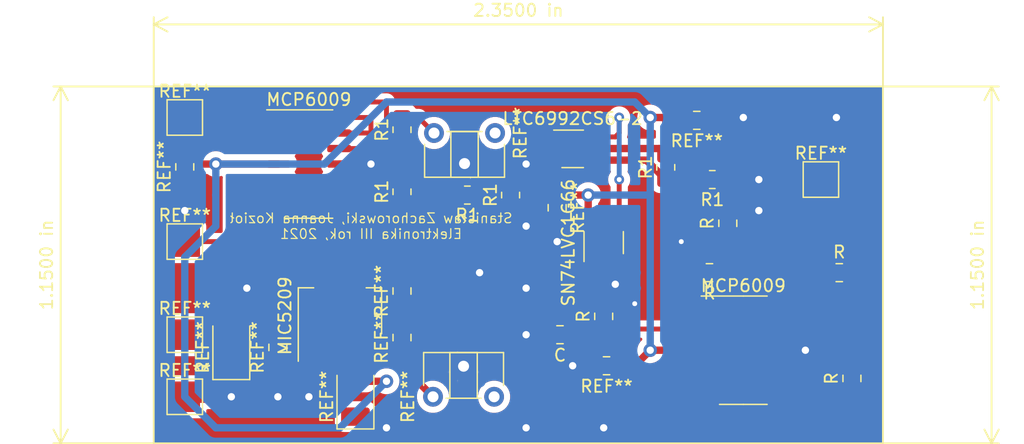
<source format=kicad_pcb>
(kicad_pcb (version 20171130) (host pcbnew "(5.1.12)-1")

  (general
    (thickness 1.6)
    (drawings 8)
    (tracks 269)
    (zones 0)
    (modules 33)
    (nets 1)
  )

  (page A4)
  (layers
    (0 F.Cu signal)
    (31 B.Cu signal)
    (32 B.Adhes user)
    (33 F.Adhes user)
    (34 B.Paste user)
    (35 F.Paste user)
    (36 B.SilkS user)
    (37 F.SilkS user)
    (38 B.Mask user)
    (39 F.Mask user)
    (40 Dwgs.User user)
    (41 Cmts.User user)
    (42 Eco1.User user)
    (43 Eco2.User user)
    (44 Edge.Cuts user)
    (45 Margin user)
    (46 B.CrtYd user)
    (47 F.CrtYd user)
    (48 B.Fab user)
    (49 F.Fab user hide)
  )

  (setup
    (last_trace_width 0.25)
    (user_trace_width 0.3)
    (user_trace_width 0.4)
    (user_trace_width 0.6)
    (user_trace_width 1)
    (trace_clearance 0.2)
    (zone_clearance 0.508)
    (zone_45_only no)
    (trace_min 0.2)
    (via_size 0.8)
    (via_drill 0.4)
    (via_min_size 0.4)
    (via_min_drill 0.3)
    (user_via 1.1 0.6)
    (uvia_size 0.3)
    (uvia_drill 0.1)
    (uvias_allowed no)
    (uvia_min_size 0.2)
    (uvia_min_drill 0.1)
    (edge_width 0.1)
    (segment_width 0.2)
    (pcb_text_width 0.3)
    (pcb_text_size 1.5 1.5)
    (mod_edge_width 0.15)
    (mod_text_size 1 1)
    (mod_text_width 0.15)
    (pad_size 1.524 1.524)
    (pad_drill 0.762)
    (pad_to_mask_clearance 0)
    (aux_axis_origin 0 0)
    (visible_elements 7FFFFFFF)
    (pcbplotparams
      (layerselection 0x010fc_ffffffff)
      (usegerberextensions false)
      (usegerberattributes true)
      (usegerberadvancedattributes true)
      (creategerberjobfile true)
      (excludeedgelayer true)
      (linewidth 0.100000)
      (plotframeref false)
      (viasonmask false)
      (mode 1)
      (useauxorigin false)
      (hpglpennumber 1)
      (hpglpenspeed 20)
      (hpglpendiameter 15.000000)
      (psnegative false)
      (psa4output false)
      (plotreference true)
      (plotvalue true)
      (plotinvisibletext false)
      (padsonsilk false)
      (subtractmaskfromsilk false)
      (outputformat 1)
      (mirror false)
      (drillshape 1)
      (scaleselection 1)
      (outputdirectory ""))
  )

  (net 0 "")

  (net_class Default "To jest domyślna klasa połączeń."
    (clearance 0.2)
    (trace_width 0.25)
    (via_dia 0.8)
    (via_drill 0.4)
    (uvia_dia 0.3)
    (uvia_drill 0.1)
  )

  (module Potentiometer_THT:Potentiometer_ACP_CA6-H2,5_Horizontal (layer F.Cu) (tedit 5A3D4994) (tstamp 6195CC9D)
    (at 175.26 76.2 90)
    (descr "Potentiometer, horizontal, ACP CA6-H2,5, http://www.acptechnologies.com/wp-content/uploads/2017/06/01-ACP-CA6.pdf")
    (tags "Potentiometer horizontal ACP CA6-H2,5")
    (fp_text reference REF** (at 0 -2.06 90) (layer F.SilkS)
      (effects (font (size 1 1) (thickness 0.15)))
    )
    (fp_text value Potentiometer_ACP_CA6-H2,5_Horizontal (at 0 7.06 90) (layer F.Fab)
      (effects (font (size 1 1) (thickness 0.15)))
    )
    (fp_line (start 3.5 -0.65) (end 3.5 5.65) (layer F.Fab) (width 0.1))
    (fp_line (start 3.5 5.65) (end 0 5.65) (layer F.Fab) (width 0.1))
    (fp_line (start 0 5.65) (end 0 -0.65) (layer F.Fab) (width 0.1))
    (fp_line (start 0 -0.65) (end 3.5 -0.65) (layer F.Fab) (width 0.1))
    (fp_line (start 0 1.5) (end 0 3.5) (layer F.Fab) (width 0.1))
    (fp_line (start 0 3.5) (end 3.5 3.5) (layer F.Fab) (width 0.1))
    (fp_line (start 3.5 3.5) (end 3.5 1.5) (layer F.Fab) (width 0.1))
    (fp_line (start 3.5 1.5) (end 0 1.5) (layer F.Fab) (width 0.1))
    (fp_line (start 0.925 -0.77) (end 3.62 -0.77) (layer F.SilkS) (width 0.12))
    (fp_line (start 0.925 5.77) (end 3.62 5.77) (layer F.SilkS) (width 0.12))
    (fp_line (start 3.62 -0.77) (end 3.62 5.77) (layer F.SilkS) (width 0.12))
    (fp_line (start -0.121 1.066) (end -0.121 3.935) (layer F.SilkS) (width 0.12))
    (fp_line (start -0.121 1.38) (end 3.62 1.38) (layer F.SilkS) (width 0.12))
    (fp_line (start -0.121 3.62) (end 3.62 3.62) (layer F.SilkS) (width 0.12))
    (fp_line (start -0.121 1.38) (end -0.121 3.62) (layer F.SilkS) (width 0.12))
    (fp_line (start 3.62 1.38) (end 3.62 3.62) (layer F.SilkS) (width 0.12))
    (fp_line (start -1.1 -1.1) (end -1.1 6.1) (layer F.CrtYd) (width 0.05))
    (fp_line (start -1.1 6.1) (end 3.75 6.1) (layer F.CrtYd) (width 0.05))
    (fp_line (start 3.75 6.1) (end 3.75 -1.1) (layer F.CrtYd) (width 0.05))
    (fp_line (start 3.75 -1.1) (end -1.1 -1.1) (layer F.CrtYd) (width 0.05))
    (fp_text user %R (at 1.75 2.5 90) (layer F.Fab)
      (effects (font (size 0.78 0.78) (thickness 0.15)))
    )
    (pad 1 thru_hole circle (at 0 0 90) (size 1.62 1.62) (drill 0.9) (layers *.Cu *.Mask))
    (pad 2 thru_hole circle (at 2.5 2.5 90) (size 1.62 1.62) (drill 0.9) (layers *.Cu *.Mask))
    (pad 3 thru_hole circle (at 0 5 90) (size 1.62 1.62) (drill 0.9) (layers *.Cu *.Mask))
    (model ${KISYS3DMOD}/Potentiometer_THT.3dshapes/Potentiometer_ACP_CA6-H2,5_Horizontal.wrl
      (at (xyz 0 0 0))
      (scale (xyz 1 1 1))
      (rotate (xyz 0 0 0))
    )
  )

  (module Capacitor_SMD:C_0805_2012Metric_Pad1.18x1.45mm_HandSolder (layer F.Cu) (tedit 5F68FEEF) (tstamp 6196645F)
    (at 154.94 57.3825 90)
    (descr "Capacitor SMD 0805 (2012 Metric), square (rectangular) end terminal, IPC_7351 nominal with elongated pad for handsoldering. (Body size source: IPC-SM-782 page 76, https://www.pcb-3d.com/wordpress/wp-content/uploads/ipc-sm-782a_amendment_1_and_2.pdf, https://docs.google.com/spreadsheets/d/1BsfQQcO9C6DZCsRaXUlFlo91Tg2WpOkGARC1WS5S8t0/edit?usp=sharing), generated with kicad-footprint-generator")
    (tags "capacitor handsolder")
    (attr smd)
    (fp_text reference REF** (at 0 -1.68 90) (layer F.SilkS)
      (effects (font (size 1 1) (thickness 0.15)))
    )
    (fp_text value C_0805_2012Metric_Pad1.18x1.45mm_HandSolder (at 0 1.68 90) (layer F.Fab)
      (effects (font (size 1 1) (thickness 0.15)))
    )
    (fp_line (start -1 0.625) (end -1 -0.625) (layer F.Fab) (width 0.1))
    (fp_line (start -1 -0.625) (end 1 -0.625) (layer F.Fab) (width 0.1))
    (fp_line (start 1 -0.625) (end 1 0.625) (layer F.Fab) (width 0.1))
    (fp_line (start 1 0.625) (end -1 0.625) (layer F.Fab) (width 0.1))
    (fp_line (start -0.261252 -0.735) (end 0.261252 -0.735) (layer F.SilkS) (width 0.12))
    (fp_line (start -0.261252 0.735) (end 0.261252 0.735) (layer F.SilkS) (width 0.12))
    (fp_line (start -1.88 0.98) (end -1.88 -0.98) (layer F.CrtYd) (width 0.05))
    (fp_line (start -1.88 -0.98) (end 1.88 -0.98) (layer F.CrtYd) (width 0.05))
    (fp_line (start 1.88 -0.98) (end 1.88 0.98) (layer F.CrtYd) (width 0.05))
    (fp_line (start 1.88 0.98) (end -1.88 0.98) (layer F.CrtYd) (width 0.05))
    (fp_text user %R (at 0 0 90) (layer F.Fab)
      (effects (font (size 0.5 0.5) (thickness 0.08)))
    )
    (pad 2 smd roundrect (at 1.0375 0 90) (size 1.175 1.45) (layers F.Cu F.Paste F.Mask) (roundrect_rratio 0.212766))
    (pad 1 smd roundrect (at -1.0375 0 90) (size 1.175 1.45) (layers F.Cu F.Paste F.Mask) (roundrect_rratio 0.212766))
    (model ${KISYS3DMOD}/Capacitor_SMD.3dshapes/C_0805_2012Metric.wrl
      (at (xyz 0 0 0))
      (scale (xyz 1 1 1))
      (rotate (xyz 0 0 0))
    )
  )

  (module Capacitor_SMD:C_0805_2012Metric_Pad1.18x1.45mm_HandSolder (layer F.Cu) (tedit 5F68FEEF) (tstamp 6196645F)
    (at 189.4625 73.66 180)
    (descr "Capacitor SMD 0805 (2012 Metric), square (rectangular) end terminal, IPC_7351 nominal with elongated pad for handsoldering. (Body size source: IPC-SM-782 page 76, https://www.pcb-3d.com/wordpress/wp-content/uploads/ipc-sm-782a_amendment_1_and_2.pdf, https://docs.google.com/spreadsheets/d/1BsfQQcO9C6DZCsRaXUlFlo91Tg2WpOkGARC1WS5S8t0/edit?usp=sharing), generated with kicad-footprint-generator")
    (tags "capacitor handsolder")
    (attr smd)
    (fp_text reference REF** (at 0 -1.68) (layer F.SilkS)
      (effects (font (size 1 1) (thickness 0.15)))
    )
    (fp_text value C_0805_2012Metric_Pad1.18x1.45mm_HandSolder (at 0 1.68) (layer F.Fab)
      (effects (font (size 1 1) (thickness 0.15)))
    )
    (fp_line (start -1 0.625) (end -1 -0.625) (layer F.Fab) (width 0.1))
    (fp_line (start -1 -0.625) (end 1 -0.625) (layer F.Fab) (width 0.1))
    (fp_line (start 1 -0.625) (end 1 0.625) (layer F.Fab) (width 0.1))
    (fp_line (start 1 0.625) (end -1 0.625) (layer F.Fab) (width 0.1))
    (fp_line (start -0.261252 -0.735) (end 0.261252 -0.735) (layer F.SilkS) (width 0.12))
    (fp_line (start -0.261252 0.735) (end 0.261252 0.735) (layer F.SilkS) (width 0.12))
    (fp_line (start -1.88 0.98) (end -1.88 -0.98) (layer F.CrtYd) (width 0.05))
    (fp_line (start -1.88 -0.98) (end 1.88 -0.98) (layer F.CrtYd) (width 0.05))
    (fp_line (start 1.88 -0.98) (end 1.88 0.98) (layer F.CrtYd) (width 0.05))
    (fp_line (start 1.88 0.98) (end -1.88 0.98) (layer F.CrtYd) (width 0.05))
    (fp_text user %R (at 0 0) (layer F.Fab)
      (effects (font (size 0.5 0.5) (thickness 0.08)))
    )
    (pad 2 smd roundrect (at 1.0375 0 180) (size 1.175 1.45) (layers F.Cu F.Paste F.Mask) (roundrect_rratio 0.212766))
    (pad 1 smd roundrect (at -1.0375 0 180) (size 1.175 1.45) (layers F.Cu F.Paste F.Mask) (roundrect_rratio 0.212766))
    (model ${KISYS3DMOD}/Capacitor_SMD.3dshapes/C_0805_2012Metric.wrl
      (at (xyz 0 0 0))
      (scale (xyz 1 1 1))
      (rotate (xyz 0 0 0))
    )
  )

  (module Capacitor_SMD:C_0805_2012Metric_Pad1.18x1.45mm_HandSolder (layer F.Cu) (tedit 5F68FEEF) (tstamp 6196645F)
    (at 196.85 53.5725 180)
    (descr "Capacitor SMD 0805 (2012 Metric), square (rectangular) end terminal, IPC_7351 nominal with elongated pad for handsoldering. (Body size source: IPC-SM-782 page 76, https://www.pcb-3d.com/wordpress/wp-content/uploads/ipc-sm-782a_amendment_1_and_2.pdf, https://docs.google.com/spreadsheets/d/1BsfQQcO9C6DZCsRaXUlFlo91Tg2WpOkGARC1WS5S8t0/edit?usp=sharing), generated with kicad-footprint-generator")
    (tags "capacitor handsolder")
    (attr smd)
    (fp_text reference REF** (at 0 -1.68) (layer F.SilkS)
      (effects (font (size 1 1) (thickness 0.15)))
    )
    (fp_text value C_0805_2012Metric_Pad1.18x1.45mm_HandSolder (at 0 1.68) (layer F.Fab)
      (effects (font (size 1 1) (thickness 0.15)))
    )
    (fp_line (start -1 0.625) (end -1 -0.625) (layer F.Fab) (width 0.1))
    (fp_line (start -1 -0.625) (end 1 -0.625) (layer F.Fab) (width 0.1))
    (fp_line (start 1 -0.625) (end 1 0.625) (layer F.Fab) (width 0.1))
    (fp_line (start 1 0.625) (end -1 0.625) (layer F.Fab) (width 0.1))
    (fp_line (start -0.261252 -0.735) (end 0.261252 -0.735) (layer F.SilkS) (width 0.12))
    (fp_line (start -0.261252 0.735) (end 0.261252 0.735) (layer F.SilkS) (width 0.12))
    (fp_line (start -1.88 0.98) (end -1.88 -0.98) (layer F.CrtYd) (width 0.05))
    (fp_line (start -1.88 -0.98) (end 1.88 -0.98) (layer F.CrtYd) (width 0.05))
    (fp_line (start 1.88 -0.98) (end 1.88 0.98) (layer F.CrtYd) (width 0.05))
    (fp_line (start 1.88 0.98) (end -1.88 0.98) (layer F.CrtYd) (width 0.05))
    (fp_text user %R (at 0 0) (layer F.Fab)
      (effects (font (size 0.5 0.5) (thickness 0.08)))
    )
    (pad 2 smd roundrect (at 1.0375 0 180) (size 1.175 1.45) (layers F.Cu F.Paste F.Mask) (roundrect_rratio 0.212766))
    (pad 1 smd roundrect (at -1.0375 0 180) (size 1.175 1.45) (layers F.Cu F.Paste F.Mask) (roundrect_rratio 0.212766))
    (model ${KISYS3DMOD}/Capacitor_SMD.3dshapes/C_0805_2012Metric.wrl
      (at (xyz 0 0 0))
      (scale (xyz 1 1 1))
      (rotate (xyz 0 0 0))
    )
  )

  (module Capacitor_SMD:C_0805_2012Metric_Pad1.18x1.45mm_HandSolder (layer F.Cu) (tedit 5F68FEEF) (tstamp 6196645F)
    (at 185.42 60.7275 270)
    (descr "Capacitor SMD 0805 (2012 Metric), square (rectangular) end terminal, IPC_7351 nominal with elongated pad for handsoldering. (Body size source: IPC-SM-782 page 76, https://www.pcb-3d.com/wordpress/wp-content/uploads/ipc-sm-782a_amendment_1_and_2.pdf, https://docs.google.com/spreadsheets/d/1BsfQQcO9C6DZCsRaXUlFlo91Tg2WpOkGARC1WS5S8t0/edit?usp=sharing), generated with kicad-footprint-generator")
    (tags "capacitor handsolder")
    (attr smd)
    (fp_text reference REF** (at 0 -1.68 90) (layer F.SilkS)
      (effects (font (size 1 1) (thickness 0.15)))
    )
    (fp_text value C_0805_2012Metric_Pad1.18x1.45mm_HandSolder (at 0 1.68 90) (layer F.Fab)
      (effects (font (size 1 1) (thickness 0.15)))
    )
    (fp_line (start -1 0.625) (end -1 -0.625) (layer F.Fab) (width 0.1))
    (fp_line (start -1 -0.625) (end 1 -0.625) (layer F.Fab) (width 0.1))
    (fp_line (start 1 -0.625) (end 1 0.625) (layer F.Fab) (width 0.1))
    (fp_line (start 1 0.625) (end -1 0.625) (layer F.Fab) (width 0.1))
    (fp_line (start -0.261252 -0.735) (end 0.261252 -0.735) (layer F.SilkS) (width 0.12))
    (fp_line (start -0.261252 0.735) (end 0.261252 0.735) (layer F.SilkS) (width 0.12))
    (fp_line (start -1.88 0.98) (end -1.88 -0.98) (layer F.CrtYd) (width 0.05))
    (fp_line (start -1.88 -0.98) (end 1.88 -0.98) (layer F.CrtYd) (width 0.05))
    (fp_line (start 1.88 -0.98) (end 1.88 0.98) (layer F.CrtYd) (width 0.05))
    (fp_line (start 1.88 0.98) (end -1.88 0.98) (layer F.CrtYd) (width 0.05))
    (fp_text user %R (at 0 0 90) (layer F.Fab)
      (effects (font (size 0.5 0.5) (thickness 0.08)))
    )
    (pad 2 smd roundrect (at 1.0375 0 270) (size 1.175 1.45) (layers F.Cu F.Paste F.Mask) (roundrect_rratio 0.212766))
    (pad 1 smd roundrect (at -1.0375 0 270) (size 1.175 1.45) (layers F.Cu F.Paste F.Mask) (roundrect_rratio 0.212766))
    (model ${KISYS3DMOD}/Capacitor_SMD.3dshapes/C_0805_2012Metric.wrl
      (at (xyz 0 0 0))
      (scale (xyz 1 1 1))
      (rotate (xyz 0 0 0))
    )
  )

  (module Capacitor_Tantalum_SMD:CP_EIA-3528-21_Kemet-B_Pad1.50x2.35mm_HandSolder (layer F.Cu) (tedit 5EBA9318) (tstamp 61966031)
    (at 158.75 72.1575 90)
    (descr "Tantalum Capacitor SMD Kemet-B (3528-21 Metric), IPC_7351 nominal, (Body size from: http://www.kemet.com/Lists/ProductCatalog/Attachments/253/KEM_TC101_STD.pdf), generated with kicad-footprint-generator")
    (tags "capacitor tantalum")
    (attr smd)
    (fp_text reference REF** (at 0 -2.35 90) (layer F.SilkS)
      (effects (font (size 1 1) (thickness 0.15)))
    )
    (fp_text value CP_EIA-3528-21_Kemet-B_Pad1.50x2.35mm_HandSolder (at 0 2.35 90) (layer F.Fab)
      (effects (font (size 1 1) (thickness 0.15)))
    )
    (fp_line (start 1.75 -1.4) (end -1.05 -1.4) (layer F.Fab) (width 0.1))
    (fp_line (start -1.05 -1.4) (end -1.75 -0.7) (layer F.Fab) (width 0.1))
    (fp_line (start -1.75 -0.7) (end -1.75 1.4) (layer F.Fab) (width 0.1))
    (fp_line (start -1.75 1.4) (end 1.75 1.4) (layer F.Fab) (width 0.1))
    (fp_line (start 1.75 1.4) (end 1.75 -1.4) (layer F.Fab) (width 0.1))
    (fp_line (start 1.75 -1.51) (end -2.635 -1.51) (layer F.SilkS) (width 0.12))
    (fp_line (start -2.635 -1.51) (end -2.635 1.51) (layer F.SilkS) (width 0.12))
    (fp_line (start -2.635 1.51) (end 1.75 1.51) (layer F.SilkS) (width 0.12))
    (fp_line (start -2.62 1.65) (end -2.62 -1.65) (layer F.CrtYd) (width 0.05))
    (fp_line (start -2.62 -1.65) (end 2.62 -1.65) (layer F.CrtYd) (width 0.05))
    (fp_line (start 2.62 -1.65) (end 2.62 1.65) (layer F.CrtYd) (width 0.05))
    (fp_line (start 2.62 1.65) (end -2.62 1.65) (layer F.CrtYd) (width 0.05))
    (fp_text user %R (at 0 0 90) (layer F.Fab)
      (effects (font (size 0.88 0.88) (thickness 0.13)))
    )
    (pad 1 smd roundrect (at -1.625 0 90) (size 1.5 2.35) (layers F.Cu F.Paste F.Mask) (roundrect_rratio 0.166667))
    (pad 2 smd roundrect (at 1.625 0 90) (size 1.5 2.35) (layers F.Cu F.Paste F.Mask) (roundrect_rratio 0.166667))
    (model ${KISYS3DMOD}/Capacitor_Tantalum_SMD.3dshapes/CP_EIA-3528-21_Kemet-B.wrl
      (at (xyz 0 0 0))
      (scale (xyz 1 1 1))
      (rotate (xyz 0 0 0))
    )
  )

  (module TestPoint:TestPoint_Pad_2.5x2.5mm (layer F.Cu) (tedit 5A0F774F) (tstamp 61965E6D)
    (at 207.01 58.42)
    (descr "SMD rectangular pad as test Point, square 2.5mm side length")
    (tags "test point SMD pad rectangle square")
    (attr virtual)
    (fp_text reference REF** (at 0 -2.148) (layer F.SilkS)
      (effects (font (size 1 1) (thickness 0.15)))
    )
    (fp_text value TestPoint_Pad_2.5x2.5mm (at 0 2.25) (layer F.Fab)
      (effects (font (size 1 1) (thickness 0.15)))
    )
    (fp_line (start 1.75 1.75) (end -1.75 1.75) (layer F.CrtYd) (width 0.05))
    (fp_line (start 1.75 1.75) (end 1.75 -1.75) (layer F.CrtYd) (width 0.05))
    (fp_line (start -1.75 -1.75) (end -1.75 1.75) (layer F.CrtYd) (width 0.05))
    (fp_line (start -1.75 -1.75) (end 1.75 -1.75) (layer F.CrtYd) (width 0.05))
    (fp_line (start -1.45 1.45) (end -1.45 -1.45) (layer F.SilkS) (width 0.12))
    (fp_line (start 1.45 1.45) (end -1.45 1.45) (layer F.SilkS) (width 0.12))
    (fp_line (start 1.45 -1.45) (end 1.45 1.45) (layer F.SilkS) (width 0.12))
    (fp_line (start -1.45 -1.45) (end 1.45 -1.45) (layer F.SilkS) (width 0.12))
    (fp_text user %R (at 0 -2.15) (layer F.Fab)
      (effects (font (size 1 1) (thickness 0.15)))
    )
    (pad 1 smd rect (at 0 0) (size 2.5 2.5) (layers F.Cu F.Mask))
  )

  (module TestPoint:TestPoint_Pad_2.5x2.5mm (layer F.Cu) (tedit 5A0F774F) (tstamp 61965E6D)
    (at 154.94 76.2)
    (descr "SMD rectangular pad as test Point, square 2.5mm side length")
    (tags "test point SMD pad rectangle square")
    (attr virtual)
    (fp_text reference REF** (at 0 -2.148) (layer F.SilkS)
      (effects (font (size 1 1) (thickness 0.15)))
    )
    (fp_text value TestPoint_Pad_2.5x2.5mm (at 0 2.25) (layer F.Fab)
      (effects (font (size 1 1) (thickness 0.15)))
    )
    (fp_line (start 1.75 1.75) (end -1.75 1.75) (layer F.CrtYd) (width 0.05))
    (fp_line (start 1.75 1.75) (end 1.75 -1.75) (layer F.CrtYd) (width 0.05))
    (fp_line (start -1.75 -1.75) (end -1.75 1.75) (layer F.CrtYd) (width 0.05))
    (fp_line (start -1.75 -1.75) (end 1.75 -1.75) (layer F.CrtYd) (width 0.05))
    (fp_line (start -1.45 1.45) (end -1.45 -1.45) (layer F.SilkS) (width 0.12))
    (fp_line (start 1.45 1.45) (end -1.45 1.45) (layer F.SilkS) (width 0.12))
    (fp_line (start 1.45 -1.45) (end 1.45 1.45) (layer F.SilkS) (width 0.12))
    (fp_line (start -1.45 -1.45) (end 1.45 -1.45) (layer F.SilkS) (width 0.12))
    (fp_text user %R (at 0 -2.15) (layer F.Fab)
      (effects (font (size 1 1) (thickness 0.15)))
    )
    (pad 1 smd rect (at 0 0) (size 2.5 2.5) (layers F.Cu F.Mask))
  )

  (module TestPoint:TestPoint_Pad_2.5x2.5mm (layer F.Cu) (tedit 5A0F774F) (tstamp 61965E6D)
    (at 154.94 71.12)
    (descr "SMD rectangular pad as test Point, square 2.5mm side length")
    (tags "test point SMD pad rectangle square")
    (attr virtual)
    (fp_text reference REF** (at 0 -2.148) (layer F.SilkS)
      (effects (font (size 1 1) (thickness 0.15)))
    )
    (fp_text value TestPoint_Pad_2.5x2.5mm (at 0 2.25) (layer F.Fab)
      (effects (font (size 1 1) (thickness 0.15)))
    )
    (fp_line (start 1.75 1.75) (end -1.75 1.75) (layer F.CrtYd) (width 0.05))
    (fp_line (start 1.75 1.75) (end 1.75 -1.75) (layer F.CrtYd) (width 0.05))
    (fp_line (start -1.75 -1.75) (end -1.75 1.75) (layer F.CrtYd) (width 0.05))
    (fp_line (start -1.75 -1.75) (end 1.75 -1.75) (layer F.CrtYd) (width 0.05))
    (fp_line (start -1.45 1.45) (end -1.45 -1.45) (layer F.SilkS) (width 0.12))
    (fp_line (start 1.45 1.45) (end -1.45 1.45) (layer F.SilkS) (width 0.12))
    (fp_line (start 1.45 -1.45) (end 1.45 1.45) (layer F.SilkS) (width 0.12))
    (fp_line (start -1.45 -1.45) (end 1.45 -1.45) (layer F.SilkS) (width 0.12))
    (fp_text user %R (at 0 -2.15) (layer F.Fab)
      (effects (font (size 1 1) (thickness 0.15)))
    )
    (pad 1 smd rect (at 0 0) (size 2.5 2.5) (layers F.Cu F.Mask))
  )

  (module TestPoint:TestPoint_Pad_2.5x2.5mm (layer F.Cu) (tedit 5A0F774F) (tstamp 61965E6D)
    (at 154.94 63.5)
    (descr "SMD rectangular pad as test Point, square 2.5mm side length")
    (tags "test point SMD pad rectangle square")
    (attr virtual)
    (fp_text reference REF** (at 0 -2.148) (layer F.SilkS)
      (effects (font (size 1 1) (thickness 0.15)))
    )
    (fp_text value TestPoint_Pad_2.5x2.5mm (at 0 2.25) (layer F.Fab)
      (effects (font (size 1 1) (thickness 0.15)))
    )
    (fp_line (start 1.75 1.75) (end -1.75 1.75) (layer F.CrtYd) (width 0.05))
    (fp_line (start 1.75 1.75) (end 1.75 -1.75) (layer F.CrtYd) (width 0.05))
    (fp_line (start -1.75 -1.75) (end -1.75 1.75) (layer F.CrtYd) (width 0.05))
    (fp_line (start -1.75 -1.75) (end 1.75 -1.75) (layer F.CrtYd) (width 0.05))
    (fp_line (start -1.45 1.45) (end -1.45 -1.45) (layer F.SilkS) (width 0.12))
    (fp_line (start 1.45 1.45) (end -1.45 1.45) (layer F.SilkS) (width 0.12))
    (fp_line (start 1.45 -1.45) (end 1.45 1.45) (layer F.SilkS) (width 0.12))
    (fp_line (start -1.45 -1.45) (end 1.45 -1.45) (layer F.SilkS) (width 0.12))
    (fp_text user %R (at 0 -2.15) (layer F.Fab)
      (effects (font (size 1 1) (thickness 0.15)))
    )
    (pad 1 smd rect (at 0 0) (size 2.5 2.5) (layers F.Cu F.Mask))
  )

  (module TestPoint:TestPoint_Pad_2.5x2.5mm (layer F.Cu) (tedit 5A0F774F) (tstamp 61965E5E)
    (at 154.94 53.34)
    (descr "SMD rectangular pad as test Point, square 2.5mm side length")
    (tags "test point SMD pad rectangle square")
    (attr virtual)
    (fp_text reference REF** (at 0 -2.148) (layer F.SilkS)
      (effects (font (size 1 1) (thickness 0.15)))
    )
    (fp_text value TestPoint_Pad_2.5x2.5mm (at 0 2.25) (layer F.Fab)
      (effects (font (size 1 1) (thickness 0.15)))
    )
    (fp_line (start 1.75 1.75) (end -1.75 1.75) (layer F.CrtYd) (width 0.05))
    (fp_line (start 1.75 1.75) (end 1.75 -1.75) (layer F.CrtYd) (width 0.05))
    (fp_line (start -1.75 -1.75) (end -1.75 1.75) (layer F.CrtYd) (width 0.05))
    (fp_line (start -1.75 -1.75) (end 1.75 -1.75) (layer F.CrtYd) (width 0.05))
    (fp_line (start -1.45 1.45) (end -1.45 -1.45) (layer F.SilkS) (width 0.12))
    (fp_line (start 1.45 1.45) (end -1.45 1.45) (layer F.SilkS) (width 0.12))
    (fp_line (start 1.45 -1.45) (end 1.45 1.45) (layer F.SilkS) (width 0.12))
    (fp_line (start -1.45 -1.45) (end 1.45 -1.45) (layer F.SilkS) (width 0.12))
    (fp_text user %R (at 0 -2.15) (layer F.Fab)
      (effects (font (size 1 1) (thickness 0.15)))
    )
    (pad 1 smd rect (at 0 0) (size 2.5 2.5) (layers F.Cu F.Mask))
  )

  (module Potentiometer_THT:Potentiometer_ACP_CA6-H2,5_Horizontal (layer F.Cu) (tedit 5A3D4994) (tstamp 6195D8F0)
    (at 180.34 54.61 270)
    (descr "Potentiometer, horizontal, ACP CA6-H2,5, http://www.acptechnologies.com/wp-content/uploads/2017/06/01-ACP-CA6.pdf")
    (tags "Potentiometer horizontal ACP CA6-H2,5")
    (fp_text reference REF** (at 0 -2.06 90) (layer F.SilkS)
      (effects (font (size 1 1) (thickness 0.15)))
    )
    (fp_text value Potentiometer_ACP_CA6-H2,5_Horizontal (at 0 7.06 90) (layer F.Fab)
      (effects (font (size 1 1) (thickness 0.15)))
    )
    (fp_line (start 3.5 -0.65) (end 3.5 5.65) (layer F.Fab) (width 0.1))
    (fp_line (start 3.5 5.65) (end 0 5.65) (layer F.Fab) (width 0.1))
    (fp_line (start 0 5.65) (end 0 -0.65) (layer F.Fab) (width 0.1))
    (fp_line (start 0 -0.65) (end 3.5 -0.65) (layer F.Fab) (width 0.1))
    (fp_line (start 0 1.5) (end 0 3.5) (layer F.Fab) (width 0.1))
    (fp_line (start 0 3.5) (end 3.5 3.5) (layer F.Fab) (width 0.1))
    (fp_line (start 3.5 3.5) (end 3.5 1.5) (layer F.Fab) (width 0.1))
    (fp_line (start 3.5 1.5) (end 0 1.5) (layer F.Fab) (width 0.1))
    (fp_line (start 0.925 -0.77) (end 3.62 -0.77) (layer F.SilkS) (width 0.12))
    (fp_line (start 0.925 5.77) (end 3.62 5.77) (layer F.SilkS) (width 0.12))
    (fp_line (start 3.62 -0.77) (end 3.62 5.77) (layer F.SilkS) (width 0.12))
    (fp_line (start -0.121 1.066) (end -0.121 3.935) (layer F.SilkS) (width 0.12))
    (fp_line (start -0.121 1.38) (end 3.62 1.38) (layer F.SilkS) (width 0.12))
    (fp_line (start -0.121 3.62) (end 3.62 3.62) (layer F.SilkS) (width 0.12))
    (fp_line (start -0.121 1.38) (end -0.121 3.62) (layer F.SilkS) (width 0.12))
    (fp_line (start 3.62 1.38) (end 3.62 3.62) (layer F.SilkS) (width 0.12))
    (fp_line (start -1.1 -1.1) (end -1.1 6.1) (layer F.CrtYd) (width 0.05))
    (fp_line (start -1.1 6.1) (end 3.75 6.1) (layer F.CrtYd) (width 0.05))
    (fp_line (start 3.75 6.1) (end 3.75 -1.1) (layer F.CrtYd) (width 0.05))
    (fp_line (start 3.75 -1.1) (end -1.1 -1.1) (layer F.CrtYd) (width 0.05))
    (fp_text user %R (at 1.75 2.5 90) (layer F.Fab)
      (effects (font (size 0.78 0.78) (thickness 0.15)))
    )
    (pad 3 thru_hole circle (at 0 5 270) (size 1.62 1.62) (drill 0.9) (layers *.Cu *.Mask))
    (pad 2 thru_hole circle (at 2.5 2.5 270) (size 1.62 1.62) (drill 0.9) (layers *.Cu *.Mask))
    (pad 1 thru_hole circle (at 0 0 270) (size 1.62 1.62) (drill 0.9) (layers *.Cu *.Mask))
    (model ${KISYS3DMOD}/Potentiometer_THT.3dshapes/Potentiometer_ACP_CA6-H2,5_Horizontal.wrl
      (at (xyz 0 0 0))
      (scale (xyz 1 1 1))
      (rotate (xyz 0 0 0))
    )
  )

  (module Capacitor_SMD:C_0805_2012Metric_Pad1.18x1.45mm_HandSolder (layer F.Cu) (tedit 5F68FEEF) (tstamp 6195C2EC)
    (at 189.23 69.6175 90)
    (descr "Capacitor SMD 0805 (2012 Metric), square (rectangular) end terminal, IPC_7351 nominal with elongated pad for handsoldering. (Body size source: IPC-SM-782 page 76, https://www.pcb-3d.com/wordpress/wp-content/uploads/ipc-sm-782a_amendment_1_and_2.pdf, https://docs.google.com/spreadsheets/d/1BsfQQcO9C6DZCsRaXUlFlo91Tg2WpOkGARC1WS5S8t0/edit?usp=sharing), generated with kicad-footprint-generator")
    (tags "capacitor handsolder")
    (attr smd)
    (fp_text reference R (at 0 -1.68 90) (layer F.SilkS)
      (effects (font (size 1 1) (thickness 0.15)))
    )
    (fp_text value C_0805_2012Metric_Pad1.18x1.45mm_HandSolder (at 0 1.68 90) (layer F.Fab)
      (effects (font (size 1 1) (thickness 0.15)))
    )
    (fp_line (start -1 0.625) (end -1 -0.625) (layer F.Fab) (width 0.1))
    (fp_line (start -1 -0.625) (end 1 -0.625) (layer F.Fab) (width 0.1))
    (fp_line (start 1 -0.625) (end 1 0.625) (layer F.Fab) (width 0.1))
    (fp_line (start 1 0.625) (end -1 0.625) (layer F.Fab) (width 0.1))
    (fp_line (start -0.261252 -0.735) (end 0.261252 -0.735) (layer F.SilkS) (width 0.12))
    (fp_line (start -0.261252 0.735) (end 0.261252 0.735) (layer F.SilkS) (width 0.12))
    (fp_line (start -1.88 0.98) (end -1.88 -0.98) (layer F.CrtYd) (width 0.05))
    (fp_line (start -1.88 -0.98) (end 1.88 -0.98) (layer F.CrtYd) (width 0.05))
    (fp_line (start 1.88 -0.98) (end 1.88 0.98) (layer F.CrtYd) (width 0.05))
    (fp_line (start 1.88 0.98) (end -1.88 0.98) (layer F.CrtYd) (width 0.05))
    (fp_text user %R (at 0 0 90) (layer F.Fab)
      (effects (font (size 0.5 0.5) (thickness 0.08)))
    )
    (pad 1 smd roundrect (at -1.0375 0 90) (size 1.175 1.45) (layers F.Cu F.Paste F.Mask) (roundrect_rratio 0.212766))
    (pad 2 smd roundrect (at 1.0375 0 90) (size 1.175 1.45) (layers F.Cu F.Paste F.Mask) (roundrect_rratio 0.212766))
    (model ${KISYS3DMOD}/Capacitor_SMD.3dshapes/C_0805_2012Metric.wrl
      (at (xyz 0 0 0))
      (scale (xyz 1 1 1))
      (rotate (xyz 0 0 0))
    )
  )

  (module Capacitor_Tantalum_SMD:CP_EIA-3528-21_Kemet-B_Pad1.50x2.35mm_HandSolder (layer F.Cu) (tedit 5EBA9318) (tstamp 6195FD4A)
    (at 168.91 76.2 90)
    (descr "Tantalum Capacitor SMD Kemet-B (3528-21 Metric), IPC_7351 nominal, (Body size from: http://www.kemet.com/Lists/ProductCatalog/Attachments/253/KEM_TC101_STD.pdf), generated with kicad-footprint-generator")
    (tags "capacitor tantalum")
    (attr smd)
    (fp_text reference REF** (at 0 -2.35 90) (layer F.SilkS)
      (effects (font (size 1 1) (thickness 0.15)))
    )
    (fp_text value CP_EIA-3528-21_Kemet-B_Pad1.50x2.35mm_HandSolder (at 0 2.35 90) (layer F.Fab)
      (effects (font (size 1 1) (thickness 0.15)))
    )
    (fp_line (start 1.75 -1.4) (end -1.05 -1.4) (layer F.Fab) (width 0.1))
    (fp_line (start -1.05 -1.4) (end -1.75 -0.7) (layer F.Fab) (width 0.1))
    (fp_line (start -1.75 -0.7) (end -1.75 1.4) (layer F.Fab) (width 0.1))
    (fp_line (start -1.75 1.4) (end 1.75 1.4) (layer F.Fab) (width 0.1))
    (fp_line (start 1.75 1.4) (end 1.75 -1.4) (layer F.Fab) (width 0.1))
    (fp_line (start 1.75 -1.51) (end -2.635 -1.51) (layer F.SilkS) (width 0.12))
    (fp_line (start -2.635 -1.51) (end -2.635 1.51) (layer F.SilkS) (width 0.12))
    (fp_line (start -2.635 1.51) (end 1.75 1.51) (layer F.SilkS) (width 0.12))
    (fp_line (start -2.62 1.65) (end -2.62 -1.65) (layer F.CrtYd) (width 0.05))
    (fp_line (start -2.62 -1.65) (end 2.62 -1.65) (layer F.CrtYd) (width 0.05))
    (fp_line (start 2.62 -1.65) (end 2.62 1.65) (layer F.CrtYd) (width 0.05))
    (fp_line (start 2.62 1.65) (end -2.62 1.65) (layer F.CrtYd) (width 0.05))
    (fp_text user %R (at 0 0 90) (layer F.Fab)
      (effects (font (size 0.88 0.88) (thickness 0.13)))
    )
    (pad 2 smd roundrect (at 1.625 0 90) (size 1.5 2.35) (layers F.Cu F.Paste F.Mask) (roundrect_rratio 0.166667))
    (pad 1 smd roundrect (at -1.625 0 90) (size 1.5 2.35) (layers F.Cu F.Paste F.Mask) (roundrect_rratio 0.166667))
    (model ${KISYS3DMOD}/Capacitor_Tantalum_SMD.3dshapes/CP_EIA-3528-21_Kemet-B.wrl
      (at (xyz 0 0 0))
      (scale (xyz 1 1 1))
      (rotate (xyz 0 0 0))
    )
  )

  (module Resistor_SMD:R_0805_2012Metric_Pad1.20x1.40mm_HandSolder (layer F.Cu) (tedit 5F68FEEE) (tstamp 6195AC37)
    (at 172.72 54.34 90)
    (descr "Resistor SMD 0805 (2012 Metric), square (rectangular) end terminal, IPC_7351 nominal with elongated pad for handsoldering. (Body size source: IPC-SM-782 page 72, https://www.pcb-3d.com/wordpress/wp-content/uploads/ipc-sm-782a_amendment_1_and_2.pdf), generated with kicad-footprint-generator")
    (tags "resistor handsolder")
    (attr smd)
    (fp_text reference R1 (at 0 -1.65 90) (layer F.SilkS)
      (effects (font (size 1 1) (thickness 0.15)))
    )
    (fp_text value R_0805_2012Metric_Pad1.20x1.40mm_HandSolder (at 0 1.65 90) (layer F.Fab)
      (effects (font (size 1 1) (thickness 0.15)))
    )
    (fp_line (start -1 0.625) (end -1 -0.625) (layer F.Fab) (width 0.1))
    (fp_line (start -1 -0.625) (end 1 -0.625) (layer F.Fab) (width 0.1))
    (fp_line (start 1 -0.625) (end 1 0.625) (layer F.Fab) (width 0.1))
    (fp_line (start 1 0.625) (end -1 0.625) (layer F.Fab) (width 0.1))
    (fp_line (start -0.227064 -0.735) (end 0.227064 -0.735) (layer F.SilkS) (width 0.12))
    (fp_line (start -0.227064 0.735) (end 0.227064 0.735) (layer F.SilkS) (width 0.12))
    (fp_line (start -1.85 0.95) (end -1.85 -0.95) (layer F.CrtYd) (width 0.05))
    (fp_line (start -1.85 -0.95) (end 1.85 -0.95) (layer F.CrtYd) (width 0.05))
    (fp_line (start 1.85 -0.95) (end 1.85 0.95) (layer F.CrtYd) (width 0.05))
    (fp_line (start 1.85 0.95) (end -1.85 0.95) (layer F.CrtYd) (width 0.05))
    (fp_text user %R (at 0 0 90) (layer F.Fab)
      (effects (font (size 0.5 0.5) (thickness 0.08)))
    )
    (pad 1 smd roundrect (at -1 0 90) (size 1.2 1.4) (layers F.Cu F.Paste F.Mask) (roundrect_rratio 0.208333))
    (pad 2 smd roundrect (at 1 0 90) (size 1.2 1.4) (layers F.Cu F.Paste F.Mask) (roundrect_rratio 0.208333))
    (model ${KISYS3DMOD}/Resistor_SMD.3dshapes/R_0805_2012Metric.wrl
      (at (xyz 0 0 0))
      (scale (xyz 1 1 1))
      (rotate (xyz 0 0 0))
    )
  )

  (module Capacitor_SMD:C_0805_2012Metric_Pad1.18x1.45mm_HandSolder (layer F.Cu) (tedit 5F68FEEF) (tstamp 6195CFE2)
    (at 199.39 61.9975 90)
    (descr "Capacitor SMD 0805 (2012 Metric), square (rectangular) end terminal, IPC_7351 nominal with elongated pad for handsoldering. (Body size source: IPC-SM-782 page 76, https://www.pcb-3d.com/wordpress/wp-content/uploads/ipc-sm-782a_amendment_1_and_2.pdf, https://docs.google.com/spreadsheets/d/1BsfQQcO9C6DZCsRaXUlFlo91Tg2WpOkGARC1WS5S8t0/edit?usp=sharing), generated with kicad-footprint-generator")
    (tags "capacitor handsolder")
    (attr smd)
    (fp_text reference R (at 0 -1.68 90) (layer F.SilkS)
      (effects (font (size 1 1) (thickness 0.15)))
    )
    (fp_text value C_0805_2012Metric_Pad1.18x1.45mm_HandSolder (at 0 1.68 90) (layer F.Fab)
      (effects (font (size 1 1) (thickness 0.15)))
    )
    (fp_line (start -1 0.625) (end -1 -0.625) (layer F.Fab) (width 0.1))
    (fp_line (start -1 -0.625) (end 1 -0.625) (layer F.Fab) (width 0.1))
    (fp_line (start 1 -0.625) (end 1 0.625) (layer F.Fab) (width 0.1))
    (fp_line (start 1 0.625) (end -1 0.625) (layer F.Fab) (width 0.1))
    (fp_line (start -0.261252 -0.735) (end 0.261252 -0.735) (layer F.SilkS) (width 0.12))
    (fp_line (start -0.261252 0.735) (end 0.261252 0.735) (layer F.SilkS) (width 0.12))
    (fp_line (start -1.88 0.98) (end -1.88 -0.98) (layer F.CrtYd) (width 0.05))
    (fp_line (start -1.88 -0.98) (end 1.88 -0.98) (layer F.CrtYd) (width 0.05))
    (fp_line (start 1.88 -0.98) (end 1.88 0.98) (layer F.CrtYd) (width 0.05))
    (fp_line (start 1.88 0.98) (end -1.88 0.98) (layer F.CrtYd) (width 0.05))
    (fp_text user %R (at 0 0 90) (layer F.Fab)
      (effects (font (size 0.5 0.5) (thickness 0.08)))
    )
    (pad 2 smd roundrect (at 1.0375 0 90) (size 1.175 1.45) (layers F.Cu F.Paste F.Mask) (roundrect_rratio 0.212766))
    (pad 1 smd roundrect (at -1.0375 0 90) (size 1.175 1.45) (layers F.Cu F.Paste F.Mask) (roundrect_rratio 0.212766))
    (model ${KISYS3DMOD}/Capacitor_SMD.3dshapes/C_0805_2012Metric.wrl
      (at (xyz 0 0 0))
      (scale (xyz 1 1 1))
      (rotate (xyz 0 0 0))
    )
  )

  (module Capacitor_SMD:C_0805_2012Metric_Pad1.18x1.45mm_HandSolder (layer F.Cu) (tedit 5F68FEEF) (tstamp 6195CFE2)
    (at 208.5125 66.04)
    (descr "Capacitor SMD 0805 (2012 Metric), square (rectangular) end terminal, IPC_7351 nominal with elongated pad for handsoldering. (Body size source: IPC-SM-782 page 76, https://www.pcb-3d.com/wordpress/wp-content/uploads/ipc-sm-782a_amendment_1_and_2.pdf, https://docs.google.com/spreadsheets/d/1BsfQQcO9C6DZCsRaXUlFlo91Tg2WpOkGARC1WS5S8t0/edit?usp=sharing), generated with kicad-footprint-generator")
    (tags "capacitor handsolder")
    (attr smd)
    (fp_text reference R (at 0 -1.68) (layer F.SilkS)
      (effects (font (size 1 1) (thickness 0.15)))
    )
    (fp_text value C_0805_2012Metric_Pad1.18x1.45mm_HandSolder (at 0 1.68) (layer F.Fab)
      (effects (font (size 1 1) (thickness 0.15)))
    )
    (fp_line (start -1 0.625) (end -1 -0.625) (layer F.Fab) (width 0.1))
    (fp_line (start -1 -0.625) (end 1 -0.625) (layer F.Fab) (width 0.1))
    (fp_line (start 1 -0.625) (end 1 0.625) (layer F.Fab) (width 0.1))
    (fp_line (start 1 0.625) (end -1 0.625) (layer F.Fab) (width 0.1))
    (fp_line (start -0.261252 -0.735) (end 0.261252 -0.735) (layer F.SilkS) (width 0.12))
    (fp_line (start -0.261252 0.735) (end 0.261252 0.735) (layer F.SilkS) (width 0.12))
    (fp_line (start -1.88 0.98) (end -1.88 -0.98) (layer F.CrtYd) (width 0.05))
    (fp_line (start -1.88 -0.98) (end 1.88 -0.98) (layer F.CrtYd) (width 0.05))
    (fp_line (start 1.88 -0.98) (end 1.88 0.98) (layer F.CrtYd) (width 0.05))
    (fp_line (start 1.88 0.98) (end -1.88 0.98) (layer F.CrtYd) (width 0.05))
    (fp_text user %R (at 0 0) (layer F.Fab)
      (effects (font (size 0.5 0.5) (thickness 0.08)))
    )
    (pad 2 smd roundrect (at 1.0375 0) (size 1.175 1.45) (layers F.Cu F.Paste F.Mask) (roundrect_rratio 0.212766))
    (pad 1 smd roundrect (at -1.0375 0) (size 1.175 1.45) (layers F.Cu F.Paste F.Mask) (roundrect_rratio 0.212766))
    (model ${KISYS3DMOD}/Capacitor_SMD.3dshapes/C_0805_2012Metric.wrl
      (at (xyz 0 0 0))
      (scale (xyz 1 1 1))
      (rotate (xyz 0 0 0))
    )
  )

  (module Capacitor_SMD:C_0805_2012Metric_Pad1.18x1.45mm_HandSolder (layer F.Cu) (tedit 5F68FEEF) (tstamp 6195CFE2)
    (at 197.8875 66.04 180)
    (descr "Capacitor SMD 0805 (2012 Metric), square (rectangular) end terminal, IPC_7351 nominal with elongated pad for handsoldering. (Body size source: IPC-SM-782 page 76, https://www.pcb-3d.com/wordpress/wp-content/uploads/ipc-sm-782a_amendment_1_and_2.pdf, https://docs.google.com/spreadsheets/d/1BsfQQcO9C6DZCsRaXUlFlo91Tg2WpOkGARC1WS5S8t0/edit?usp=sharing), generated with kicad-footprint-generator")
    (tags "capacitor handsolder")
    (attr smd)
    (fp_text reference R (at 0 -1.68) (layer F.SilkS)
      (effects (font (size 1 1) (thickness 0.15)))
    )
    (fp_text value C_0805_2012Metric_Pad1.18x1.45mm_HandSolder (at 0 1.68) (layer F.Fab)
      (effects (font (size 1 1) (thickness 0.15)))
    )
    (fp_line (start -1 0.625) (end -1 -0.625) (layer F.Fab) (width 0.1))
    (fp_line (start -1 -0.625) (end 1 -0.625) (layer F.Fab) (width 0.1))
    (fp_line (start 1 -0.625) (end 1 0.625) (layer F.Fab) (width 0.1))
    (fp_line (start 1 0.625) (end -1 0.625) (layer F.Fab) (width 0.1))
    (fp_line (start -0.261252 -0.735) (end 0.261252 -0.735) (layer F.SilkS) (width 0.12))
    (fp_line (start -0.261252 0.735) (end 0.261252 0.735) (layer F.SilkS) (width 0.12))
    (fp_line (start -1.88 0.98) (end -1.88 -0.98) (layer F.CrtYd) (width 0.05))
    (fp_line (start -1.88 -0.98) (end 1.88 -0.98) (layer F.CrtYd) (width 0.05))
    (fp_line (start 1.88 -0.98) (end 1.88 0.98) (layer F.CrtYd) (width 0.05))
    (fp_line (start 1.88 0.98) (end -1.88 0.98) (layer F.CrtYd) (width 0.05))
    (fp_text user %R (at 0 0) (layer F.Fab)
      (effects (font (size 0.5 0.5) (thickness 0.08)))
    )
    (pad 2 smd roundrect (at 1.0375 0 180) (size 1.175 1.45) (layers F.Cu F.Paste F.Mask) (roundrect_rratio 0.212766))
    (pad 1 smd roundrect (at -1.0375 0 180) (size 1.175 1.45) (layers F.Cu F.Paste F.Mask) (roundrect_rratio 0.212766))
    (model ${KISYS3DMOD}/Capacitor_SMD.3dshapes/C_0805_2012Metric.wrl
      (at (xyz 0 0 0))
      (scale (xyz 1 1 1))
      (rotate (xyz 0 0 0))
    )
  )

  (module Capacitor_SMD:C_0805_2012Metric_Pad1.18x1.45mm_HandSolder (layer F.Cu) (tedit 5F68FEEF) (tstamp 6195CFE2)
    (at 209.55 74.6975 90)
    (descr "Capacitor SMD 0805 (2012 Metric), square (rectangular) end terminal, IPC_7351 nominal with elongated pad for handsoldering. (Body size source: IPC-SM-782 page 76, https://www.pcb-3d.com/wordpress/wp-content/uploads/ipc-sm-782a_amendment_1_and_2.pdf, https://docs.google.com/spreadsheets/d/1BsfQQcO9C6DZCsRaXUlFlo91Tg2WpOkGARC1WS5S8t0/edit?usp=sharing), generated with kicad-footprint-generator")
    (tags "capacitor handsolder")
    (attr smd)
    (fp_text reference R (at 0 -1.68 90) (layer F.SilkS)
      (effects (font (size 1 1) (thickness 0.15)))
    )
    (fp_text value C_0805_2012Metric_Pad1.18x1.45mm_HandSolder (at 0 1.68 90) (layer F.Fab)
      (effects (font (size 1 1) (thickness 0.15)))
    )
    (fp_line (start -1 0.625) (end -1 -0.625) (layer F.Fab) (width 0.1))
    (fp_line (start -1 -0.625) (end 1 -0.625) (layer F.Fab) (width 0.1))
    (fp_line (start 1 -0.625) (end 1 0.625) (layer F.Fab) (width 0.1))
    (fp_line (start 1 0.625) (end -1 0.625) (layer F.Fab) (width 0.1))
    (fp_line (start -0.261252 -0.735) (end 0.261252 -0.735) (layer F.SilkS) (width 0.12))
    (fp_line (start -0.261252 0.735) (end 0.261252 0.735) (layer F.SilkS) (width 0.12))
    (fp_line (start -1.88 0.98) (end -1.88 -0.98) (layer F.CrtYd) (width 0.05))
    (fp_line (start -1.88 -0.98) (end 1.88 -0.98) (layer F.CrtYd) (width 0.05))
    (fp_line (start 1.88 -0.98) (end 1.88 0.98) (layer F.CrtYd) (width 0.05))
    (fp_line (start 1.88 0.98) (end -1.88 0.98) (layer F.CrtYd) (width 0.05))
    (fp_text user %R (at 0 0 90) (layer F.Fab)
      (effects (font (size 0.5 0.5) (thickness 0.08)))
    )
    (pad 2 smd roundrect (at 1.0375 0 90) (size 1.175 1.45) (layers F.Cu F.Paste F.Mask) (roundrect_rratio 0.212766))
    (pad 1 smd roundrect (at -1.0375 0 90) (size 1.175 1.45) (layers F.Cu F.Paste F.Mask) (roundrect_rratio 0.212766))
    (model ${KISYS3DMOD}/Capacitor_SMD.3dshapes/C_0805_2012Metric.wrl
      (at (xyz 0 0 0))
      (scale (xyz 1 1 1))
      (rotate (xyz 0 0 0))
    )
  )

  (module Capacitor_SMD:C_0805_2012Metric_Pad1.18x1.45mm_HandSolder (layer F.Cu) (tedit 5F68FEEF) (tstamp 6195CD27)
    (at 172.72 71.3525 90)
    (descr "Capacitor SMD 0805 (2012 Metric), square (rectangular) end terminal, IPC_7351 nominal with elongated pad for handsoldering. (Body size source: IPC-SM-782 page 76, https://www.pcb-3d.com/wordpress/wp-content/uploads/ipc-sm-782a_amendment_1_and_2.pdf, https://docs.google.com/spreadsheets/d/1BsfQQcO9C6DZCsRaXUlFlo91Tg2WpOkGARC1WS5S8t0/edit?usp=sharing), generated with kicad-footprint-generator")
    (tags "capacitor handsolder")
    (attr smd)
    (fp_text reference REF** (at 0 -1.68 90) (layer F.SilkS)
      (effects (font (size 1 1) (thickness 0.15)))
    )
    (fp_text value C_0805_2012Metric_Pad1.18x1.45mm_HandSolder (at 0 1.68 90) (layer F.Fab)
      (effects (font (size 1 1) (thickness 0.15)))
    )
    (fp_line (start -1 0.625) (end -1 -0.625) (layer F.Fab) (width 0.1))
    (fp_line (start -1 -0.625) (end 1 -0.625) (layer F.Fab) (width 0.1))
    (fp_line (start 1 -0.625) (end 1 0.625) (layer F.Fab) (width 0.1))
    (fp_line (start 1 0.625) (end -1 0.625) (layer F.Fab) (width 0.1))
    (fp_line (start -0.261252 -0.735) (end 0.261252 -0.735) (layer F.SilkS) (width 0.12))
    (fp_line (start -0.261252 0.735) (end 0.261252 0.735) (layer F.SilkS) (width 0.12))
    (fp_line (start -1.88 0.98) (end -1.88 -0.98) (layer F.CrtYd) (width 0.05))
    (fp_line (start -1.88 -0.98) (end 1.88 -0.98) (layer F.CrtYd) (width 0.05))
    (fp_line (start 1.88 -0.98) (end 1.88 0.98) (layer F.CrtYd) (width 0.05))
    (fp_line (start 1.88 0.98) (end -1.88 0.98) (layer F.CrtYd) (width 0.05))
    (fp_text user %R (at 0 0 90) (layer F.Fab)
      (effects (font (size 0.5 0.5) (thickness 0.08)))
    )
    (pad 2 smd roundrect (at 1.0375 0 90) (size 1.175 1.45) (layers F.Cu F.Paste F.Mask) (roundrect_rratio 0.212766))
    (pad 1 smd roundrect (at -1.0375 0 90) (size 1.175 1.45) (layers F.Cu F.Paste F.Mask) (roundrect_rratio 0.212766))
    (model ${KISYS3DMOD}/Capacitor_SMD.3dshapes/C_0805_2012Metric.wrl
      (at (xyz 0 0 0))
      (scale (xyz 1 1 1))
      (rotate (xyz 0 0 0))
    )
  )

  (module Capacitor_SMD:C_0805_2012Metric_Pad1.18x1.45mm_HandSolder (layer F.Cu) (tedit 5F68FEEF) (tstamp 6195C2EC)
    (at 172.72 67.5425 90)
    (descr "Capacitor SMD 0805 (2012 Metric), square (rectangular) end terminal, IPC_7351 nominal with elongated pad for handsoldering. (Body size source: IPC-SM-782 page 76, https://www.pcb-3d.com/wordpress/wp-content/uploads/ipc-sm-782a_amendment_1_and_2.pdf, https://docs.google.com/spreadsheets/d/1BsfQQcO9C6DZCsRaXUlFlo91Tg2WpOkGARC1WS5S8t0/edit?usp=sharing), generated with kicad-footprint-generator")
    (tags "capacitor handsolder")
    (attr smd)
    (fp_text reference REF** (at 0 -1.68 90) (layer F.SilkS)
      (effects (font (size 1 1) (thickness 0.15)))
    )
    (fp_text value C_0805_2012Metric_Pad1.18x1.45mm_HandSolder (at 0 1.68 90) (layer F.Fab)
      (effects (font (size 1 1) (thickness 0.15)))
    )
    (fp_line (start -1 0.625) (end -1 -0.625) (layer F.Fab) (width 0.1))
    (fp_line (start -1 -0.625) (end 1 -0.625) (layer F.Fab) (width 0.1))
    (fp_line (start 1 -0.625) (end 1 0.625) (layer F.Fab) (width 0.1))
    (fp_line (start 1 0.625) (end -1 0.625) (layer F.Fab) (width 0.1))
    (fp_line (start -0.261252 -0.735) (end 0.261252 -0.735) (layer F.SilkS) (width 0.12))
    (fp_line (start -0.261252 0.735) (end 0.261252 0.735) (layer F.SilkS) (width 0.12))
    (fp_line (start -1.88 0.98) (end -1.88 -0.98) (layer F.CrtYd) (width 0.05))
    (fp_line (start -1.88 -0.98) (end 1.88 -0.98) (layer F.CrtYd) (width 0.05))
    (fp_line (start 1.88 -0.98) (end 1.88 0.98) (layer F.CrtYd) (width 0.05))
    (fp_line (start 1.88 0.98) (end -1.88 0.98) (layer F.CrtYd) (width 0.05))
    (fp_text user %R (at 0 0 90) (layer F.Fab)
      (effects (font (size 0.5 0.5) (thickness 0.08)))
    )
    (pad 1 smd roundrect (at -1.0375 0 90) (size 1.175 1.45) (layers F.Cu F.Paste F.Mask) (roundrect_rratio 0.212766))
    (pad 2 smd roundrect (at 1.0375 0 90) (size 1.175 1.45) (layers F.Cu F.Paste F.Mask) (roundrect_rratio 0.212766))
    (model ${KISYS3DMOD}/Capacitor_SMD.3dshapes/C_0805_2012Metric.wrl
      (at (xyz 0 0 0))
      (scale (xyz 1 1 1))
      (rotate (xyz 0 0 0))
    )
  )

  (module Capacitor_SMD:C_0805_2012Metric_Pad1.18x1.45mm_HandSolder (layer F.Cu) (tedit 5F68FEEF) (tstamp 6195C2EC)
    (at 185.6525 71.12 180)
    (descr "Capacitor SMD 0805 (2012 Metric), square (rectangular) end terminal, IPC_7351 nominal with elongated pad for handsoldering. (Body size source: IPC-SM-782 page 76, https://www.pcb-3d.com/wordpress/wp-content/uploads/ipc-sm-782a_amendment_1_and_2.pdf, https://docs.google.com/spreadsheets/d/1BsfQQcO9C6DZCsRaXUlFlo91Tg2WpOkGARC1WS5S8t0/edit?usp=sharing), generated with kicad-footprint-generator")
    (tags "capacitor handsolder")
    (attr smd)
    (fp_text reference C (at 0 -1.68) (layer F.SilkS)
      (effects (font (size 1 1) (thickness 0.15)))
    )
    (fp_text value C_0805_2012Metric_Pad1.18x1.45mm_HandSolder (at 0 1.68) (layer F.Fab)
      (effects (font (size 1 1) (thickness 0.15)))
    )
    (fp_line (start -1 0.625) (end -1 -0.625) (layer F.Fab) (width 0.1))
    (fp_line (start -1 -0.625) (end 1 -0.625) (layer F.Fab) (width 0.1))
    (fp_line (start 1 -0.625) (end 1 0.625) (layer F.Fab) (width 0.1))
    (fp_line (start 1 0.625) (end -1 0.625) (layer F.Fab) (width 0.1))
    (fp_line (start -0.261252 -0.735) (end 0.261252 -0.735) (layer F.SilkS) (width 0.12))
    (fp_line (start -0.261252 0.735) (end 0.261252 0.735) (layer F.SilkS) (width 0.12))
    (fp_line (start -1.88 0.98) (end -1.88 -0.98) (layer F.CrtYd) (width 0.05))
    (fp_line (start -1.88 -0.98) (end 1.88 -0.98) (layer F.CrtYd) (width 0.05))
    (fp_line (start 1.88 -0.98) (end 1.88 0.98) (layer F.CrtYd) (width 0.05))
    (fp_line (start 1.88 0.98) (end -1.88 0.98) (layer F.CrtYd) (width 0.05))
    (fp_text user %R (at 0 0) (layer F.Fab)
      (effects (font (size 0.5 0.5) (thickness 0.08)))
    )
    (pad 1 smd roundrect (at -1.0375 0 180) (size 1.175 1.45) (layers F.Cu F.Paste F.Mask) (roundrect_rratio 0.212766))
    (pad 2 smd roundrect (at 1.0375 0 180) (size 1.175 1.45) (layers F.Cu F.Paste F.Mask) (roundrect_rratio 0.212766))
    (model ${KISYS3DMOD}/Capacitor_SMD.3dshapes/C_0805_2012Metric.wrl
      (at (xyz 0 0 0))
      (scale (xyz 1 1 1))
      (rotate (xyz 0 0 0))
    )
  )

  (module Resistor_SMD:R_0805_2012Metric_Pad1.20x1.40mm_HandSolder (layer F.Cu) (tedit 5F68FEEE) (tstamp 6195BD17)
    (at 198.12 58.42 180)
    (descr "Resistor SMD 0805 (2012 Metric), square (rectangular) end terminal, IPC_7351 nominal with elongated pad for handsoldering. (Body size source: IPC-SM-782 page 72, https://www.pcb-3d.com/wordpress/wp-content/uploads/ipc-sm-782a_amendment_1_and_2.pdf), generated with kicad-footprint-generator")
    (tags "resistor handsolder")
    (attr smd)
    (fp_text reference R1 (at 0 -1.65) (layer F.SilkS)
      (effects (font (size 1 1) (thickness 0.15)))
    )
    (fp_text value R_0805_2012Metric_Pad1.20x1.40mm_HandSolder (at 0 1.65) (layer F.Fab)
      (effects (font (size 1 1) (thickness 0.15)))
    )
    (fp_line (start -1 0.625) (end -1 -0.625) (layer F.Fab) (width 0.1))
    (fp_line (start -1 -0.625) (end 1 -0.625) (layer F.Fab) (width 0.1))
    (fp_line (start 1 -0.625) (end 1 0.625) (layer F.Fab) (width 0.1))
    (fp_line (start 1 0.625) (end -1 0.625) (layer F.Fab) (width 0.1))
    (fp_line (start -0.227064 -0.735) (end 0.227064 -0.735) (layer F.SilkS) (width 0.12))
    (fp_line (start -0.227064 0.735) (end 0.227064 0.735) (layer F.SilkS) (width 0.12))
    (fp_line (start -1.85 0.95) (end -1.85 -0.95) (layer F.CrtYd) (width 0.05))
    (fp_line (start -1.85 -0.95) (end 1.85 -0.95) (layer F.CrtYd) (width 0.05))
    (fp_line (start 1.85 -0.95) (end 1.85 0.95) (layer F.CrtYd) (width 0.05))
    (fp_line (start 1.85 0.95) (end -1.85 0.95) (layer F.CrtYd) (width 0.05))
    (fp_text user %R (at 0 0) (layer F.Fab)
      (effects (font (size 0.5 0.5) (thickness 0.08)))
    )
    (pad 2 smd roundrect (at 1 0 180) (size 1.2 1.4) (layers F.Cu F.Paste F.Mask) (roundrect_rratio 0.208333))
    (pad 1 smd roundrect (at -1 0 180) (size 1.2 1.4) (layers F.Cu F.Paste F.Mask) (roundrect_rratio 0.208333))
    (model ${KISYS3DMOD}/Resistor_SMD.3dshapes/R_0805_2012Metric.wrl
      (at (xyz 0 0 0))
      (scale (xyz 1 1 1))
      (rotate (xyz 0 0 0))
    )
  )

  (module Resistor_SMD:R_0805_2012Metric_Pad1.20x1.40mm_HandSolder (layer F.Cu) (tedit 5F68FEEE) (tstamp 6195BD17)
    (at 194.31 57.42 90)
    (descr "Resistor SMD 0805 (2012 Metric), square (rectangular) end terminal, IPC_7351 nominal with elongated pad for handsoldering. (Body size source: IPC-SM-782 page 72, https://www.pcb-3d.com/wordpress/wp-content/uploads/ipc-sm-782a_amendment_1_and_2.pdf), generated with kicad-footprint-generator")
    (tags "resistor handsolder")
    (attr smd)
    (fp_text reference R1 (at 0 -1.65 90) (layer F.SilkS)
      (effects (font (size 1 1) (thickness 0.15)))
    )
    (fp_text value R_0805_2012Metric_Pad1.20x1.40mm_HandSolder (at 0 1.65 90) (layer F.Fab)
      (effects (font (size 1 1) (thickness 0.15)))
    )
    (fp_line (start -1 0.625) (end -1 -0.625) (layer F.Fab) (width 0.1))
    (fp_line (start -1 -0.625) (end 1 -0.625) (layer F.Fab) (width 0.1))
    (fp_line (start 1 -0.625) (end 1 0.625) (layer F.Fab) (width 0.1))
    (fp_line (start 1 0.625) (end -1 0.625) (layer F.Fab) (width 0.1))
    (fp_line (start -0.227064 -0.735) (end 0.227064 -0.735) (layer F.SilkS) (width 0.12))
    (fp_line (start -0.227064 0.735) (end 0.227064 0.735) (layer F.SilkS) (width 0.12))
    (fp_line (start -1.85 0.95) (end -1.85 -0.95) (layer F.CrtYd) (width 0.05))
    (fp_line (start -1.85 -0.95) (end 1.85 -0.95) (layer F.CrtYd) (width 0.05))
    (fp_line (start 1.85 -0.95) (end 1.85 0.95) (layer F.CrtYd) (width 0.05))
    (fp_line (start 1.85 0.95) (end -1.85 0.95) (layer F.CrtYd) (width 0.05))
    (fp_text user %R (at 0 0 90) (layer F.Fab)
      (effects (font (size 0.5 0.5) (thickness 0.08)))
    )
    (pad 2 smd roundrect (at 1 0 90) (size 1.2 1.4) (layers F.Cu F.Paste F.Mask) (roundrect_rratio 0.208333))
    (pad 1 smd roundrect (at -1 0 90) (size 1.2 1.4) (layers F.Cu F.Paste F.Mask) (roundrect_rratio 0.208333))
    (model ${KISYS3DMOD}/Resistor_SMD.3dshapes/R_0805_2012Metric.wrl
      (at (xyz 0 0 0))
      (scale (xyz 1 1 1))
      (rotate (xyz 0 0 0))
    )
  )

  (module Resistor_SMD:R_0805_2012Metric_Pad1.20x1.40mm_HandSolder (layer F.Cu) (tedit 5F68FEEE) (tstamp 6195BD17)
    (at 172.72 59.42 90)
    (descr "Resistor SMD 0805 (2012 Metric), square (rectangular) end terminal, IPC_7351 nominal with elongated pad for handsoldering. (Body size source: IPC-SM-782 page 72, https://www.pcb-3d.com/wordpress/wp-content/uploads/ipc-sm-782a_amendment_1_and_2.pdf), generated with kicad-footprint-generator")
    (tags "resistor handsolder")
    (attr smd)
    (fp_text reference R1 (at 0 -1.65 90) (layer F.SilkS)
      (effects (font (size 1 1) (thickness 0.15)))
    )
    (fp_text value R_0805_2012Metric_Pad1.20x1.40mm_HandSolder (at 0 1.65 90) (layer F.Fab)
      (effects (font (size 1 1) (thickness 0.15)))
    )
    (fp_line (start -1 0.625) (end -1 -0.625) (layer F.Fab) (width 0.1))
    (fp_line (start -1 -0.625) (end 1 -0.625) (layer F.Fab) (width 0.1))
    (fp_line (start 1 -0.625) (end 1 0.625) (layer F.Fab) (width 0.1))
    (fp_line (start 1 0.625) (end -1 0.625) (layer F.Fab) (width 0.1))
    (fp_line (start -0.227064 -0.735) (end 0.227064 -0.735) (layer F.SilkS) (width 0.12))
    (fp_line (start -0.227064 0.735) (end 0.227064 0.735) (layer F.SilkS) (width 0.12))
    (fp_line (start -1.85 0.95) (end -1.85 -0.95) (layer F.CrtYd) (width 0.05))
    (fp_line (start -1.85 -0.95) (end 1.85 -0.95) (layer F.CrtYd) (width 0.05))
    (fp_line (start 1.85 -0.95) (end 1.85 0.95) (layer F.CrtYd) (width 0.05))
    (fp_line (start 1.85 0.95) (end -1.85 0.95) (layer F.CrtYd) (width 0.05))
    (fp_text user %R (at 0 0 90) (layer F.Fab)
      (effects (font (size 0.5 0.5) (thickness 0.08)))
    )
    (pad 2 smd roundrect (at 1 0 90) (size 1.2 1.4) (layers F.Cu F.Paste F.Mask) (roundrect_rratio 0.208333))
    (pad 1 smd roundrect (at -1 0 90) (size 1.2 1.4) (layers F.Cu F.Paste F.Mask) (roundrect_rratio 0.208333))
    (model ${KISYS3DMOD}/Resistor_SMD.3dshapes/R_0805_2012Metric.wrl
      (at (xyz 0 0 0))
      (scale (xyz 1 1 1))
      (rotate (xyz 0 0 0))
    )
  )

  (module Capacitor_SMD:C_0805_2012Metric_Pad1.18x1.45mm_HandSolder (layer F.Cu) (tedit 5F68FEEF) (tstamp 6195B447)
    (at 162.56 72.1575 90)
    (descr "Capacitor SMD 0805 (2012 Metric), square (rectangular) end terminal, IPC_7351 nominal with elongated pad for handsoldering. (Body size source: IPC-SM-782 page 76, https://www.pcb-3d.com/wordpress/wp-content/uploads/ipc-sm-782a_amendment_1_and_2.pdf, https://docs.google.com/spreadsheets/d/1BsfQQcO9C6DZCsRaXUlFlo91Tg2WpOkGARC1WS5S8t0/edit?usp=sharing), generated with kicad-footprint-generator")
    (tags "capacitor handsolder")
    (attr smd)
    (fp_text reference REF** (at 0 -1.68 90) (layer F.SilkS)
      (effects (font (size 1 1) (thickness 0.15)))
    )
    (fp_text value C_0805_2012Metric_Pad1.18x1.45mm_HandSolder (at 0 1.68 90) (layer F.Fab)
      (effects (font (size 1 1) (thickness 0.15)))
    )
    (fp_line (start -1 0.625) (end -1 -0.625) (layer F.Fab) (width 0.1))
    (fp_line (start -1 -0.625) (end 1 -0.625) (layer F.Fab) (width 0.1))
    (fp_line (start 1 -0.625) (end 1 0.625) (layer F.Fab) (width 0.1))
    (fp_line (start 1 0.625) (end -1 0.625) (layer F.Fab) (width 0.1))
    (fp_line (start -0.261252 -0.735) (end 0.261252 -0.735) (layer F.SilkS) (width 0.12))
    (fp_line (start -0.261252 0.735) (end 0.261252 0.735) (layer F.SilkS) (width 0.12))
    (fp_line (start -1.88 0.98) (end -1.88 -0.98) (layer F.CrtYd) (width 0.05))
    (fp_line (start -1.88 -0.98) (end 1.88 -0.98) (layer F.CrtYd) (width 0.05))
    (fp_line (start 1.88 -0.98) (end 1.88 0.98) (layer F.CrtYd) (width 0.05))
    (fp_line (start 1.88 0.98) (end -1.88 0.98) (layer F.CrtYd) (width 0.05))
    (fp_text user %R (at 0 0 90) (layer F.Fab)
      (effects (font (size 0.5 0.5) (thickness 0.08)))
    )
    (pad 2 smd roundrect (at 1.0375 0 90) (size 1.175 1.45) (layers F.Cu F.Paste F.Mask) (roundrect_rratio 0.212766))
    (pad 1 smd roundrect (at -1.0375 0 90) (size 1.175 1.45) (layers F.Cu F.Paste F.Mask) (roundrect_rratio 0.212766))
    (model ${KISYS3DMOD}/Capacitor_SMD.3dshapes/C_0805_2012Metric.wrl
      (at (xyz 0 0 0))
      (scale (xyz 1 1 1))
      (rotate (xyz 0 0 0))
    )
  )

  (module Resistor_SMD:R_0805_2012Metric_Pad1.20x1.40mm_HandSolder (layer F.Cu) (tedit 5F68FEEE) (tstamp 6195AC37)
    (at 178.07 59.69 180)
    (descr "Resistor SMD 0805 (2012 Metric), square (rectangular) end terminal, IPC_7351 nominal with elongated pad for handsoldering. (Body size source: IPC-SM-782 page 72, https://www.pcb-3d.com/wordpress/wp-content/uploads/ipc-sm-782a_amendment_1_and_2.pdf), generated with kicad-footprint-generator")
    (tags "resistor handsolder")
    (attr smd)
    (fp_text reference R1 (at 0 -1.65) (layer F.SilkS)
      (effects (font (size 1 1) (thickness 0.15)))
    )
    (fp_text value R_0805_2012Metric_Pad1.20x1.40mm_HandSolder (at 0 1.65) (layer F.Fab)
      (effects (font (size 1 1) (thickness 0.15)))
    )
    (fp_line (start -1 0.625) (end -1 -0.625) (layer F.Fab) (width 0.1))
    (fp_line (start -1 -0.625) (end 1 -0.625) (layer F.Fab) (width 0.1))
    (fp_line (start 1 -0.625) (end 1 0.625) (layer F.Fab) (width 0.1))
    (fp_line (start 1 0.625) (end -1 0.625) (layer F.Fab) (width 0.1))
    (fp_line (start -0.227064 -0.735) (end 0.227064 -0.735) (layer F.SilkS) (width 0.12))
    (fp_line (start -0.227064 0.735) (end 0.227064 0.735) (layer F.SilkS) (width 0.12))
    (fp_line (start -1.85 0.95) (end -1.85 -0.95) (layer F.CrtYd) (width 0.05))
    (fp_line (start -1.85 -0.95) (end 1.85 -0.95) (layer F.CrtYd) (width 0.05))
    (fp_line (start 1.85 -0.95) (end 1.85 0.95) (layer F.CrtYd) (width 0.05))
    (fp_line (start 1.85 0.95) (end -1.85 0.95) (layer F.CrtYd) (width 0.05))
    (fp_text user %R (at 0 0) (layer F.Fab)
      (effects (font (size 0.5 0.5) (thickness 0.08)))
    )
    (pad 1 smd roundrect (at -1 0 180) (size 1.2 1.4) (layers F.Cu F.Paste F.Mask) (roundrect_rratio 0.208333))
    (pad 2 smd roundrect (at 1 0 180) (size 1.2 1.4) (layers F.Cu F.Paste F.Mask) (roundrect_rratio 0.208333))
    (model ${KISYS3DMOD}/Resistor_SMD.3dshapes/R_0805_2012Metric.wrl
      (at (xyz 0 0 0))
      (scale (xyz 1 1 1))
      (rotate (xyz 0 0 0))
    )
  )

  (module Resistor_SMD:R_0805_2012Metric_Pad1.20x1.40mm_HandSolder (layer F.Cu) (tedit 5F68FEEE) (tstamp 6195AAB1)
    (at 181.61 59.69 90)
    (descr "Resistor SMD 0805 (2012 Metric), square (rectangular) end terminal, IPC_7351 nominal with elongated pad for handsoldering. (Body size source: IPC-SM-782 page 72, https://www.pcb-3d.com/wordpress/wp-content/uploads/ipc-sm-782a_amendment_1_and_2.pdf), generated with kicad-footprint-generator")
    (tags "resistor handsolder")
    (attr smd)
    (fp_text reference R1 (at 0 -1.65 90) (layer F.SilkS)
      (effects (font (size 1 1) (thickness 0.15)))
    )
    (fp_text value R_0805_2012Metric_Pad1.20x1.40mm_HandSolder (at 0 1.65 90) (layer F.Fab)
      (effects (font (size 1 1) (thickness 0.15)))
    )
    (fp_line (start -1 0.625) (end -1 -0.625) (layer F.Fab) (width 0.1))
    (fp_line (start -1 -0.625) (end 1 -0.625) (layer F.Fab) (width 0.1))
    (fp_line (start 1 -0.625) (end 1 0.625) (layer F.Fab) (width 0.1))
    (fp_line (start 1 0.625) (end -1 0.625) (layer F.Fab) (width 0.1))
    (fp_line (start -0.227064 -0.735) (end 0.227064 -0.735) (layer F.SilkS) (width 0.12))
    (fp_line (start -0.227064 0.735) (end 0.227064 0.735) (layer F.SilkS) (width 0.12))
    (fp_line (start -1.85 0.95) (end -1.85 -0.95) (layer F.CrtYd) (width 0.05))
    (fp_line (start -1.85 -0.95) (end 1.85 -0.95) (layer F.CrtYd) (width 0.05))
    (fp_line (start 1.85 -0.95) (end 1.85 0.95) (layer F.CrtYd) (width 0.05))
    (fp_line (start 1.85 0.95) (end -1.85 0.95) (layer F.CrtYd) (width 0.05))
    (fp_text user %R (at 0 0 90) (layer F.Fab)
      (effects (font (size 0.5 0.5) (thickness 0.08)))
    )
    (pad 2 smd roundrect (at 1 0 90) (size 1.2 1.4) (layers F.Cu F.Paste F.Mask) (roundrect_rratio 0.208333))
    (pad 1 smd roundrect (at -1 0 90) (size 1.2 1.4) (layers F.Cu F.Paste F.Mask) (roundrect_rratio 0.208333))
    (model ${KISYS3DMOD}/Resistor_SMD.3dshapes/R_0805_2012Metric.wrl
      (at (xyz 0 0 0))
      (scale (xyz 1 1 1))
      (rotate (xyz 0 0 0))
    )
  )

  (module Package_TO_SOT_SMD:SOT-23-5_HandSoldering (layer F.Cu) (tedit 5A0AB76C) (tstamp 6195A785)
    (at 189.23 63.58 90)
    (descr "5-pin SOT23 package")
    (tags "SOT-23-5 hand-soldering")
    (attr smd)
    (fp_text reference SN74LVC1G66 (at 0 -2.9 90) (layer F.SilkS)
      (effects (font (size 1 1) (thickness 0.15)))
    )
    (fp_text value SOT-23-5_HandSoldering (at 0 2.9 90) (layer F.Fab)
      (effects (font (size 1 1) (thickness 0.15)))
    )
    (fp_line (start -0.9 1.61) (end 0.9 1.61) (layer F.SilkS) (width 0.12))
    (fp_line (start 0.9 -1.61) (end -1.55 -1.61) (layer F.SilkS) (width 0.12))
    (fp_line (start -0.9 -0.9) (end -0.25 -1.55) (layer F.Fab) (width 0.1))
    (fp_line (start 0.9 -1.55) (end -0.25 -1.55) (layer F.Fab) (width 0.1))
    (fp_line (start -0.9 -0.9) (end -0.9 1.55) (layer F.Fab) (width 0.1))
    (fp_line (start 0.9 1.55) (end -0.9 1.55) (layer F.Fab) (width 0.1))
    (fp_line (start 0.9 -1.55) (end 0.9 1.55) (layer F.Fab) (width 0.1))
    (fp_line (start -2.38 -1.8) (end 2.38 -1.8) (layer F.CrtYd) (width 0.05))
    (fp_line (start -2.38 -1.8) (end -2.38 1.8) (layer F.CrtYd) (width 0.05))
    (fp_line (start 2.38 1.8) (end 2.38 -1.8) (layer F.CrtYd) (width 0.05))
    (fp_line (start 2.38 1.8) (end -2.38 1.8) (layer F.CrtYd) (width 0.05))
    (fp_text user %R (at 0 0) (layer F.Fab)
      (effects (font (size 0.5 0.5) (thickness 0.075)))
    )
    (pad 5 smd rect (at 1.35 -0.95 90) (size 1.56 0.65) (layers F.Cu F.Paste F.Mask))
    (pad 4 smd rect (at 1.35 0.95 90) (size 1.56 0.65) (layers F.Cu F.Paste F.Mask))
    (pad 3 smd rect (at -1.35 0.95 90) (size 1.56 0.65) (layers F.Cu F.Paste F.Mask))
    (pad 2 smd rect (at -1.35 0 90) (size 1.56 0.65) (layers F.Cu F.Paste F.Mask))
    (pad 1 smd rect (at -1.35 -0.95 90) (size 1.56 0.65) (layers F.Cu F.Paste F.Mask))
    (model ${KISYS3DMOD}/Package_TO_SOT_SMD.3dshapes/SOT-23-5.wrl
      (at (xyz 0 0 0))
      (scale (xyz 1 1 1))
      (rotate (xyz 0 0 0))
    )
  )

  (module Package_TO_SOT_SMD:SOT-223-3_TabPin2 (layer F.Cu) (tedit 5A02FF57) (tstamp 6195A3A8)
    (at 167.64 69.19 90)
    (descr "module CMS SOT223 4 pins")
    (tags "CMS SOT")
    (attr smd)
    (fp_text reference "MIC5209 " (at 0 -4.5 90) (layer F.SilkS)
      (effects (font (size 1 1) (thickness 0.15)))
    )
    (fp_text value SOT-223-3_TabPin2 (at 0 4.5 90) (layer F.Fab)
      (effects (font (size 1 1) (thickness 0.15)))
    )
    (fp_line (start 1.91 3.41) (end 1.91 2.15) (layer F.SilkS) (width 0.12))
    (fp_line (start 1.91 -3.41) (end 1.91 -2.15) (layer F.SilkS) (width 0.12))
    (fp_line (start 4.4 -3.6) (end -4.4 -3.6) (layer F.CrtYd) (width 0.05))
    (fp_line (start 4.4 3.6) (end 4.4 -3.6) (layer F.CrtYd) (width 0.05))
    (fp_line (start -4.4 3.6) (end 4.4 3.6) (layer F.CrtYd) (width 0.05))
    (fp_line (start -4.4 -3.6) (end -4.4 3.6) (layer F.CrtYd) (width 0.05))
    (fp_line (start -1.85 -2.35) (end -0.85 -3.35) (layer F.Fab) (width 0.1))
    (fp_line (start -1.85 -2.35) (end -1.85 3.35) (layer F.Fab) (width 0.1))
    (fp_line (start -1.85 3.41) (end 1.91 3.41) (layer F.SilkS) (width 0.12))
    (fp_line (start -0.85 -3.35) (end 1.85 -3.35) (layer F.Fab) (width 0.1))
    (fp_line (start -4.1 -3.41) (end 1.91 -3.41) (layer F.SilkS) (width 0.12))
    (fp_line (start -1.85 3.35) (end 1.85 3.35) (layer F.Fab) (width 0.1))
    (fp_line (start 1.85 -3.35) (end 1.85 3.35) (layer F.Fab) (width 0.1))
    (fp_text user %R (at 0 0) (layer F.Fab)
      (effects (font (size 0.8 0.8) (thickness 0.12)))
    )
    (pad 1 smd rect (at -3.15 -2.3 90) (size 2 1.5) (layers F.Cu F.Paste F.Mask))
    (pad 3 smd rect (at -3.15 2.3 90) (size 2 1.5) (layers F.Cu F.Paste F.Mask))
    (pad 2 smd rect (at -3.15 0 90) (size 2 1.5) (layers F.Cu F.Paste F.Mask))
    (pad 2 smd rect (at 3.15 0 90) (size 2 3.8) (layers F.Cu F.Paste F.Mask))
    (model ${KISYS3DMOD}/Package_TO_SOT_SMD.3dshapes/SOT-223.wrl
      (at (xyz 0 0 0))
      (scale (xyz 1 1 1))
      (rotate (xyz 0 0 0))
    )
  )

  (module Package_TO_SOT_SMD:TSOT-23-6_HandSoldering (layer F.Cu) (tedit 5A02FF57) (tstamp 6195A09A)
    (at 186.69 55.88)
    (descr "6-pin TSOT23 package, http://cds.linear.com/docs/en/packaging/SOT_6_05-08-1636.pdf")
    (tags "TSOT-23-6 MK06A TSOT-6 Hand-soldering")
    (attr smd)
    (fp_text reference LTC6992CS6-2 (at 0 -2.45) (layer F.SilkS)
      (effects (font (size 1 1) (thickness 0.15)))
    )
    (fp_text value TSOT-23-6_HandSoldering (at 0 2.5) (layer F.Fab)
      (effects (font (size 1 1) (thickness 0.15)))
    )
    (fp_line (start -0.88 1.56) (end 0.88 1.56) (layer F.SilkS) (width 0.12))
    (fp_line (start 0.88 -1.51) (end -1.55 -1.51) (layer F.SilkS) (width 0.12))
    (fp_line (start -0.88 -1) (end -0.43 -1.45) (layer F.Fab) (width 0.1))
    (fp_line (start 0.88 -1.45) (end -0.43 -1.45) (layer F.Fab) (width 0.1))
    (fp_line (start -0.88 -1) (end -0.88 1.45) (layer F.Fab) (width 0.1))
    (fp_line (start 0.88 1.45) (end -0.88 1.45) (layer F.Fab) (width 0.1))
    (fp_line (start 0.88 -1.45) (end 0.88 1.45) (layer F.Fab) (width 0.1))
    (fp_line (start -2.96 -1.7) (end 2.96 -1.7) (layer F.CrtYd) (width 0.05))
    (fp_line (start -2.96 -1.7) (end -2.96 1.7) (layer F.CrtYd) (width 0.05))
    (fp_line (start 2.96 1.7) (end 2.96 -1.7) (layer F.CrtYd) (width 0.05))
    (fp_line (start 2.96 1.7) (end -2.96 1.7) (layer F.CrtYd) (width 0.05))
    (fp_text user %R (at 0 0 90) (layer F.Fab)
      (effects (font (size 0.5 0.5) (thickness 0.075)))
    )
    (pad 6 smd rect (at 1.71 -0.95) (size 2 0.65) (layers F.Cu F.Paste F.Mask))
    (pad 5 smd rect (at 1.71 0) (size 2 0.65) (layers F.Cu F.Paste F.Mask))
    (pad 4 smd rect (at 1.71 0.95) (size 2 0.65) (layers F.Cu F.Paste F.Mask))
    (pad 3 smd rect (at -1.71 0.95) (size 2 0.65) (layers F.Cu F.Paste F.Mask))
    (pad 2 smd rect (at -1.71 0) (size 2 0.65) (layers F.Cu F.Paste F.Mask))
    (pad 1 smd rect (at -1.71 -0.95) (size 2 0.65) (layers F.Cu F.Paste F.Mask))
    (model ${KISYS3DMOD}/Package_TO_SOT_SMD.3dshapes/TSOT-23-6.wrl
      (at (xyz 0 0 0))
      (scale (xyz 1 1 1))
      (rotate (xyz 0 0 0))
    )
  )

  (module Package_SO:SO-14_3.9x8.65mm_P1.27mm (layer F.Cu) (tedit 5F427CE7) (tstamp 61959CBC)
    (at 200.66 72.39)
    (descr "SO, 14 Pin (https://www.st.com/resource/en/datasheet/l6491.pdf), generated with kicad-footprint-generator ipc_gullwing_generator.py")
    (tags "SO SO")
    (attr smd)
    (fp_text reference MCP6009 (at 0 -5.28) (layer F.SilkS)
      (effects (font (size 1 1) (thickness 0.15)))
    )
    (fp_text value SO-14_3.9x8.65mm_P1.27mm (at 0 5.28) (layer F.Fab)
      (effects (font (size 1 1) (thickness 0.15)))
    )
    (fp_line (start 0 4.435) (end 1.95 4.435) (layer F.SilkS) (width 0.12))
    (fp_line (start 0 4.435) (end -1.95 4.435) (layer F.SilkS) (width 0.12))
    (fp_line (start 0 -4.435) (end 1.95 -4.435) (layer F.SilkS) (width 0.12))
    (fp_line (start 0 -4.435) (end -3.45 -4.435) (layer F.SilkS) (width 0.12))
    (fp_line (start -0.975 -4.325) (end 1.95 -4.325) (layer F.Fab) (width 0.1))
    (fp_line (start 1.95 -4.325) (end 1.95 4.325) (layer F.Fab) (width 0.1))
    (fp_line (start 1.95 4.325) (end -1.95 4.325) (layer F.Fab) (width 0.1))
    (fp_line (start -1.95 4.325) (end -1.95 -3.35) (layer F.Fab) (width 0.1))
    (fp_line (start -1.95 -3.35) (end -0.975 -4.325) (layer F.Fab) (width 0.1))
    (fp_line (start -3.7 -4.58) (end -3.7 4.58) (layer F.CrtYd) (width 0.05))
    (fp_line (start -3.7 4.58) (end 3.7 4.58) (layer F.CrtYd) (width 0.05))
    (fp_line (start 3.7 4.58) (end 3.7 -4.58) (layer F.CrtYd) (width 0.05))
    (fp_line (start 3.7 -4.58) (end -3.7 -4.58) (layer F.CrtYd) (width 0.05))
    (fp_text user %R (at 0 0) (layer F.Fab)
      (effects (font (size 0.98 0.98) (thickness 0.15)))
    )
    (pad 14 smd roundrect (at 2.475 -3.81) (size 1.95 0.6) (layers F.Cu F.Paste F.Mask) (roundrect_rratio 0.25))
    (pad 13 smd roundrect (at 2.475 -2.54) (size 1.95 0.6) (layers F.Cu F.Paste F.Mask) (roundrect_rratio 0.25))
    (pad 12 smd roundrect (at 2.475 -1.27) (size 1.95 0.6) (layers F.Cu F.Paste F.Mask) (roundrect_rratio 0.25))
    (pad 11 smd roundrect (at 2.475 0) (size 1.95 0.6) (layers F.Cu F.Paste F.Mask) (roundrect_rratio 0.25))
    (pad 10 smd roundrect (at 2.475 1.27) (size 1.95 0.6) (layers F.Cu F.Paste F.Mask) (roundrect_rratio 0.25))
    (pad 9 smd roundrect (at 2.475 2.54) (size 1.95 0.6) (layers F.Cu F.Paste F.Mask) (roundrect_rratio 0.25))
    (pad 8 smd roundrect (at 2.475 3.81) (size 1.95 0.6) (layers F.Cu F.Paste F.Mask) (roundrect_rratio 0.25))
    (pad 7 smd roundrect (at -2.475 3.81) (size 1.95 0.6) (layers F.Cu F.Paste F.Mask) (roundrect_rratio 0.25))
    (pad 6 smd roundrect (at -2.475 2.54) (size 1.95 0.6) (layers F.Cu F.Paste F.Mask) (roundrect_rratio 0.25))
    (pad 5 smd roundrect (at -2.475 1.27) (size 1.95 0.6) (layers F.Cu F.Paste F.Mask) (roundrect_rratio 0.25))
    (pad 4 smd roundrect (at -2.475 0) (size 1.95 0.6) (layers F.Cu F.Paste F.Mask) (roundrect_rratio 0.25))
    (pad 3 smd roundrect (at -2.475 -1.27) (size 1.95 0.6) (layers F.Cu F.Paste F.Mask) (roundrect_rratio 0.25))
    (pad 2 smd roundrect (at -2.475 -2.54) (size 1.95 0.6) (layers F.Cu F.Paste F.Mask) (roundrect_rratio 0.25))
    (pad 1 smd roundrect (at -2.475 -3.81) (size 1.95 0.6) (layers F.Cu F.Paste F.Mask) (roundrect_rratio 0.25))
    (model ${KISYS3DMOD}/Package_SO.3dshapes/SO-14_3.9x8.65mm_P1.27mm.wrl
      (at (xyz 0 0 0))
      (scale (xyz 1 1 1))
      (rotate (xyz 0 0 0))
    )
  )

  (module Package_SO:SO-14_3.9x8.65mm_P1.27mm (layer F.Cu) (tedit 5F427CE7) (tstamp 61959C20)
    (at 165.1 57.15)
    (descr "SO, 14 Pin (https://www.st.com/resource/en/datasheet/l6491.pdf), generated with kicad-footprint-generator ipc_gullwing_generator.py")
    (tags "SO SO")
    (attr smd)
    (fp_text reference MCP6009 (at 0 -5.28) (layer F.SilkS)
      (effects (font (size 1 1) (thickness 0.15)))
    )
    (fp_text value SO-14_3.9x8.65mm_P1.27mm (at 0 5.28) (layer F.Fab)
      (effects (font (size 1 1) (thickness 0.15)))
    )
    (fp_line (start 0 4.435) (end 1.95 4.435) (layer F.SilkS) (width 0.12))
    (fp_line (start 0 4.435) (end -1.95 4.435) (layer F.SilkS) (width 0.12))
    (fp_line (start 0 -4.435) (end 1.95 -4.435) (layer F.SilkS) (width 0.12))
    (fp_line (start 0 -4.435) (end -3.45 -4.435) (layer F.SilkS) (width 0.12))
    (fp_line (start -0.975 -4.325) (end 1.95 -4.325) (layer F.Fab) (width 0.1))
    (fp_line (start 1.95 -4.325) (end 1.95 4.325) (layer F.Fab) (width 0.1))
    (fp_line (start 1.95 4.325) (end -1.95 4.325) (layer F.Fab) (width 0.1))
    (fp_line (start -1.95 4.325) (end -1.95 -3.35) (layer F.Fab) (width 0.1))
    (fp_line (start -1.95 -3.35) (end -0.975 -4.325) (layer F.Fab) (width 0.1))
    (fp_line (start -3.7 -4.58) (end -3.7 4.58) (layer F.CrtYd) (width 0.05))
    (fp_line (start -3.7 4.58) (end 3.7 4.58) (layer F.CrtYd) (width 0.05))
    (fp_line (start 3.7 4.58) (end 3.7 -4.58) (layer F.CrtYd) (width 0.05))
    (fp_line (start 3.7 -4.58) (end -3.7 -4.58) (layer F.CrtYd) (width 0.05))
    (fp_text user %R (at 0 0) (layer F.Fab)
      (effects (font (size 0.98 0.98) (thickness 0.15)))
    )
    (pad 14 smd roundrect (at 2.475 -3.81) (size 1.95 0.6) (layers F.Cu F.Paste F.Mask) (roundrect_rratio 0.25))
    (pad 13 smd roundrect (at 2.475 -2.54) (size 1.95 0.6) (layers F.Cu F.Paste F.Mask) (roundrect_rratio 0.25))
    (pad 12 smd roundrect (at 2.475 -1.27) (size 1.95 0.6) (layers F.Cu F.Paste F.Mask) (roundrect_rratio 0.25))
    (pad 11 smd roundrect (at 2.475 0) (size 1.95 0.6) (layers F.Cu F.Paste F.Mask) (roundrect_rratio 0.25))
    (pad 10 smd roundrect (at 2.475 1.27) (size 1.95 0.6) (layers F.Cu F.Paste F.Mask) (roundrect_rratio 0.25))
    (pad 9 smd roundrect (at 2.475 2.54) (size 1.95 0.6) (layers F.Cu F.Paste F.Mask) (roundrect_rratio 0.25))
    (pad 8 smd roundrect (at 2.475 3.81) (size 1.95 0.6) (layers F.Cu F.Paste F.Mask) (roundrect_rratio 0.25))
    (pad 7 smd roundrect (at -2.475 3.81) (size 1.95 0.6) (layers F.Cu F.Paste F.Mask) (roundrect_rratio 0.25))
    (pad 6 smd roundrect (at -2.475 2.54) (size 1.95 0.6) (layers F.Cu F.Paste F.Mask) (roundrect_rratio 0.25))
    (pad 5 smd roundrect (at -2.475 1.27) (size 1.95 0.6) (layers F.Cu F.Paste F.Mask) (roundrect_rratio 0.25))
    (pad 4 smd roundrect (at -2.475 0) (size 1.95 0.6) (layers F.Cu F.Paste F.Mask) (roundrect_rratio 0.25))
    (pad 3 smd roundrect (at -2.475 -1.27) (size 1.95 0.6) (layers F.Cu F.Paste F.Mask) (roundrect_rratio 0.25))
    (pad 2 smd roundrect (at -2.475 -2.54) (size 1.95 0.6) (layers F.Cu F.Paste F.Mask) (roundrect_rratio 0.25))
    (pad 1 smd roundrect (at -2.475 -3.81) (size 1.95 0.6) (layers F.Cu F.Paste F.Mask) (roundrect_rratio 0.25))
    (model ${KISYS3DMOD}/Package_SO.3dshapes/SO-14_3.9x8.65mm_P1.27mm.wrl
      (at (xyz 0 0 0))
      (scale (xyz 1 1 1))
      (rotate (xyz 0 0 0))
    )
  )

  (gr_text "Stanisław Zachorowski, Joanna Kozioł\nElektronika III rok, 2021" (at 170.18 62.23) (layer F.SilkS)
    (effects (font (size 0.8 0.8) (thickness 0.1)) (justify mirror))
  )
  (gr_line (start 212.09 80.01) (end 152.4 80.01) (layer F.SilkS) (width 0.15))
  (gr_line (start 212.09 50.8) (end 212.09 80.01) (layer F.SilkS) (width 0.15))
  (dimension 29.21 (width 0.15) (layer F.SilkS)
    (gr_text "29,210 mm" (at 222.28 65.405 270) (layer F.SilkS)
      (effects (font (size 1 1) (thickness 0.15)))
    )
    (feature1 (pts (xy 212.09 80.01) (xy 221.566421 80.01)))
    (feature2 (pts (xy 212.09 50.8) (xy 221.566421 50.8)))
    (crossbar (pts (xy 220.98 50.8) (xy 220.98 80.01)))
    (arrow1a (pts (xy 220.98 80.01) (xy 220.393579 78.883496)))
    (arrow1b (pts (xy 220.98 80.01) (xy 221.566421 78.883496)))
    (arrow2a (pts (xy 220.98 50.8) (xy 220.393579 51.926504)))
    (arrow2b (pts (xy 220.98 50.8) (xy 221.566421 51.926504)))
  )
  (gr_line (start 152.4 50.8) (end 212.09 50.8) (layer F.SilkS) (width 0.15))
  (gr_line (start 152.4 50.8) (end 152.4 80.01) (layer F.SilkS) (width 0.15))
  (dimension 29.21 (width 0.15) (layer F.SilkS)
    (gr_text "29,210 mm" (at 143.48 65.405 270) (layer F.SilkS)
      (effects (font (size 1 1) (thickness 0.15)))
    )
    (feature1 (pts (xy 152.4 80.01) (xy 144.193579 80.01)))
    (feature2 (pts (xy 152.4 50.8) (xy 144.193579 50.8)))
    (crossbar (pts (xy 144.78 50.8) (xy 144.78 80.01)))
    (arrow1a (pts (xy 144.78 80.01) (xy 144.193579 78.883496)))
    (arrow1b (pts (xy 144.78 80.01) (xy 145.366421 78.883496)))
    (arrow2a (pts (xy 144.78 50.8) (xy 144.193579 51.926504)))
    (arrow2b (pts (xy 144.78 50.8) (xy 145.366421 51.926504)))
  )
  (dimension 59.69 (width 0.15) (layer F.SilkS)
    (gr_text "59,690 mm" (at 182.245 44.42) (layer F.SilkS)
      (effects (font (size 1 1) (thickness 0.15)))
    )
    (feature1 (pts (xy 212.09 50.8) (xy 212.09 45.133579)))
    (feature2 (pts (xy 152.4 50.8) (xy 152.4 45.133579)))
    (crossbar (pts (xy 152.4 45.72) (xy 212.09 45.72)))
    (arrow1a (pts (xy 212.09 45.72) (xy 210.963496 46.306421)))
    (arrow1b (pts (xy 212.09 45.72) (xy 210.963496 45.133579)))
    (arrow2a (pts (xy 152.4 45.72) (xy 153.526504 46.306421)))
    (arrow2b (pts (xy 152.4 45.72) (xy 153.526504 45.133579)))
  )

  (segment (start 154.94 53.34) (end 157.48 53.34) (width 0.4) (layer F.Cu) (net 0))
  (segment (start 157.48 53.34) (end 158.75 54.61) (width 0.4) (layer F.Cu) (net 0))
  (segment (start 158.75 54.61) (end 158.75 55.88) (width 0.4) (layer F.Cu) (net 0))
  (segment (start 158.75 55.88) (end 162.56 55.88) (width 0.4) (layer F.Cu) (net 0))
  (segment (start 160.02 60.96) (end 162.625 60.96) (width 0.4) (layer F.Cu) (net 0))
  (segment (start 160.02 60.96) (end 160.02 59.69) (width 0.4) (layer F.Cu) (net 0))
  (segment (start 160.02 59.69) (end 162.625 59.69) (width 0.4) (layer F.Cu) (net 0))
  (segment (start 160.02 54.61) (end 160.02 53.34) (width 0.4) (layer F.Cu) (net 0))
  (segment (start 162.625 53.34) (end 160.02 53.34) (width 0.4) (layer F.Cu) (net 0))
  (segment (start 160.02 54.61) (end 162.625 54.61) (width 0.4) (layer F.Cu) (net 0))
  (segment (start 184.93 54.88) (end 184.98 54.93) (width 0.4) (layer F.Cu) (net 0))
  (segment (start 162.625 57.15) (end 157.48 57.15) (width 0.6) (layer F.Cu) (net 0))
  (segment (start 157.48 57.15) (end 157.48 57.15) (width 0.6) (layer F.Cu) (net 0) (tstamp 6195BC1A))
  (via (at 157.48 57.15) (size 1.1) (drill 0.6) (layers F.Cu B.Cu) (net 0))
  (segment (start 188.4 54.93) (end 190.18 54.93) (width 0.4) (layer F.Cu) (net 0))
  (segment (start 190.18 54.93) (end 190.5 54.61) (width 0.4) (layer F.Cu) (net 0))
  (segment (start 190.5 54.61) (end 190.5 53.34) (width 0.4) (layer F.Cu) (net 0))
  (via (at 190.5 53.34) (size 0.8) (drill 0.4) (layers F.Cu B.Cu) (net 0))
  (via (at 190.5 58.42) (size 0.8) (drill 0.4) (layers F.Cu B.Cu) (net 0))
  (segment (start 158.75 58.42) (end 162.625 58.42) (width 0.4) (layer F.Cu) (net 0))
  (segment (start 198.185 69.85) (end 195.58 69.85) (width 0.4) (layer F.Cu) (net 0))
  (segment (start 195.58 69.85) (end 195.58 68.58) (width 0.4) (layer F.Cu) (net 0))
  (segment (start 195.58 68.58) (end 198.185 68.58) (width 0.4) (layer F.Cu) (net 0))
  (segment (start 172.72 63.5) (end 172.72 66.505) (width 0.4) (layer F.Cu) (net 0))
  (segment (start 158.75 63.5) (end 172.72 63.5) (width 0.4) (layer F.Cu) (net 0))
  (segment (start 158.75 58.42) (end 158.75 63.5) (width 0.4) (layer F.Cu) (net 0))
  (segment (start 172.72 68.58) (end 172.72 70.315) (width 0.4) (layer F.Cu) (net 0))
  (segment (start 198.185 74.93) (end 195.58 74.93) (width 0.4) (layer F.Cu) (net 0))
  (segment (start 195.58 74.93) (end 195.58 76.2) (width 0.4) (layer F.Cu) (net 0))
  (segment (start 195.58 76.2) (end 198.185 76.2) (width 0.4) (layer F.Cu) (net 0))
  (segment (start 195.58 68.58) (end 195.58 66.04) (width 0.4) (layer F.Cu) (net 0))
  (segment (start 200.66 66.04) (end 200.66 69.85) (width 0.4) (layer F.Cu) (net 0))
  (segment (start 200.66 69.85) (end 203.135 69.85) (width 0.4) (layer F.Cu) (net 0))
  (segment (start 195.58 66.04) (end 196.85 66.04) (width 0.4) (layer F.Cu) (net 0))
  (segment (start 198.925 66.04) (end 200.66 66.04) (width 0.4) (layer F.Cu) (net 0))
  (segment (start 207.01 71.12) (end 203.135 71.12) (width 0.4) (layer F.Cu) (net 0))
  (segment (start 203.135 68.58) (end 207.01 68.58) (width 0.4) (layer F.Cu) (net 0))
  (segment (start 207.01 66.505) (end 207.475 66.04) (width 0.4) (layer F.Cu) (net 0))
  (segment (start 207.01 68.58) (end 207.01 66.505) (width 0.4) (layer F.Cu) (net 0))
  (segment (start 209.55 66.04) (end 209.55 71.12) (width 0.4) (layer F.Cu) (net 0))
  (segment (start 209.55 71.12) (end 207.01 71.12) (width 0.4) (layer F.Cu) (net 0))
  (segment (start 199.39 65.575) (end 198.925 66.04) (width 0.4) (layer F.Cu) (net 0))
  (segment (start 199.39 63.035) (end 199.39 65.575) (width 0.4) (layer F.Cu) (net 0))
  (segment (start 189.23 64.93) (end 189.23 68.58) (width 0.4) (layer F.Cu) (net 0))
  (segment (start 190.5 53.34) (end 190.5 55.88) (width 0.4) (layer B.Cu) (net 0))
  (segment (start 172.72 58.42) (end 172.72 55.34) (width 0.4) (layer F.Cu) (net 0))
  (segment (start 182.2 58.1) (end 181.61 58.69) (width 0.4) (layer F.Cu) (net 0))
  (segment (start 190.5 55.88) (end 190.5 58.42) (width 0.4) (layer B.Cu) (net 0))
  (segment (start 190.5 61.91) (end 190.18 62.23) (width 0.4) (layer F.Cu) (net 0))
  (segment (start 190.5 58.42) (end 190.5 61.91) (width 0.4) (layer F.Cu) (net 0))
  (segment (start 188.765 71.12) (end 189.23 70.655) (width 0.4) (layer F.Cu) (net 0))
  (segment (start 186.69 71.12) (end 188.765 71.12) (width 0.4) (layer F.Cu) (net 0))
  (segment (start 197.72 70.655) (end 198.185 71.12) (width 0.4) (layer F.Cu) (net 0))
  (segment (start 189.23 70.655) (end 197.72 70.655) (width 0.4) (layer F.Cu) (net 0))
  (segment (start 172.72 70.315) (end 179.535 70.315) (width 0.4) (layer F.Cu) (net 0))
  (segment (start 193.77 55.88) (end 194.31 56.42) (width 0.6) (layer F.Cu) (net 0))
  (segment (start 188.4 55.88) (end 193.77 55.88) (width 0.6) (layer F.Cu) (net 0))
  (segment (start 192.72 56.83) (end 194.31 58.42) (width 0.6) (layer F.Cu) (net 0))
  (segment (start 188.4 56.83) (end 192.72 56.83) (width 0.6) (layer F.Cu) (net 0))
  (segment (start 194.31 58.42) (end 197.12 58.42) (width 0.6) (layer F.Cu) (net 0))
  (segment (start 199.12 60.69) (end 199.39 60.96) (width 0.6) (layer F.Cu) (net 0))
  (segment (start 184.98 55.88) (end 182.88 55.88) (width 0.4) (layer F.Cu) (net 0))
  (segment (start 160.02 60.96) (end 160.02 62.23) (width 0.4) (layer F.Cu) (net 0))
  (segment (start 157.48 57.15) (end 157.48 59.69) (width 0.6) (layer B.Cu) (net 0))
  (segment (start 193.04 69.85) (end 193.04 72.39) (width 0.6) (layer B.Cu) (net 0))
  (segment (start 193.04 54.61) (end 193.04 53.34) (width 0.6) (layer B.Cu) (net 0))
  (segment (start 193.04 59.69) (end 187.96 59.69) (width 0.6) (layer B.Cu) (net 0))
  (segment (start 193.04 69.85) (end 193.04 59.69) (width 0.6) (layer B.Cu) (net 0))
  (segment (start 193.04 59.69) (end 193.04 54.61) (width 0.6) (layer B.Cu) (net 0))
  (segment (start 187.96 59.69) (end 187.96 59.69) (width 0.6) (layer B.Cu) (net 0) (tstamp 6195E995))
  (via (at 187.96 59.69) (size 1.1) (drill 0.6) (layers F.Cu B.Cu) (net 0))
  (segment (start 193.04 53.34) (end 193.04 53.34) (width 0.6) (layer B.Cu) (net 0) (tstamp 6195E997))
  (via (at 193.04 53.34) (size 1.1) (drill 0.6) (layers F.Cu B.Cu) (net 0))
  (segment (start 193.04 72.39) (end 193.04 72.39) (width 0.6) (layer B.Cu) (net 0) (tstamp 6195E999))
  (via (at 193.04 72.39) (size 1.1) (drill 0.6) (layers F.Cu B.Cu) (net 0))
  (segment (start 157.48 59.69) (end 157.48 59.69) (width 0.6) (layer B.Cu) (net 0) (tstamp 6195E99B))
  (segment (start 193.04 72.39) (end 198.185 72.39) (width 0.6) (layer F.Cu) (net 0))
  (segment (start 193.04 53.34) (end 194.31 53.34) (width 0.6) (layer F.Cu) (net 0))
  (segment (start 194.31 53.34) (end 194.31 56.42) (width 0.6) (layer F.Cu) (net 0))
  (segment (start 187.96 61.91) (end 188.28 62.23) (width 0.6) (layer F.Cu) (net 0))
  (segment (start 187.96 59.69) (end 187.96 61.91) (width 0.6) (layer F.Cu) (net 0))
  (segment (start 172.18 60.96) (end 172.72 60.42) (width 0.4) (layer F.Cu) (net 0))
  (segment (start 171.45 60.96) (end 172.18 60.96) (width 0.4) (layer F.Cu) (net 0))
  (segment (start 171.45 52.07) (end 171.45 60.96) (width 0.4) (layer F.Cu) (net 0))
  (segment (start 160.02 52.07) (end 171.45 52.07) (width 0.4) (layer F.Cu) (net 0))
  (segment (start 160.02 53.34) (end 160.02 52.07) (width 0.4) (layer F.Cu) (net 0))
  (segment (start 167.64 72.34) (end 167.64 72.39) (width 0.6) (layer F.Cu) (net 0))
  (segment (start 167.64 72.39) (end 166.37 73.66) (width 0.6) (layer F.Cu) (net 0))
  (segment (start 169.94 73.9) (end 168.91 74.93) (width 0.6) (layer F.Cu) (net 0))
  (segment (start 169.94 72.34) (end 169.94 73.9) (width 0.6) (layer F.Cu) (net 0))
  (via (at 171.45 74.93) (size 1.1) (drill 0.6) (layers F.Cu B.Cu) (net 0) (tstamp 6195EE35))
  (segment (start 168.91 74.93) (end 171.45 74.93) (width 0.6) (layer F.Cu) (net 0))
  (segment (start 170.18 57.15) (end 170.18 57.15) (width 0.6) (layer F.Cu) (net 0))
  (segment (start 209.55 77.47) (end 209.55 75.735) (width 0.4) (layer F.Cu) (net 0))
  (segment (start 195.58 77.47) (end 209.55 77.47) (width 0.4) (layer F.Cu) (net 0))
  (segment (start 195.58 76.2) (end 195.58 77.47) (width 0.4) (layer F.Cu) (net 0))
  (segment (start 209.55 73.66) (end 209.55 71.12) (width 0.4) (layer F.Cu) (net 0))
  (segment (start 203.135 72.39) (end 205.74 72.39) (width 0.6) (layer F.Cu) (net 0))
  (segment (start 190.18 64.93) (end 190.18 66.99) (width 0.6) (layer F.Cu) (net 0))
  (segment (start 205.74 72.39) (end 205.74 72.39) (width 0.6) (layer F.Cu) (net 0) (tstamp 61960356))
  (segment (start 182.88 55.88) (end 182.88 55.88) (width 0.4) (layer F.Cu) (net 0) (tstamp 6196035A))
  (segment (start 170.18 57.15) (end 167.575 57.15) (width 0.6) (layer F.Cu) (net 0) (tstamp 6196035C))
  (segment (start 166.37 74.93) (end 165.1 76.2) (width 0.6) (layer F.Cu) (net 0))
  (segment (start 166.37 73.66) (end 166.37 74.93) (width 0.6) (layer F.Cu) (net 0))
  (segment (start 170.535 77.825) (end 171.45 78.74) (width 0.6) (layer F.Cu) (net 0))
  (segment (start 168.91 77.825) (end 170.535 77.825) (width 0.6) (layer F.Cu) (net 0))
  (segment (start 184.615 71.12) (end 182.88 71.12) (width 0.6) (layer F.Cu) (net 0))
  (segment (start 190.18 66.99) (end 190.18 66.99) (width 0.6) (layer F.Cu) (net 0) (tstamp 6196051E))
  (via (at 190.18 66.99) (size 1.1) (drill 0.6) (layers F.Cu B.Cu) (net 0))
  (segment (start 157.48 59.69) (end 157.48 62.23) (width 0.6) (layer B.Cu) (net 0))
  (segment (start 157.48 62.23) (end 154.94 64.77) (width 0.6) (layer B.Cu) (net 0))
  (segment (start 154.94 64.77) (end 154.94 76.2) (width 0.6) (layer B.Cu) (net 0))
  (segment (start 154.94 76.2) (end 157.48 78.74) (width 0.6) (layer B.Cu) (net 0))
  (segment (start 167.64 78.74) (end 171.45 74.93) (width 0.6) (layer B.Cu) (net 0))
  (segment (start 157.48 78.74) (end 167.64 78.74) (width 0.6) (layer B.Cu) (net 0))
  (segment (start 157.48 57.15) (end 166.37 57.15) (width 0.6) (layer B.Cu) (net 0))
  (segment (start 166.37 57.15) (end 171.45 52.07) (width 0.6) (layer B.Cu) (net 0))
  (segment (start 171.45 52.07) (end 191.77 52.07) (width 0.6) (layer B.Cu) (net 0))
  (segment (start 191.77 52.07) (end 193.04 53.34) (width 0.6) (layer B.Cu) (net 0))
  (segment (start 171.45 78.74) (end 171.45 78.74) (width 0.6) (layer F.Cu) (net 0) (tstamp 61963AD2))
  (segment (start 165.1 76.2) (end 165.1 76.2) (width 0.6) (layer F.Cu) (net 0) (tstamp 61963AD4))
  (segment (start 182.88 71.12) (end 182.88 71.12) (width 0.6) (layer F.Cu) (net 0) (tstamp 61963AD8))
  (segment (start 205.74 72.39) (end 205.74 72.39) (width 0.6) (layer F.Cu) (net 0) (tstamp 61963ADA))
  (segment (start 182.88 55.88) (end 182.88 55.88) (width 0.4) (layer F.Cu) (net 0) (tstamp 61963ADC))
  (segment (start 170.18 57.15) (end 170.18 57.15) (width 0.6) (layer F.Cu) (net 0) (tstamp 61963AE0))
  (segment (start 172.72 73.66) (end 175.26 76.2) (width 0.6) (layer F.Cu) (net 0))
  (segment (start 172.72 72.39) (end 172.72 73.66) (width 0.6) (layer F.Cu) (net 0))
  (segment (start 199.12 58.42) (end 201.93 58.42) (width 0.6) (layer F.Cu) (net 0))
  (segment (start 203.135 74.93) (end 205.74 74.93) (width 0.4) (layer F.Cu) (net 0))
  (segment (start 205.74 74.93) (end 205.74 76.2) (width 0.4) (layer F.Cu) (net 0))
  (segment (start 205.74 76.2) (end 203.2 76.2) (width 0.4) (layer F.Cu) (net 0))
  (segment (start 203.2 76.2) (end 203.135 76.2) (width 0.4) (layer F.Cu) (net 0))
  (segment (start 167.575 53.34) (end 170.18 53.34) (width 0.4) (layer F.Cu) (net 0))
  (segment (start 170.18 54.61) (end 167.575 54.61) (width 0.4) (layer F.Cu) (net 0))
  (segment (start 170.18 53.34) (end 170.18 54.61) (width 0.4) (layer F.Cu) (net 0))
  (segment (start 167.575 59.69) (end 170.18 59.69) (width 0.4) (layer F.Cu) (net 0))
  (segment (start 170.18 59.69) (end 170.18 60.96) (width 0.4) (layer F.Cu) (net 0))
  (segment (start 170.18 60.96) (end 167.575 60.96) (width 0.4) (layer F.Cu) (net 0))
  (segment (start 167.575 55.88) (end 170.18 55.88) (width 0.4) (layer F.Cu) (net 0))
  (segment (start 170.18 55.88) (end 170.18 57.15) (width 0.4) (layer F.Cu) (net 0))
  (segment (start 167.575 58.42) (end 170.18 58.42) (width 0.4) (layer F.Cu) (net 0))
  (segment (start 170.18 58.42) (end 170.18 57.15) (width 0.4) (layer F.Cu) (net 0))
  (segment (start 203.135 73.66) (end 205.74 73.66) (width 0.4) (layer F.Cu) (net 0))
  (segment (start 205.74 73.66) (end 205.74 72.39) (width 0.4) (layer F.Cu) (net 0))
  (segment (start 154.94 76.2) (end 157.48 76.2) (width 1) (layer F.Cu) (net 0))
  (segment (start 207.475 58.885) (end 207.01 58.42) (width 0.4) (layer F.Cu) (net 0))
  (segment (start 207.475 66.04) (end 207.475 58.885) (width 0.4) (layer F.Cu) (net 0))
  (segment (start 164.12 71.12) (end 165.34 72.34) (width 0.6) (layer F.Cu) (net 0))
  (segment (start 162.56 71.12) (end 164.12 71.12) (width 0.6) (layer F.Cu) (net 0))
  (segment (start 161.9725 70.5325) (end 162.56 71.12) (width 0.6) (layer F.Cu) (net 0))
  (segment (start 158.75 70.5325) (end 161.9725 70.5325) (width 0.6) (layer F.Cu) (net 0))
  (segment (start 162.56 73.195) (end 162.56 76.2) (width 0.6) (layer F.Cu) (net 0))
  (segment (start 157.48 76.2) (end 158.75 76.2) (width 1) (layer F.Cu) (net 0))
  (segment (start 158.75 76.2) (end 158.75 73.7825) (width 1) (layer F.Cu) (net 0))
  (segment (start 158.1625 71.12) (end 158.75 70.5325) (width 1) (layer F.Cu) (net 0))
  (segment (start 154.94 71.12) (end 158.1625 71.12) (width 1) (layer F.Cu) (net 0))
  (segment (start 186.69 73.66) (end 186.69 73.66) (width 0.6) (layer F.Cu) (net 0))
  (segment (start 187.96 73.66) (end 188.425 73.66) (width 0.6) (layer F.Cu) (net 0))
  (segment (start 191.77 73.66) (end 193.04 72.39) (width 0.6) (layer F.Cu) (net 0))
  (segment (start 190.5 73.66) (end 191.77 73.66) (width 0.6) (layer F.Cu) (net 0))
  (segment (start 195.58 53.34) (end 195.8125 53.5725) (width 0.6) (layer F.Cu) (net 0))
  (segment (start 194.31 53.34) (end 195.58 53.34) (width 0.6) (layer F.Cu) (net 0))
  (segment (start 200.4275 53.5725) (end 200.66 53.34) (width 0.6) (layer F.Cu) (net 0))
  (segment (start 197.8875 53.5725) (end 200.4275 53.5725) (width 0.6) (layer F.Cu) (net 0))
  (segment (start 187.96 59.69) (end 185.42 59.69) (width 0.6) (layer F.Cu) (net 0))
  (segment (start 185.42 61.765) (end 185.42 63.5) (width 0.6) (layer F.Cu) (net 0))
  (segment (start 155.745 57.15) (end 154.94 56.345) (width 0.6) (layer F.Cu) (net 0))
  (segment (start 157.48 57.15) (end 155.745 57.15) (width 0.6) (layer F.Cu) (net 0))
  (segment (start 154.94 58.42) (end 154.94 60.96) (width 0.6) (layer F.Cu) (net 0))
  (segment (start 154.94 63.5) (end 158.75 63.5) (width 0.4) (layer F.Cu) (net 0))
  (segment (start 160.02 62.23) (end 180.34 62.23) (width 0.4) (layer F.Cu) (net 0))
  (segment (start 183.04 64.93) (end 188.28 64.93) (width 0.4) (layer F.Cu) (net 0))
  (segment (start 180.34 62.23) (end 183.04 64.93) (width 0.4) (layer F.Cu) (net 0))
  (segment (start 179.535 70.315) (end 186.69 77.47) (width 0.4) (layer F.Cu) (net 0))
  (segment (start 186.69 77.47) (end 191.77 77.47) (width 0.4) (layer F.Cu) (net 0))
  (segment (start 191.77 77.47) (end 195.58 73.66) (width 0.4) (layer F.Cu) (net 0))
  (segment (start 195.58 73.66) (end 198.12 73.66) (width 0.4) (layer F.Cu) (net 0))
  (segment (start 198.12 73.66) (end 198.185 73.66) (width 0.4) (layer F.Cu) (net 0))
  (segment (start 199.39 60.96) (end 201.93 60.96) (width 0.4) (layer F.Cu) (net 0))
  (segment (start 175.8 58.42) (end 177.07 59.69) (width 0.4) (layer F.Cu) (net 0))
  (segment (start 172.72 58.42) (end 175.8 58.42) (width 0.4) (layer F.Cu) (net 0))
  (segment (start 183.2 54.93) (end 184.98 54.93) (width 0.4) (layer F.Cu) (net 0))
  (segment (start 182.88 54.61) (end 183.2 54.93) (width 0.4) (layer F.Cu) (net 0))
  (segment (start 179.07 58.42) (end 182.88 54.61) (width 0.4) (layer F.Cu) (net 0))
  (segment (start 179.07 59.69) (end 179.07 58.42) (width 0.4) (layer F.Cu) (net 0))
  (segment (start 182.88 57.15) (end 182.88 57.15) (width 0.4) (layer F.Cu) (net 0))
  (segment (start 184.98 56.83) (end 184.98 57.59) (width 0.4) (layer F.Cu) (net 0))
  (segment (start 184.47 58.1) (end 182.2 58.1) (width 0.4) (layer F.Cu) (net 0))
  (segment (start 184.98 57.59) (end 184.47 58.1) (width 0.4) (layer F.Cu) (net 0))
  (segment (start 181.61 60.96) (end 182.88 62.23) (width 0.4) (layer F.Cu) (net 0))
  (segment (start 181.61 60.69) (end 181.61 60.96) (width 0.4) (layer F.Cu) (net 0))
  (segment (start 174.07 53.34) (end 175.34 54.61) (width 0.4) (layer F.Cu) (net 0))
  (segment (start 172.72 53.34) (end 174.07 53.34) (width 0.4) (layer F.Cu) (net 0))
  (segment (start 200.66 53.34) (end 200.66 53.34) (width 0.6) (layer F.Cu) (net 0) (tstamp 61967204))
  (via (at 200.66 53.34) (size 1.1) (drill 0.6) (layers F.Cu B.Cu) (net 0))
  (segment (start 201.93 58.42) (end 201.93 58.42) (width 0.6) (layer F.Cu) (net 0) (tstamp 61967206))
  (via (at 201.93 58.42) (size 1.1) (drill 0.6) (layers F.Cu B.Cu) (net 0))
  (segment (start 201.93 60.96) (end 201.93 60.96) (width 0.4) (layer F.Cu) (net 0) (tstamp 61967208))
  (via (at 201.93 60.96) (size 1.1) (drill 0.6) (layers F.Cu B.Cu) (net 0))
  (segment (start 185.42 63.5) (end 185.42 63.5) (width 0.6) (layer F.Cu) (net 0) (tstamp 6196720A))
  (via (at 185.42 63.5) (size 1.1) (drill 0.6) (layers F.Cu B.Cu) (net 0))
  (segment (start 182.88 62.23) (end 182.88 62.23) (width 0.4) (layer F.Cu) (net 0) (tstamp 6196720C))
  (via (at 182.88 62.23) (size 1.1) (drill 0.6) (layers F.Cu B.Cu) (net 0))
  (segment (start 182.88 57.15) (end 182.88 55.88) (width 0.4) (layer F.Cu) (net 0) (tstamp 6196720E))
  (via (at 182.88 57.15) (size 1.1) (drill 0.6) (layers F.Cu B.Cu) (net 0))
  (segment (start 170.18 57.15) (end 170.18 57.15) (width 0.6) (layer F.Cu) (net 0) (tstamp 61967210))
  (via (at 170.18 57.15) (size 1.1) (drill 0.6) (layers F.Cu B.Cu) (net 0))
  (segment (start 154.94 60.96) (end 154.94 60.96) (width 0.6) (layer F.Cu) (net 0) (tstamp 61967212))
  (via (at 154.94 60.96) (size 1.1) (drill 0.6) (layers F.Cu B.Cu) (net 0))
  (segment (start 162.56 76.2) (end 162.56 76.2) (width 0.6) (layer F.Cu) (net 0) (tstamp 61967214))
  (via (at 162.56 76.2) (size 1.1) (drill 0.6) (layers F.Cu B.Cu) (net 0))
  (segment (start 165.1 76.2) (end 165.1 76.2) (width 0.6) (layer F.Cu) (net 0) (tstamp 61967216))
  (via (at 165.1 76.2) (size 1.1) (drill 0.6) (layers F.Cu B.Cu) (net 0))
  (segment (start 158.75 76.2) (end 158.75 76.2) (width 1) (layer F.Cu) (net 0) (tstamp 61967218))
  (via (at 158.75 76.2) (size 1.1) (drill 0.6) (layers F.Cu B.Cu) (net 0))
  (segment (start 171.45 78.74) (end 171.45 78.74) (width 0.6) (layer F.Cu) (net 0) (tstamp 6196721A))
  (via (at 171.45 78.74) (size 1.1) (drill 0.6) (layers F.Cu B.Cu) (net 0))
  (segment (start 186.69 73.66) (end 187.96 73.66) (width 0.6) (layer F.Cu) (net 0) (tstamp 6196721C))
  (via (at 186.69 73.66) (size 1.1) (drill 0.6) (layers F.Cu B.Cu) (net 0))
  (segment (start 182.88 71.12) (end 182.88 71.12) (width 0.6) (layer F.Cu) (net 0) (tstamp 6196721E))
  (via (at 182.88 71.12) (size 1.1) (drill 0.6) (layers F.Cu B.Cu) (net 0))
  (segment (start 205.74 72.39) (end 205.74 72.39) (width 0.6) (layer F.Cu) (net 0) (tstamp 61967220))
  (via (at 205.74 72.39) (size 1.1) (drill 0.6) (layers F.Cu B.Cu) (net 0))
  (segment (start 177.8 72.39) (end 177.8 73.66) (width 1) (layer B.Cu) (net 0))
  (segment (start 177.8 73.66) (end 177.76 73.7) (width 1) (layer B.Cu) (net 0))
  (segment (start 179.07 73.66) (end 177.8 73.66) (width 1) (layer B.Cu) (net 0))
  (segment (start 177.8 73.74) (end 177.76 73.7) (width 1) (layer B.Cu) (net 0))
  (segment (start 177.8 76.2) (end 177.8 73.74) (width 1) (layer B.Cu) (net 0))
  (segment (start 178.99 74.93) (end 177.76 73.7) (width 1) (layer B.Cu) (net 0))
  (segment (start 179.07 74.93) (end 178.99 74.93) (width 1) (layer B.Cu) (net 0))
  (segment (start 176.53 72.47) (end 177.76 73.7) (width 1) (layer B.Cu) (net 0))
  (segment (start 179.07 72.39) (end 177.76 73.7) (width 1) (layer B.Cu) (net 0))
  (segment (start 177.72 73.66) (end 177.76 73.7) (width 1) (layer B.Cu) (net 0))
  (segment (start 176.53 73.66) (end 177.72 73.66) (width 1) (layer B.Cu) (net 0))
  (segment (start 176.53 74.93) (end 177.76 73.7) (width 1) (layer B.Cu) (net 0))
  (segment (start 177.8 57.15) (end 177.84 57.11) (width 1) (layer B.Cu) (net 0))
  (segment (start 177.8 58.42) (end 177.8 57.15) (width 1) (layer B.Cu) (net 0))
  (segment (start 179.07 58.34) (end 177.84 57.11) (width 1) (layer B.Cu) (net 0))
  (segment (start 179.07 57.15) (end 179.03 57.11) (width 1) (layer B.Cu) (net 0))
  (segment (start 179.07 57.07) (end 179.03 57.11) (width 1) (layer B.Cu) (net 0))
  (segment (start 179.07 55.88) (end 179.07 57.07) (width 1) (layer B.Cu) (net 0))
  (segment (start 177.84 57.11) (end 179.07 55.88) (width 1) (layer B.Cu) (net 0))
  (segment (start 177.84 55.92) (end 177.84 57.11) (width 1) (layer B.Cu) (net 0))
  (segment (start 176.61 55.88) (end 177.84 57.11) (width 1) (layer B.Cu) (net 0))
  (segment (start 176.57 57.11) (end 177.84 57.11) (width 1) (layer B.Cu) (net 0))
  (segment (start 176.53 58.42) (end 177.84 57.11) (width 1) (layer B.Cu) (net 0))
  (segment (start 191.77 67.31) (end 190.5 67.31) (width 1) (layer B.Cu) (net 0))
  (segment (start 191.77 66.04) (end 191.13 66.04) (width 1) (layer B.Cu) (net 0))
  (segment (start 190.5 67.31) (end 190.18 66.99) (width 1) (layer B.Cu) (net 0))
  (segment (start 190.5 68.58) (end 190.5 67.31) (width 1) (layer B.Cu) (net 0))
  (segment (start 190.18 66.36) (end 190.18 66.99) (width 1) (layer B.Cu) (net 0))
  (segment (start 191.13 66.04) (end 190.18 66.99) (width 1) (layer B.Cu) (net 0))
  (segment (start 189.86 67.31) (end 190.18 66.99) (width 1) (layer B.Cu) (net 0))
  (segment (start 189.23 67.31) (end 189.86 67.31) (width 1) (layer B.Cu) (net 0))
  (segment (start 189.23 66.04) (end 190.18 66.99) (width 1) (layer B.Cu) (net 0))
  (segment (start 190.18 66.99) (end 190.18 67.63) (width 1) (layer B.Cu) (net 0))
  (segment (start 190.18 67.63) (end 189.23 68.58) (width 1) (layer B.Cu) (net 0))
  (segment (start 189.23 68.58) (end 189.23 67.31) (width 1) (layer B.Cu) (net 0))
  (segment (start 189.23 67.31) (end 189.23 66.04) (width 1) (layer B.Cu) (net 0))
  (segment (start 190.5 66.04) (end 191.77 67.31) (width 1) (layer B.Cu) (net 0))
  (segment (start 189.23 66.04) (end 190.5 66.04) (width 1) (layer B.Cu) (net 0))
  (via (at 179.07 66.04) (size 1.1) (drill 0.6) (layers F.Cu B.Cu) (net 0))
  (via (at 160.02 67.31) (size 1.1) (drill 0.6) (layers F.Cu B.Cu) (net 0))
  (via (at 208.28 53.34) (size 1.1) (drill 0.6) (layers F.Cu B.Cu) (net 0))
  (via (at 182.88 78.74) (size 1.1) (drill 0.6) (layers F.Cu B.Cu) (net 0))
  (via (at 189.23 78.74) (size 1.1) (drill 0.6) (layers F.Cu B.Cu) (net 0))
  (via (at 182.88 67.31) (size 1.1) (drill 0.6) (layers F.Cu B.Cu) (net 0))
  (via (at 195.58 63.5) (size 0.8) (drill 0.4) (layers F.Cu B.Cu) (net 0))
  (via (at 191.77 68.58) (size 0.8) (drill 0.4) (layers F.Cu B.Cu) (net 0))

  (zone (net 0) (net_name "") (layer B.Cu) (tstamp 0) (hatch edge 0.508)
    (connect_pads (clearance 0.508))
    (min_thickness 0.254)
    (fill yes (arc_segments 32) (thermal_gap 0.508) (thermal_bridge_width 0.508))
    (polygon
      (pts
        (xy 212.09 80.01) (xy 152.4 80.01) (xy 152.4 50.8) (xy 212.09 50.8)
      )
    )
    (filled_polygon
      (pts
        (xy 211.963 79.883) (xy 152.527 79.883) (xy 152.527 64.77) (xy 154.000476 64.77) (xy 154.005 64.815932)
        (xy 154.005001 76.154058) (xy 154.000476 76.2) (xy 154.018529 76.383291) (xy 154.071994 76.55954) (xy 154.158815 76.721972)
        (xy 154.275657 76.864344) (xy 154.311336 76.893625) (xy 156.786374 79.368664) (xy 156.815656 79.404344) (xy 156.958028 79.521186)
        (xy 157.12046 79.608007) (xy 157.243243 79.645253) (xy 157.296707 79.661471) (xy 157.31511 79.663283) (xy 157.434068 79.675)
        (xy 157.434074 79.675) (xy 157.479999 79.679523) (xy 157.525924 79.675) (xy 167.594068 79.675) (xy 167.64 79.679524)
        (xy 167.685932 79.675) (xy 167.823292 79.661471) (xy 167.99954 79.608007) (xy 168.161972 79.521186) (xy 168.304344 79.404344)
        (xy 168.33363 79.368659) (xy 171.592398 76.109891) (xy 171.795652 76.069461) (xy 171.824094 76.05768) (xy 173.815 76.05768)
        (xy 173.815 76.34232) (xy 173.87053 76.621491) (xy 173.979457 76.884464) (xy 174.137595 77.121134) (xy 174.338866 77.322405)
        (xy 174.575536 77.480543) (xy 174.838509 77.58947) (xy 175.11768 77.645) (xy 175.40232 77.645) (xy 175.681491 77.58947)
        (xy 175.944464 77.480543) (xy 176.181134 77.322405) (xy 176.382405 77.121134) (xy 176.540543 76.884464) (xy 176.64947 76.621491)
        (xy 176.705 76.34232) (xy 176.705 76.05768) (xy 178.815 76.05768) (xy 178.815 76.34232) (xy 178.87053 76.621491)
        (xy 178.979457 76.884464) (xy 179.137595 77.121134) (xy 179.338866 77.322405) (xy 179.575536 77.480543) (xy 179.838509 77.58947)
        (xy 180.11768 77.645) (xy 180.40232 77.645) (xy 180.681491 77.58947) (xy 180.944464 77.480543) (xy 181.181134 77.322405)
        (xy 181.382405 77.121134) (xy 181.540543 76.884464) (xy 181.64947 76.621491) (xy 181.705 76.34232) (xy 181.705 76.05768)
        (xy 181.64947 75.778509) (xy 181.540543 75.515536) (xy 181.382405 75.278866) (xy 181.181134 75.077595) (xy 180.944464 74.919457)
        (xy 180.681491 74.81053) (xy 180.40232 74.755) (xy 180.11768 74.755) (xy 179.838509 74.81053) (xy 179.575536 74.919457)
        (xy 179.338866 75.077595) (xy 179.137595 75.278866) (xy 178.979457 75.515536) (xy 178.87053 75.778509) (xy 178.815 76.05768)
        (xy 176.705 76.05768) (xy 176.64947 75.778509) (xy 176.540543 75.515536) (xy 176.382405 75.278866) (xy 176.181134 75.077595)
        (xy 175.944464 74.919457) (xy 175.681491 74.81053) (xy 175.40232 74.755) (xy 175.11768 74.755) (xy 174.838509 74.81053)
        (xy 174.575536 74.919457) (xy 174.338866 75.077595) (xy 174.137595 75.278866) (xy 173.979457 75.515536) (xy 173.87053 75.778509)
        (xy 173.815 76.05768) (xy 171.824094 76.05768) (xy 172.011308 75.980134) (xy 172.205394 75.85045) (xy 172.37045 75.685394)
        (xy 172.500134 75.491308) (xy 172.589461 75.275652) (xy 172.635 75.046712) (xy 172.635 74.813288) (xy 172.589461 74.584348)
        (xy 172.500134 74.368692) (xy 172.37045 74.174606) (xy 172.205394 74.00955) (xy 172.011308 73.879866) (xy 171.795652 73.790539)
        (xy 171.566712 73.745) (xy 171.333288 73.745) (xy 171.104348 73.790539) (xy 170.888692 73.879866) (xy 170.694606 74.00955)
        (xy 170.52955 74.174606) (xy 170.399866 74.368692) (xy 170.310539 74.584348) (xy 170.270109 74.787602) (xy 167.252711 77.805)
        (xy 157.86729 77.805) (xy 155.875 75.812711) (xy 155.875 73.55768) (xy 176.315 73.55768) (xy 176.315 73.84232)
        (xy 176.37053 74.121491) (xy 176.479457 74.384464) (xy 176.637595 74.621134) (xy 176.838866 74.822405) (xy 177.075536 74.980543)
        (xy 177.338509 75.08947) (xy 177.61768 75.145) (xy 177.90232 75.145) (xy 178.181491 75.08947) (xy 178.444464 74.980543)
        (xy 178.681134 74.822405) (xy 178.882405 74.621134) (xy 179.040543 74.384464) (xy 179.14947 74.121491) (xy 179.205 73.84232)
        (xy 179.205 73.55768) (xy 179.14947 73.278509) (xy 179.040543 73.015536) (xy 178.882405 72.778866) (xy 178.681134 72.577595)
        (xy 178.444464 72.419457) (xy 178.181491 72.31053) (xy 177.90232 72.255) (xy 177.61768 72.255) (xy 177.338509 72.31053)
        (xy 177.075536 72.419457) (xy 176.838866 72.577595) (xy 176.637595 72.778866) (xy 176.479457 73.015536) (xy 176.37053 73.278509)
        (xy 176.315 73.55768) (xy 155.875 73.55768) (xy 155.875 66.873288) (xy 188.995 66.873288) (xy 188.995 67.106712)
        (xy 189.040539 67.335652) (xy 189.129866 67.551308) (xy 189.25955 67.745394) (xy 189.424606 67.91045) (xy 189.618692 68.040134)
        (xy 189.834348 68.129461) (xy 190.063288 68.175) (xy 190.296712 68.175) (xy 190.525652 68.129461) (xy 190.741308 68.040134)
        (xy 190.935394 67.91045) (xy 191.10045 67.745394) (xy 191.230134 67.551308) (xy 191.319461 67.335652) (xy 191.365 67.106712)
        (xy 191.365 66.873288) (xy 191.319461 66.644348) (xy 191.230134 66.428692) (xy 191.10045 66.234606) (xy 190.935394 66.06955)
        (xy 190.741308 65.939866) (xy 190.525652 65.850539) (xy 190.296712 65.805) (xy 190.063288 65.805) (xy 189.834348 65.850539)
        (xy 189.618692 65.939866) (xy 189.424606 66.06955) (xy 189.25955 66.234606) (xy 189.129866 66.428692) (xy 189.040539 66.644348)
        (xy 188.995 66.873288) (xy 155.875 66.873288) (xy 155.875 65.157289) (xy 158.108664 62.923626) (xy 158.144344 62.894344)
        (xy 158.261186 62.751972) (xy 158.348007 62.58954) (xy 158.401471 62.413292) (xy 158.415 62.275932) (xy 158.415 62.275926)
        (xy 158.419523 62.230001) (xy 158.415 62.184076) (xy 158.415 59.735931) (xy 158.419524 59.69) (xy 158.415 59.644068)
        (xy 158.415 58.085) (xy 166.324068 58.085) (xy 166.37 58.089524) (xy 166.415932 58.085) (xy 166.553292 58.071471)
        (xy 166.72954 58.018007) (xy 166.891972 57.931186) (xy 167.034344 57.814344) (xy 167.06363 57.778659) (xy 167.874609 56.96768)
        (xy 176.395 56.96768) (xy 176.395 57.25232) (xy 176.45053 57.531491) (xy 176.559457 57.794464) (xy 176.717595 58.031134)
        (xy 176.918866 58.232405) (xy 177.155536 58.390543) (xy 177.418509 58.49947) (xy 177.69768 58.555) (xy 177.98232 58.555)
        (xy 178.261491 58.49947) (xy 178.524464 58.390543) (xy 178.761134 58.232405) (xy 178.962405 58.031134) (xy 179.120543 57.794464)
        (xy 179.22947 57.531491) (xy 179.285 57.25232) (xy 179.285 56.96768) (xy 179.22947 56.688509) (xy 179.120543 56.425536)
        (xy 178.962405 56.188866) (xy 178.761134 55.987595) (xy 178.524464 55.829457) (xy 178.261491 55.72053) (xy 177.98232 55.665)
        (xy 177.69768 55.665) (xy 177.418509 55.72053) (xy 177.155536 55.829457) (xy 176.918866 55.987595) (xy 176.717595 56.188866)
        (xy 176.559457 56.425536) (xy 176.45053 56.688509) (xy 176.395 56.96768) (xy 167.874609 56.96768) (xy 170.374609 54.46768)
        (xy 173.895 54.46768) (xy 173.895 54.75232) (xy 173.95053 55.031491) (xy 174.059457 55.294464) (xy 174.217595 55.531134)
        (xy 174.418866 55.732405) (xy 174.655536 55.890543) (xy 174.918509 55.99947) (xy 175.19768 56.055) (xy 175.48232 56.055)
        (xy 175.761491 55.99947) (xy 176.024464 55.890543) (xy 176.261134 55.732405) (xy 176.462405 55.531134) (xy 176.620543 55.294464)
        (xy 176.72947 55.031491) (xy 176.785 54.75232) (xy 176.785 54.46768) (xy 178.895 54.46768) (xy 178.895 54.75232)
        (xy 178.95053 55.031491) (xy 179.059457 55.294464) (xy 179.217595 55.531134) (xy 179.418866 55.732405) (xy 179.655536 55.890543)
        (xy 179.918509 55.99947) (xy 180.19768 56.055) (xy 180.48232 56.055) (xy 180.761491 55.99947) (xy 181.024464 55.890543)
        (xy 181.261134 55.732405) (xy 181.462405 55.531134) (xy 181.620543 55.294464) (xy 181.72947 55.031491) (xy 181.785 54.75232)
        (xy 181.785 54.46768) (xy 181.72947 54.188509) (xy 181.620543 53.925536) (xy 181.462405 53.688866) (xy 181.261134 53.487595)
        (xy 181.024464 53.329457) (xy 180.761491 53.22053) (xy 180.48232 53.165) (xy 180.19768 53.165) (xy 179.918509 53.22053)
        (xy 179.655536 53.329457) (xy 179.418866 53.487595) (xy 179.217595 53.688866) (xy 179.059457 53.925536) (xy 178.95053 54.188509)
        (xy 178.895 54.46768) (xy 176.785 54.46768) (xy 176.72947 54.188509) (xy 176.620543 53.925536) (xy 176.462405 53.688866)
        (xy 176.261134 53.487595) (xy 176.024464 53.329457) (xy 175.761491 53.22053) (xy 175.48232 53.165) (xy 175.19768 53.165)
        (xy 174.918509 53.22053) (xy 174.655536 53.329457) (xy 174.418866 53.487595) (xy 174.217595 53.688866) (xy 174.059457 53.925536)
        (xy 173.95053 54.188509) (xy 173.895 54.46768) (xy 170.374609 54.46768) (xy 171.837289 53.005) (xy 189.518485 53.005)
        (xy 189.504774 53.038102) (xy 189.465 53.238061) (xy 189.465 53.441939) (xy 189.504774 53.641898) (xy 189.582795 53.830256)
        (xy 189.665 53.953285) (xy 189.665001 55.838972) (xy 189.665 55.838982) (xy 189.665001 57.806714) (xy 189.582795 57.929744)
        (xy 189.504774 58.118102) (xy 189.465 58.318061) (xy 189.465 58.521939) (xy 189.504774 58.721898) (xy 189.518485 58.755)
        (xy 188.693618 58.755) (xy 188.521308 58.639866) (xy 188.305652 58.550539) (xy 188.076712 58.505) (xy 187.843288 58.505)
        (xy 187.614348 58.550539) (xy 187.398692 58.639866) (xy 187.204606 58.76955) (xy 187.03955 58.934606) (xy 186.909866 59.128692)
        (xy 186.820539 59.344348) (xy 186.775 59.573288) (xy 186.775 59.806712) (xy 186.820539 60.035652) (xy 186.909866 60.251308)
        (xy 187.03955 60.445394) (xy 187.204606 60.61045) (xy 187.398692 60.740134) (xy 187.614348 60.829461) (xy 187.843288 60.875)
        (xy 188.076712 60.875) (xy 188.305652 60.829461) (xy 188.521308 60.740134) (xy 188.693618 60.625) (xy 192.105001 60.625)
        (xy 192.105 69.804068) (xy 192.105 69.804069) (xy 192.105001 71.656381) (xy 191.989866 71.828692) (xy 191.900539 72.044348)
        (xy 191.855 72.273288) (xy 191.855 72.506712) (xy 191.900539 72.735652) (xy 191.989866 72.951308) (xy 192.11955 73.145394)
        (xy 192.284606 73.31045) (xy 192.478692 73.440134) (xy 192.694348 73.529461) (xy 192.923288 73.575) (xy 193.156712 73.575)
        (xy 193.385652 73.529461) (xy 193.601308 73.440134) (xy 193.795394 73.31045) (xy 193.96045 73.145394) (xy 194.090134 72.951308)
        (xy 194.179461 72.735652) (xy 194.225 72.506712) (xy 194.225 72.273288) (xy 194.179461 72.044348) (xy 194.090134 71.828692)
        (xy 193.975 71.656382) (xy 193.975 59.735931) (xy 193.979524 59.69) (xy 193.975 59.644068) (xy 193.975 54.073618)
        (xy 194.090134 53.901308) (xy 194.179461 53.685652) (xy 194.225 53.456712) (xy 194.225 53.223288) (xy 194.179461 52.994348)
        (xy 194.090134 52.778692) (xy 193.96045 52.584606) (xy 193.795394 52.41955) (xy 193.601308 52.289866) (xy 193.385652 52.200539)
        (xy 193.182399 52.160109) (xy 192.46363 51.441341) (xy 192.434344 51.405656) (xy 192.291972 51.288814) (xy 192.12954 51.201993)
        (xy 191.953292 51.148529) (xy 191.815932 51.135) (xy 191.77 51.130476) (xy 191.724068 51.135) (xy 171.495932 51.135)
        (xy 171.45 51.130476) (xy 171.404068 51.135) (xy 171.266708 51.148529) (xy 171.09046 51.201993) (xy 170.928028 51.288814)
        (xy 170.785656 51.405656) (xy 170.75637 51.441341) (xy 165.982711 56.215) (xy 158.213618 56.215) (xy 158.041308 56.099866)
        (xy 157.825652 56.010539) (xy 157.596712 55.965) (xy 157.363288 55.965) (xy 157.134348 56.010539) (xy 156.918692 56.099866)
        (xy 156.724606 56.22955) (xy 156.55955 56.394606) (xy 156.429866 56.588692) (xy 156.340539 56.804348) (xy 156.295 57.033288)
        (xy 156.295 57.266712) (xy 156.340539 57.495652) (xy 156.429866 57.711308) (xy 156.545 57.883619) (xy 156.545001 59.644058)
        (xy 156.540476 59.69) (xy 156.545 59.735931) (xy 156.545001 61.842709) (xy 154.311341 64.07637) (xy 154.275656 64.105656)
        (xy 154.158814 64.248029) (xy 154.071993 64.410461) (xy 154.018529 64.586708) (xy 154.018529 64.586709) (xy 154.000476 64.77)
        (xy 152.527 64.77) (xy 152.527 50.927) (xy 211.963 50.927)
      )
    )
    (filled_polygon
      (pts
        (xy 191.860109 53.482399) (xy 191.900539 53.685652) (xy 191.989866 53.901308) (xy 192.105 54.073619) (xy 192.105 54.655931)
        (xy 192.105001 54.655941) (xy 192.105 58.755) (xy 191.481515 58.755) (xy 191.495226 58.721898) (xy 191.535 58.521939)
        (xy 191.535 58.318061) (xy 191.495226 58.118102) (xy 191.417205 57.929744) (xy 191.335 57.806715) (xy 191.335 53.953285)
        (xy 191.417205 53.830256) (xy 191.495226 53.641898) (xy 191.535 53.441939) (xy 191.535 53.238061) (xy 191.514944 53.137234)
      )
    )
  )
  (zone (net 0) (net_name "") (layer F.Cu) (tstamp 0) (hatch edge 0.508)
    (connect_pads (clearance 0.508))
    (min_thickness 0.254)
    (fill yes (arc_segments 32) (thermal_gap 0.508) (thermal_bridge_width 0.508))
    (polygon
      (pts
        (xy 212.09 80.01) (xy 152.4 80.01) (xy 152.4 50.8) (xy 212.09 50.8)
      )
    )
    (filled_polygon
      (pts
        (xy 211.963 79.883) (xy 171.77786 79.883) (xy 171.795652 79.879461) (xy 172.011308 79.790134) (xy 172.205394 79.66045)
        (xy 172.37045 79.495394) (xy 172.500134 79.301308) (xy 172.589461 79.085652) (xy 172.635 78.856712) (xy 172.635 78.623288)
        (xy 172.589461 78.394348) (xy 172.500134 78.178692) (xy 172.37045 77.984606) (xy 172.205394 77.81955) (xy 172.011308 77.689866)
        (xy 171.795652 77.600539) (xy 171.592399 77.560109) (xy 171.22863 77.196341) (xy 171.199344 77.160656) (xy 171.056972 77.043814)
        (xy 170.89454 76.956993) (xy 170.718292 76.903529) (xy 170.605929 76.892462) (xy 170.573405 76.831614) (xy 170.462962 76.697038)
        (xy 170.328386 76.586595) (xy 170.17485 76.504528) (xy 170.008254 76.453992) (xy 169.835 76.436928) (xy 167.985 76.436928)
        (xy 167.811746 76.453992) (xy 167.64515 76.504528) (xy 167.491614 76.586595) (xy 167.357038 76.697038) (xy 167.246595 76.831614)
        (xy 167.164528 76.98515) (xy 167.113992 77.151746) (xy 167.096928 77.325) (xy 167.096928 78.325) (xy 167.113992 78.498254)
        (xy 167.164528 78.66485) (xy 167.246595 78.818386) (xy 167.357038 78.952962) (xy 167.491614 79.063405) (xy 167.64515 79.145472)
        (xy 167.811746 79.196008) (xy 167.985 79.213072) (xy 169.835 79.213072) (xy 170.008254 79.196008) (xy 170.17485 79.145472)
        (xy 170.308254 79.074166) (xy 170.310539 79.085652) (xy 170.399866 79.301308) (xy 170.52955 79.495394) (xy 170.694606 79.66045)
        (xy 170.888692 79.790134) (xy 171.104348 79.879461) (xy 171.12214 79.883) (xy 152.527 79.883) (xy 152.527 74.95)
        (xy 153.051928 74.95) (xy 153.051928 77.45) (xy 153.064188 77.574482) (xy 153.100498 77.69418) (xy 153.159463 77.804494)
        (xy 153.238815 77.901185) (xy 153.335506 77.980537) (xy 153.44582 78.039502) (xy 153.565518 78.075812) (xy 153.69 78.088072)
        (xy 156.19 78.088072) (xy 156.314482 78.075812) (xy 156.43418 78.039502) (xy 156.544494 77.980537) (xy 156.641185 77.901185)
        (xy 156.720537 77.804494) (xy 156.779502 77.69418) (xy 156.815812 77.574482) (xy 156.828072 77.45) (xy 156.828072 77.335)
        (xy 158.393578 77.335) (xy 158.404348 77.339461) (xy 158.633288 77.385) (xy 158.866712 77.385) (xy 159.095652 77.339461)
        (xy 159.311308 77.250134) (xy 159.505394 77.12045) (xy 159.67045 76.955394) (xy 159.800134 76.761308) (xy 159.889461 76.545652)
        (xy 159.935 76.316712) (xy 159.935 76.083288) (xy 159.889461 75.854348) (xy 159.885 75.843578) (xy 159.885 75.142361)
        (xy 160.01485 75.102972) (xy 160.168386 75.020905) (xy 160.302962 74.910462) (xy 160.413405 74.775886) (xy 160.495472 74.62235)
        (xy 160.546008 74.455754) (xy 160.563072 74.2825) (xy 160.563072 73.2825) (xy 160.546008 73.109246) (xy 160.495472 72.94265)
        (xy 160.413405 72.789114) (xy 160.302962 72.654538) (xy 160.168386 72.544095) (xy 160.01485 72.462028) (xy 159.848254 72.411492)
        (xy 159.675 72.394428) (xy 157.825 72.394428) (xy 157.651746 72.411492) (xy 157.48515 72.462028) (xy 157.331614 72.544095)
        (xy 157.197038 72.654538) (xy 157.086595 72.789114) (xy 157.004528 72.94265) (xy 156.953992 73.109246) (xy 156.936928 73.2825)
        (xy 156.936928 74.2825) (xy 156.953992 74.455754) (xy 157.004528 74.62235) (xy 157.086595 74.775886) (xy 157.197038 74.910462)
        (xy 157.331614 75.020905) (xy 157.41411 75.065) (xy 156.828072 75.065) (xy 156.828072 74.95) (xy 156.815812 74.825518)
        (xy 156.779502 74.70582) (xy 156.720537 74.595506) (xy 156.641185 74.498815) (xy 156.544494 74.419463) (xy 156.43418 74.360498)
        (xy 156.314482 74.324188) (xy 156.19 74.311928) (xy 153.69 74.311928) (xy 153.565518 74.324188) (xy 153.44582 74.360498)
        (xy 153.335506 74.419463) (xy 153.238815 74.498815) (xy 153.159463 74.595506) (xy 153.100498 74.70582) (xy 153.064188 74.825518)
        (xy 153.051928 74.95) (xy 152.527 74.95) (xy 152.527 52.09) (xy 153.051928 52.09) (xy 153.051928 54.59)
        (xy 153.064188 54.714482) (xy 153.100498 54.83418) (xy 153.159463 54.944494) (xy 153.238815 55.041185) (xy 153.335506 55.120537)
        (xy 153.44582 55.179502) (xy 153.565518 55.215812) (xy 153.69 55.228072) (xy 154.048362 55.228072) (xy 153.971614 55.269095)
        (xy 153.837038 55.379538) (xy 153.726595 55.514114) (xy 153.644528 55.66765) (xy 153.593992 55.834246) (xy 153.576928 56.0075)
        (xy 153.576928 56.6825) (xy 153.593992 56.855754) (xy 153.644528 57.02235) (xy 153.726595 57.175886) (xy 153.837038 57.310462)
        (xy 153.924817 57.3825) (xy 153.837038 57.454538) (xy 153.726595 57.589114) (xy 153.644528 57.74265) (xy 153.593992 57.909246)
        (xy 153.576928 58.0825) (xy 153.576928 58.7575) (xy 153.593992 58.930754) (xy 153.644528 59.09735) (xy 153.726595 59.250886)
        (xy 153.837038 59.385462) (xy 153.971614 59.495905) (xy 154.005 59.51375) (xy 154.005001 60.226381) (xy 153.889866 60.398692)
        (xy 153.800539 60.614348) (xy 153.755 60.843288) (xy 153.755 61.076712) (xy 153.800539 61.305652) (xy 153.889866 61.521308)
        (xy 153.950416 61.611928) (xy 153.69 61.611928) (xy 153.565518 61.624188) (xy 153.44582 61.660498) (xy 153.335506 61.719463)
        (xy 153.238815 61.798815) (xy 153.159463 61.895506) (xy 153.100498 62.00582) (xy 153.064188 62.125518) (xy 153.051928 62.25)
        (xy 153.051928 64.75) (xy 153.064188 64.874482) (xy 153.100498 64.99418) (xy 153.159463 65.104494) (xy 153.238815 65.201185)
        (xy 153.335506 65.280537) (xy 153.44582 65.339502) (xy 153.565518 65.375812) (xy 153.69 65.388072) (xy 156.19 65.388072)
        (xy 156.314482 65.375812) (xy 156.43418 65.339502) (xy 156.544494 65.280537) (xy 156.641185 65.201185) (xy 156.720537 65.104494)
        (xy 156.75501 65.04) (xy 165.101928 65.04) (xy 165.101928 67.04) (xy 165.114188 67.164482) (xy 165.150498 67.28418)
        (xy 165.209463 67.394494) (xy 165.288815 67.491185) (xy 165.385506 67.570537) (xy 165.49582 67.629502) (xy 165.615518 67.665812)
        (xy 165.74 67.678072) (xy 169.54 67.678072) (xy 169.664482 67.665812) (xy 169.78418 67.629502) (xy 169.894494 67.570537)
        (xy 169.991185 67.491185) (xy 170.070537 67.394494) (xy 170.129502 67.28418) (xy 170.165812 67.164482) (xy 170.178072 67.04)
        (xy 170.178072 65.04) (xy 170.165812 64.915518) (xy 170.129502 64.79582) (xy 170.070537 64.685506) (xy 169.991185 64.588815)
        (xy 169.894494 64.509463) (xy 169.78418 64.450498) (xy 169.664482 64.414188) (xy 169.54 64.401928) (xy 165.74 64.401928)
        (xy 165.615518 64.414188) (xy 165.49582 64.450498) (xy 165.385506 64.509463) (xy 165.288815 64.588815) (xy 165.209463 64.685506)
        (xy 165.150498 64.79582) (xy 165.114188 64.915518) (xy 165.101928 65.04) (xy 156.75501 65.04) (xy 156.779502 64.99418)
        (xy 156.815812 64.874482) (xy 156.828072 64.75) (xy 156.828072 64.335) (xy 158.708982 64.335) (xy 158.75 64.33904)
        (xy 158.791019 64.335) (xy 171.885 64.335) (xy 171.885001 65.357798) (xy 171.751614 65.429095) (xy 171.617038 65.539538)
        (xy 171.506595 65.674114) (xy 171.424528 65.82765) (xy 171.373992 65.994246) (xy 171.356928 66.1675) (xy 171.356928 66.8425)
        (xy 171.373992 67.015754) (xy 171.424528 67.18235) (xy 171.506595 67.335886) (xy 171.617038 67.470462) (xy 171.704817 67.5425)
        (xy 171.617038 67.614538) (xy 171.506595 67.749114) (xy 171.424528 67.90265) (xy 171.373992 68.069246) (xy 171.356928 68.2425)
        (xy 171.356928 68.9175) (xy 171.373992 69.090754) (xy 171.424528 69.25735) (xy 171.506595 69.410886) (xy 171.536643 69.4475)
        (xy 171.506595 69.484114) (xy 171.424528 69.63765) (xy 171.373992 69.804246) (xy 171.356928 69.9775) (xy 171.356928 70.6525)
        (xy 171.373992 70.825754) (xy 171.424528 70.99235) (xy 171.506595 71.145886) (xy 171.617038 71.280462) (xy 171.704817 71.3525)
        (xy 171.617038 71.424538) (xy 171.506595 71.559114) (xy 171.424528 71.71265) (xy 171.373992 71.879246) (xy 171.356928 72.0525)
        (xy 171.356928 72.7275) (xy 171.373992 72.900754) (xy 171.424528 73.06735) (xy 171.506595 73.220886) (xy 171.617038 73.355462)
        (xy 171.751614 73.465905) (xy 171.785001 73.483751) (xy 171.785001 73.614059) (xy 171.780476 73.66) (xy 171.793287 73.790069)
        (xy 171.566712 73.745) (xy 171.333288 73.745) (xy 171.149005 73.781656) (xy 171.220537 73.694494) (xy 171.279502 73.58418)
        (xy 171.315812 73.464482) (xy 171.328072 73.34) (xy 171.328072 71.34) (xy 171.315812 71.215518) (xy 171.279502 71.09582)
        (xy 171.220537 70.985506) (xy 171.141185 70.888815) (xy 171.044494 70.809463) (xy 170.93418 70.750498) (xy 170.814482 70.714188)
        (xy 170.69 70.701928) (xy 169.19 70.701928) (xy 169.065518 70.714188) (xy 168.94582 70.750498) (xy 168.835506 70.809463)
        (xy 168.79 70.846809) (xy 168.744494 70.809463) (xy 168.63418 70.750498) (xy 168.514482 70.714188) (xy 168.39 70.701928)
        (xy 166.89 70.701928) (xy 166.765518 70.714188) (xy 166.64582 70.750498) (xy 166.535506 70.809463) (xy 166.49 70.846809)
        (xy 166.444494 70.809463) (xy 166.33418 70.750498) (xy 166.214482 70.714188) (xy 166.09 70.701928) (xy 165.024217 70.701928)
        (xy 164.81363 70.491341) (xy 164.784344 70.455656) (xy 164.641972 70.338814) (xy 164.47954 70.251993) (xy 164.303292 70.198529)
        (xy 164.165932 70.185) (xy 164.12 70.180476) (xy 164.074068 70.185) (xy 163.687961 70.185) (xy 163.662962 70.154538)
        (xy 163.528386 70.044095) (xy 163.37485 69.962028) (xy 163.208254 69.911492) (xy 163.035 69.894428) (xy 162.658405 69.894428)
        (xy 162.636844 69.868156) (xy 162.494472 69.751314) (xy 162.33204 69.664493) (xy 162.155792 69.611029) (xy 162.018432 69.5975)
        (xy 161.9725 69.592976) (xy 161.926568 69.5975) (xy 160.444613 69.5975) (xy 160.413405 69.539114) (xy 160.302962 69.404538)
        (xy 160.168386 69.294095) (xy 160.01485 69.212028) (xy 159.848254 69.161492) (xy 159.675 69.144428) (xy 157.825 69.144428)
        (xy 157.651746 69.161492) (xy 157.48515 69.212028) (xy 157.331614 69.294095) (xy 157.197038 69.404538) (xy 157.086595 69.539114)
        (xy 157.004528 69.69265) (xy 156.953992 69.859246) (xy 156.941606 69.985) (xy 156.828072 69.985) (xy 156.828072 69.87)
        (xy 156.815812 69.745518) (xy 156.779502 69.62582) (xy 156.720537 69.515506) (xy 156.641185 69.418815) (xy 156.544494 69.339463)
        (xy 156.43418 69.280498) (xy 156.314482 69.244188) (xy 156.19 69.231928) (xy 153.69 69.231928) (xy 153.565518 69.244188)
        (xy 153.44582 69.280498) (xy 153.335506 69.339463) (xy 153.238815 69.418815) (xy 153.159463 69.515506) (xy 153.100498 69.62582)
        (xy 153.064188 69.745518) (xy 153.051928 69.87) (xy 153.051928 72.37) (xy 153.064188 72.494482) (xy 153.100498 72.61418)
        (xy 153.159463 72.724494) (xy 153.238815 72.821185) (xy 153.335506 72.900537) (xy 153.44582 72.959502) (xy 153.565518 72.995812)
        (xy 153.69 73.008072) (xy 156.19 73.008072) (xy 156.314482 72.995812) (xy 156.43418 72.959502) (xy 156.544494 72.900537)
        (xy 156.641185 72.821185) (xy 156.720537 72.724494) (xy 156.779502 72.61418) (xy 156.815812 72.494482) (xy 156.828072 72.37)
        (xy 156.828072 72.255) (xy 158.106749 72.255) (xy 158.1625 72.260491) (xy 158.218251 72.255) (xy 158.218252 72.255)
        (xy 158.384999 72.238577) (xy 158.598947 72.173676) (xy 158.796123 72.068284) (xy 158.968949 71.926449) (xy 158.973772 71.920572)
        (xy 159.675 71.920572) (xy 159.848254 71.903508) (xy 160.01485 71.852972) (xy 160.168386 71.770905) (xy 160.302962 71.660462)
        (xy 160.413405 71.525886) (xy 160.444613 71.4675) (xy 161.197913 71.4675) (xy 161.213992 71.630754) (xy 161.264528 71.79735)
        (xy 161.346595 71.950886) (xy 161.457038 72.085462) (xy 161.544817 72.1575) (xy 161.457038 72.229538) (xy 161.346595 72.364114)
        (xy 161.264528 72.51765) (xy 161.213992 72.684246) (xy 161.196928 72.8575) (xy 161.196928 73.5325) (xy 161.213992 73.705754)
        (xy 161.264528 73.87235) (xy 161.346595 74.025886) (xy 161.457038 74.160462) (xy 161.591614 74.270905) (xy 161.625 74.28875)
        (xy 161.625001 75.466381) (xy 161.509866 75.638692) (xy 161.420539 75.854348) (xy 161.375 76.083288) (xy 161.375 76.316712)
        (xy 161.420539 76.545652) (xy 161.509866 76.761308) (xy 161.63955 76.955394) (xy 161.804606 77.12045) (xy 161.998692 77.250134)
        (xy 162.214348 77.339461) (xy 162.443288 77.385) (xy 162.676712 77.385) (xy 162.905652 77.339461) (xy 163.121308 77.250134)
        (xy 163.315394 77.12045) (xy 163.48045 76.955394) (xy 163.610134 76.761308) (xy 163.699461 76.545652) (xy 163.745 76.316712)
        (xy 163.745 76.083288) (xy 163.699461 75.854348) (xy 163.610134 75.638692) (xy 163.495 75.466382) (xy 163.495 74.28875)
        (xy 163.528386 74.270905) (xy 163.662962 74.160462) (xy 163.773405 74.025886) (xy 163.855472 73.87235) (xy 163.906008 73.705754)
        (xy 163.923072 73.5325) (xy 163.923072 72.8575) (xy 163.906008 72.684246) (xy 163.855472 72.51765) (xy 163.773405 72.364114)
        (xy 163.662962 72.229538) (xy 163.575183 72.1575) (xy 163.662962 72.085462) (xy 163.687961 72.055) (xy 163.732711 72.055)
        (xy 163.951928 72.274217) (xy 163.951928 73.34) (xy 163.964188 73.464482) (xy 164.000498 73.58418) (xy 164.059463 73.694494)
        (xy 164.138815 73.791185) (xy 164.235506 73.870537) (xy 164.34582 73.929502) (xy 164.465518 73.965812) (xy 164.59 73.978072)
        (xy 165.435 73.978072) (xy 165.435001 74.54271) (xy 164.957601 75.020109) (xy 164.754348 75.060539) (xy 164.538692 75.149866)
        (xy 164.344606 75.27955) (xy 164.17955 75.444606) (xy 164.049866 75.638692) (xy 163.960539 75.854348) (xy 163.915 76.083288)
        (xy 163.915 76.316712) (xy 163.960539 76.545652) (xy 164.049866 76.761308) (xy 164.17955 76.955394) (xy 164.344606 77.12045)
        (xy 164.538692 77.250134) (xy 164.754348 77.339461) (xy 164.983288 77.385) (xy 165.216712 77.385) (xy 165.445652 77.339461)
        (xy 165.661308 77.250134) (xy 165.855394 77.12045) (xy 166.02045 76.955394) (xy 166.150134 76.761308) (xy 166.239461 76.545652)
        (xy 166.279891 76.342399) (xy 166.998664 75.623626) (xy 167.034344 75.594344) (xy 167.151186 75.451972) (xy 167.167778 75.42093)
        (xy 167.246595 75.568386) (xy 167.357038 75.702962) (xy 167.491614 75.813405) (xy 167.64515 75.895472) (xy 167.811746 75.946008)
        (xy 167.985 75.963072) (xy 169.835 75.963072) (xy 170.008254 75.946008) (xy 170.17485 75.895472) (xy 170.231859 75.865)
        (xy 170.716382 75.865) (xy 170.888692 75.980134) (xy 171.104348 76.069461) (xy 171.333288 76.115) (xy 171.566712 76.115)
        (xy 171.795652 76.069461) (xy 172.011308 75.980134) (xy 172.205394 75.85045) (xy 172.37045 75.685394) (xy 172.500134 75.491308)
        (xy 172.589461 75.275652) (xy 172.635 75.046712) (xy 172.635 74.897289) (xy 173.815 76.07729) (xy 173.815 76.34232)
        (xy 173.87053 76.621491) (xy 173.979457 76.884464) (xy 174.137595 77.121134) (xy 174.338866 77.322405) (xy 174.575536 77.480543)
        (xy 174.838509 77.58947) (xy 175.11768 77.645) (xy 175.40232 77.645) (xy 175.681491 77.58947) (xy 175.944464 77.480543)
        (xy 176.181134 77.322405) (xy 176.382405 77.121134) (xy 176.540543 76.884464) (xy 176.64947 76.621491) (xy 176.705 76.34232)
        (xy 176.705 76.05768) (xy 178.815 76.05768) (xy 178.815 76.34232) (xy 178.87053 76.621491) (xy 178.979457 76.884464)
        (xy 179.137595 77.121134) (xy 179.338866 77.322405) (xy 179.575536 77.480543) (xy 179.838509 77.58947) (xy 180.11768 77.645)
        (xy 180.40232 77.645) (xy 180.681491 77.58947) (xy 180.944464 77.480543) (xy 181.181134 77.322405) (xy 181.382405 77.121134)
        (xy 181.540543 76.884464) (xy 181.64947 76.621491) (xy 181.705 76.34232) (xy 181.705 76.05768) (xy 181.64947 75.778509)
        (xy 181.540543 75.515536) (xy 181.382405 75.278866) (xy 181.181134 75.077595) (xy 180.944464 74.919457) (xy 180.681491 74.81053)
        (xy 180.40232 74.755) (xy 180.11768 74.755) (xy 179.838509 74.81053) (xy 179.575536 74.919457) (xy 179.338866 75.077595)
        (xy 179.137595 75.278866) (xy 178.979457 75.515536) (xy 178.87053 75.778509) (xy 178.815 76.05768) (xy 176.705 76.05768)
        (xy 176.64947 75.778509) (xy 176.540543 75.515536) (xy 176.382405 75.278866) (xy 176.181134 75.077595) (xy 175.944464 74.919457)
        (xy 175.681491 74.81053) (xy 175.40232 74.755) (xy 175.13729 74.755) (xy 173.93997 73.55768) (xy 176.315 73.55768)
        (xy 176.315 73.84232) (xy 176.37053 74.121491) (xy 176.479457 74.384464) (xy 176.637595 74.621134) (xy 176.838866 74.822405)
        (xy 177.075536 74.980543) (xy 177.338509 75.08947) (xy 177.61768 75.145) (xy 177.90232 75.145) (xy 178.181491 75.08947)
        (xy 178.444464 74.980543) (xy 178.681134 74.822405) (xy 178.882405 74.621134) (xy 179.040543 74.384464) (xy 179.14947 74.121491)
        (xy 179.205 73.84232) (xy 179.205 73.55768) (xy 179.14947 73.278509) (xy 179.040543 73.015536) (xy 178.882405 72.778866)
        (xy 178.681134 72.577595) (xy 178.444464 72.419457) (xy 178.181491 72.31053) (xy 177.90232 72.255) (xy 177.61768 72.255)
        (xy 177.338509 72.31053) (xy 177.075536 72.419457) (xy 176.838866 72.577595) (xy 176.637595 72.778866) (xy 176.479457 73.015536)
        (xy 176.37053 73.278509) (xy 176.315 73.55768) (xy 173.93997 73.55768) (xy 173.77616 73.393871) (xy 173.822962 73.355462)
        (xy 173.933405 73.220886) (xy 174.015472 73.06735) (xy 174.066008 72.900754) (xy 174.083072 72.7275) (xy 174.083072 72.0525)
        (xy 174.066008 71.879246) (xy 174.015472 71.71265) (xy 173.933405 71.559114) (xy 173.822962 71.424538) (xy 173.735183 71.3525)
        (xy 173.822962 71.280462) (xy 173.930029 71.15) (xy 179.189133 71.15) (xy 186.070559 78.031427) (xy 186.096709 78.063291)
        (xy 186.223854 78.167636) (xy 186.368913 78.245172) (xy 186.526311 78.292918) (xy 186.689999 78.30904) (xy 186.731018 78.305)
        (xy 191.728982 78.305) (xy 191.77 78.30904) (xy 191.811018 78.305) (xy 191.811019 78.305) (xy 191.933689 78.292918)
        (xy 192.091087 78.245172) (xy 192.236146 78.167636) (xy 192.363291 78.063291) (xy 192.389446 78.031421) (xy 194.745001 75.675868)
        (xy 194.745001 76.158972) (xy 194.74096 76.2) (xy 194.745 76.241019) (xy 194.745001 77.428972) (xy 194.74096 77.47)
        (xy 194.757082 77.633689) (xy 194.804828 77.791087) (xy 194.882364 77.936146) (xy 194.986709 78.063291) (xy 195.113854 78.167636)
        (xy 195.258913 78.245172) (xy 195.416311 78.292918) (xy 195.538981 78.305) (xy 195.538982 78.305) (xy 195.58 78.30904)
        (xy 195.621019 78.305) (xy 209.508981 78.305) (xy 209.55 78.30904) (xy 209.591018 78.305) (xy 209.591019 78.305)
        (xy 209.713689 78.292918) (xy 209.871087 78.245172) (xy 210.016146 78.167636) (xy 210.143291 78.063291) (xy 210.247636 77.936146)
        (xy 210.325172 77.791087) (xy 210.372918 77.633689) (xy 210.38904 77.47) (xy 210.385 77.428981) (xy 210.385 76.882202)
        (xy 210.518386 76.810905) (xy 210.652962 76.700462) (xy 210.763405 76.565886) (xy 210.845472 76.41235) (xy 210.896008 76.245754)
        (xy 210.913072 76.0725) (xy 210.913072 75.3975) (xy 210.896008 75.224246) (xy 210.845472 75.05765) (xy 210.763405 74.904114)
        (xy 210.652962 74.769538) (xy 210.565183 74.6975) (xy 210.652962 74.625462) (xy 210.763405 74.490886) (xy 210.845472 74.33735)
        (xy 210.896008 74.170754) (xy 210.913072 73.9975) (xy 210.913072 73.3225) (xy 210.896008 73.149246) (xy 210.845472 72.98265)
        (xy 210.763405 72.829114) (xy 210.652962 72.694538) (xy 210.518386 72.584095) (xy 210.385 72.512798) (xy 210.385 71.161019)
        (xy 210.38904 71.12) (xy 210.385 71.078981) (xy 210.385 67.250029) (xy 210.515462 67.142962) (xy 210.625905 67.008386)
        (xy 210.707972 66.85485) (xy 210.758508 66.688254) (xy 210.775572 66.515) (xy 210.775572 65.565) (xy 210.758508 65.391746)
        (xy 210.707972 65.22515) (xy 210.625905 65.071614) (xy 210.515462 64.937038) (xy 210.380886 64.826595) (xy 210.22735 64.744528)
        (xy 210.060754 64.693992) (xy 209.8875 64.676928) (xy 209.2125 64.676928) (xy 209.039246 64.693992) (xy 208.87265 64.744528)
        (xy 208.719114 64.826595) (xy 208.584538 64.937038) (xy 208.5125 65.024817) (xy 208.440462 64.937038) (xy 208.31 64.829971)
        (xy 208.31 60.303148) (xy 208.384482 60.295812) (xy 208.50418 60.259502) (xy 208.614494 60.200537) (xy 208.711185 60.121185)
        (xy 208.790537 60.024494) (xy 208.849502 59.91418) (xy 208.885812 59.794482) (xy 208.898072 59.67) (xy 208.898072 57.17)
        (xy 208.885812 57.045518) (xy 208.849502 56.92582) (xy 208.790537 56.815506) (xy 208.711185 56.718815) (xy 208.614494 56.639463)
        (xy 208.50418 56.580498) (xy 208.384482 56.544188) (xy 208.26 56.531928) (xy 205.76 56.531928) (xy 205.635518 56.544188)
        (xy 205.51582 56.580498) (xy 205.405506 56.639463) (xy 205.308815 56.718815) (xy 205.229463 56.815506) (xy 205.170498 56.92582)
        (xy 205.134188 57.045518) (xy 205.121928 57.17) (xy 205.121928 59.67) (xy 205.134188 59.794482) (xy 205.170498 59.91418)
        (xy 205.229463 60.024494) (xy 205.308815 60.121185) (xy 205.405506 60.200537) (xy 205.51582 60.259502) (xy 205.635518 60.295812)
        (xy 205.76 60.308072) (xy 206.640001 60.308072) (xy 206.64 64.829971) (xy 206.509538 64.937038) (xy 206.399095 65.071614)
        (xy 206.317028 65.22515) (xy 206.266492 65.391746) (xy 206.249428 65.565) (xy 206.249428 66.156599) (xy 206.234828 66.183914)
        (xy 206.187082 66.341312) (xy 206.17096 66.505) (xy 206.175001 66.546028) (xy 206.175 67.745) (xy 204.342186 67.745)
        (xy 204.261582 67.701916) (xy 204.113745 67.657071) (xy 203.96 67.641928) (xy 202.31 67.641928) (xy 202.156255 67.657071)
        (xy 202.008418 67.701916) (xy 201.872171 67.774742) (xy 201.752749 67.872749) (xy 201.654742 67.992171) (xy 201.581916 68.128418)
        (xy 201.537071 68.276255) (xy 201.521928 68.43) (xy 201.521928 68.73) (xy 201.537071 68.883745) (xy 201.576886 69.015)
        (xy 201.495 69.015) (xy 201.495 66.081018) (xy 201.49904 66.04) (xy 201.482918 65.876311) (xy 201.435172 65.718913)
        (xy 201.357636 65.573854) (xy 201.253291 65.446709) (xy 201.126146 65.342364) (xy 200.981087 65.264828) (xy 200.823689 65.217082)
        (xy 200.701019 65.205) (xy 200.701018 65.205) (xy 200.66 65.20096) (xy 200.618981 65.205) (xy 200.225 65.205)
        (xy 200.225 64.182202) (xy 200.358386 64.110905) (xy 200.492962 64.000462) (xy 200.603405 63.865886) (xy 200.685472 63.71235)
        (xy 200.736008 63.545754) (xy 200.753072 63.3725) (xy 200.753072 62.6975) (xy 200.736008 62.524246) (xy 200.685472 62.35765)
        (xy 200.603405 62.204114) (xy 200.492962 62.069538) (xy 200.405183 61.9975) (xy 200.492962 61.925462) (xy 200.600029 61.795)
        (xy 201.089156 61.795) (xy 201.174606 61.88045) (xy 201.368692 62.010134) (xy 201.584348 62.099461) (xy 201.813288 62.145)
        (xy 202.046712 62.145) (xy 202.275652 62.099461) (xy 202.491308 62.010134) (xy 202.685394 61.88045) (xy 202.85045 61.715394)
        (xy 202.980134 61.521308) (xy 203.069461 61.305652) (xy 203.115 61.076712) (xy 203.115 60.843288) (xy 203.069461 60.614348)
        (xy 202.980134 60.398692) (xy 202.85045 60.204606) (xy 202.685394 60.03955) (xy 202.491308 59.909866) (xy 202.275652 59.820539)
        (xy 202.046712 59.775) (xy 201.813288 59.775) (xy 201.584348 59.820539) (xy 201.368692 59.909866) (xy 201.174606 60.03955)
        (xy 201.089156 60.125) (xy 200.600029 60.125) (xy 200.492962 59.994538) (xy 200.358386 59.884095) (xy 200.20485 59.802028)
        (xy 200.038254 59.751492) (xy 199.865 59.734428) (xy 199.664947 59.734428) (xy 199.809851 59.690472) (xy 199.963387 59.608405)
        (xy 200.097962 59.497962) (xy 200.208405 59.363387) (xy 200.212888 59.355) (xy 201.196382 59.355) (xy 201.368692 59.470134)
        (xy 201.584348 59.559461) (xy 201.813288 59.605) (xy 202.046712 59.605) (xy 202.275652 59.559461) (xy 202.491308 59.470134)
        (xy 202.685394 59.34045) (xy 202.85045 59.175394) (xy 202.980134 58.981308) (xy 203.069461 58.765652) (xy 203.115 58.536712)
        (xy 203.115 58.303288) (xy 203.069461 58.074348) (xy 202.980134 57.858692) (xy 202.85045 57.664606) (xy 202.685394 57.49955)
        (xy 202.491308 57.369866) (xy 202.275652 57.280539) (xy 202.046712 57.235) (xy 201.813288 57.235) (xy 201.584348 57.280539)
        (xy 201.368692 57.369866) (xy 201.196382 57.485) (xy 200.212888 57.485) (xy 200.208405 57.476613) (xy 200.097962 57.342038)
        (xy 199.963387 57.231595) (xy 199.809851 57.149528) (xy 199.643255 57.098992) (xy 199.470001 57.081928) (xy 198.769999 57.081928)
        (xy 198.596745 57.098992) (xy 198.430149 57.149528) (xy 198.276613 57.231595) (xy 198.142038 57.342038) (xy 198.12 57.368891)
        (xy 198.097962 57.342038) (xy 197.963387 57.231595) (xy 197.809851 57.149528) (xy 197.643255 57.098992) (xy 197.470001 57.081928)
        (xy 196.769999 57.081928) (xy 196.596745 57.098992) (xy 196.430149 57.149528) (xy 196.276613 57.231595) (xy 196.142038 57.342038)
        (xy 196.031595 57.476613) (xy 196.027112 57.485) (xy 195.42322 57.485) (xy 195.387962 57.442038) (xy 195.361109 57.42)
        (xy 195.387962 57.397962) (xy 195.498405 57.263387) (xy 195.580472 57.109851) (xy 195.631008 56.943255) (xy 195.648072 56.770001)
        (xy 195.648072 56.069999) (xy 195.631008 55.896745) (xy 195.580472 55.730149) (xy 195.498405 55.576613) (xy 195.387962 55.442038)
        (xy 195.253387 55.331595) (xy 195.245 55.327112) (xy 195.245 54.901294) (xy 195.301746 54.918508) (xy 195.475 54.935572)
        (xy 196.15 54.935572) (xy 196.323254 54.918508) (xy 196.48985 54.867972) (xy 196.643386 54.785905) (xy 196.777962 54.675462)
        (xy 196.85 54.587683) (xy 196.922038 54.675462) (xy 197.056614 54.785905) (xy 197.21015 54.867972) (xy 197.376746 54.918508)
        (xy 197.55 54.935572) (xy 198.225 54.935572) (xy 198.398254 54.918508) (xy 198.56485 54.867972) (xy 198.718386 54.785905)
        (xy 198.852962 54.675462) (xy 198.963405 54.540886) (xy 198.98125 54.5075) (xy 200.381568 54.5075) (xy 200.4275 54.512024)
        (xy 200.461311 54.508694) (xy 200.543288 54.525) (xy 200.776712 54.525) (xy 201.005652 54.479461) (xy 201.221308 54.390134)
        (xy 201.415394 54.26045) (xy 201.58045 54.095394) (xy 201.710134 53.901308) (xy 201.799461 53.685652) (xy 201.845 53.456712)
        (xy 201.845 53.223288) (xy 201.799461 52.994348) (xy 201.710134 52.778692) (xy 201.58045 52.584606) (xy 201.415394 52.41955)
        (xy 201.221308 52.289866) (xy 201.005652 52.200539) (xy 200.776712 52.155) (xy 200.543288 52.155) (xy 200.314348 52.200539)
        (xy 200.098692 52.289866) (xy 199.904606 52.41955) (xy 199.73955 52.584606) (xy 199.704207 52.6375) (xy 198.98125 52.6375)
        (xy 198.963405 52.604114) (xy 198.852962 52.469538) (xy 198.718386 52.359095) (xy 198.56485 52.277028) (xy 198.398254 52.226492)
        (xy 198.225 52.209428) (xy 197.55 52.209428) (xy 197.376746 52.226492) (xy 197.21015 52.277028) (xy 197.056614 52.359095)
        (xy 196.922038 52.469538) (xy 196.85 52.557317) (xy 196.777962 52.469538) (xy 196.643386 52.359095) (xy 196.48985 52.277028)
        (xy 196.323254 52.226492) (xy 196.15 52.209428) (xy 195.475 52.209428) (xy 195.301746 52.226492) (xy 195.13515 52.277028)
        (xy 194.981614 52.359095) (xy 194.925678 52.405) (xy 194.355932 52.405) (xy 194.31 52.400476) (xy 194.264068 52.405)
        (xy 193.773618 52.405) (xy 193.601308 52.289866) (xy 193.385652 52.200539) (xy 193.156712 52.155) (xy 192.923288 52.155)
        (xy 192.694348 52.200539) (xy 192.478692 52.289866) (xy 192.284606 52.41955) (xy 192.11955 52.584606) (xy 191.989866 52.778692)
        (xy 191.900539 52.994348) (xy 191.855 53.223288) (xy 191.855 53.456712) (xy 191.900539 53.685652) (xy 191.989866 53.901308)
        (xy 192.11955 54.095394) (xy 192.284606 54.26045) (xy 192.478692 54.390134) (xy 192.694348 54.479461) (xy 192.923288 54.525)
        (xy 193.156712 54.525) (xy 193.375 54.48158) (xy 193.375001 54.945) (xy 191.267735 54.945) (xy 191.275172 54.931087)
        (xy 191.322918 54.773689) (xy 191.335 54.651019) (xy 191.335 54.651009) (xy 191.339039 54.610001) (xy 191.335 54.568993)
        (xy 191.335 53.953285) (xy 191.417205 53.830256) (xy 191.495226 53.641898) (xy 191.535 53.441939) (xy 191.535 53.238061)
        (xy 191.495226 53.038102) (xy 191.417205 52.849744) (xy 191.303937 52.680226) (xy 191.159774 52.536063) (xy 190.990256 52.422795)
        (xy 190.801898 52.344774) (xy 190.601939 52.305) (xy 190.398061 52.305) (xy 190.198102 52.344774) (xy 190.009744 52.422795)
        (xy 189.840226 52.536063) (xy 189.696063 52.680226) (xy 189.582795 52.849744) (xy 189.504774 53.038102) (xy 189.465 53.238061)
        (xy 189.465 53.441939) (xy 189.504774 53.641898) (xy 189.582795 53.830256) (xy 189.665001 53.953286) (xy 189.665 54.026627)
        (xy 189.64418 54.015498) (xy 189.524482 53.979188) (xy 189.4 53.966928) (xy 187.4 53.966928) (xy 187.275518 53.979188)
        (xy 187.15582 54.015498) (xy 187.045506 54.074463) (xy 186.948815 54.153815) (xy 186.869463 54.250506) (xy 186.810498 54.36082)
        (xy 186.774188 54.480518) (xy 186.761928 54.605) (xy 186.761928 55.255) (xy 186.774188 55.379482) (xy 186.781929 55.405)
        (xy 186.774188 55.430518) (xy 186.761928 55.555) (xy 186.761928 56.205) (xy 186.774188 56.329482) (xy 186.781929 56.355)
        (xy 186.774188 56.380518) (xy 186.761928 56.505) (xy 186.761928 57.155) (xy 186.774188 57.279482) (xy 186.810498 57.39918)
        (xy 186.869463 57.509494) (xy 186.948815 57.606185) (xy 187.045506 57.685537) (xy 187.15582 57.744502) (xy 187.275518 57.780812)
        (xy 187.4 57.793072) (xy 189.4 57.793072) (xy 189.524482 57.780812) (xy 189.576607 57.765) (xy 189.692873 57.765)
        (xy 189.582795 57.929744) (xy 189.504774 58.118102) (xy 189.465 58.318061) (xy 189.465 58.521939) (xy 189.504774 58.721898)
        (xy 189.582795 58.910256) (xy 189.665 59.033285) (xy 189.665001 60.844062) (xy 189.61082 60.860498) (xy 189.500506 60.919463)
        (xy 189.403815 60.998815) (xy 189.324463 61.095506) (xy 189.265498 61.20582) (xy 189.23 61.322841) (xy 189.194502 61.20582)
        (xy 189.135537 61.095506) (xy 189.056185 60.998815) (xy 188.959494 60.919463) (xy 188.895 60.88499) (xy 188.895 60.423618)
        (xy 189.010134 60.251308) (xy 189.099461 60.035652) (xy 189.145 59.806712) (xy 189.145 59.573288) (xy 189.099461 59.344348)
        (xy 189.010134 59.128692) (xy 188.88045 58.934606) (xy 188.715394 58.76955) (xy 188.521308 58.639866) (xy 188.305652 58.550539)
        (xy 188.076712 58.505) (xy 187.843288 58.505) (xy 187.614348 58.550539) (xy 187.398692 58.639866) (xy 187.226382 58.755)
        (xy 186.547961 58.755) (xy 186.522962 58.724538) (xy 186.388386 58.614095) (xy 186.23485 58.532028) (xy 186.068254 58.481492)
        (xy 185.895 58.464428) (xy 185.286439 58.464428) (xy 185.541426 58.209442) (xy 185.573291 58.183291) (xy 185.677636 58.056146)
        (xy 185.755172 57.911087) (xy 185.790971 57.793072) (xy 185.98 57.793072) (xy 186.104482 57.780812) (xy 186.22418 57.744502)
        (xy 186.334494 57.685537) (xy 186.431185 57.606185) (xy 186.510537 57.509494) (xy 186.569502 57.39918) (xy 186.605812 57.279482)
        (xy 186.618072 57.155) (xy 186.618072 56.505) (xy 186.605812 56.380518) (xy 186.598071 56.355) (xy 186.605812 56.329482)
        (xy 186.618072 56.205) (xy 186.618072 55.555) (xy 186.605812 55.430518) (xy 186.598071 55.405) (xy 186.605812 55.379482)
        (xy 186.618072 55.255) (xy 186.618072 54.605) (xy 186.605812 54.480518) (xy 186.569502 54.36082) (xy 186.510537 54.250506)
        (xy 186.431185 54.153815) (xy 186.334494 54.074463) (xy 186.22418 54.015498) (xy 186.104482 53.979188) (xy 185.98 53.966928)
        (xy 183.98 53.966928) (xy 183.855518 53.979188) (xy 183.73582 54.015498) (xy 183.625506 54.074463) (xy 183.600482 54.095)
        (xy 183.545867 54.095) (xy 183.499445 54.048578) (xy 183.473291 54.016709) (xy 183.346145 53.912364) (xy 183.201086 53.834828)
        (xy 183.043688 53.787082) (xy 182.88 53.77096) (xy 182.716312 53.787082) (xy 182.558913 53.834828) (xy 182.413854 53.912364)
        (xy 182.31857 53.990561) (xy 182.318559 53.990572) (xy 182.28671 54.01671) (xy 182.260572 54.048559) (xy 181.785 54.524131)
        (xy 181.785 54.46768) (xy 181.72947 54.188509) (xy 181.620543 53.925536) (xy 181.462405 53.688866) (xy 181.261134 53.487595)
        (xy 181.024464 53.329457) (xy 180.761491 53.22053) (xy 180.48232 53.165) (xy 180.19768 53.165) (xy 179.918509 53.22053)
        (xy 179.655536 53.329457) (xy 179.418866 53.487595) (xy 179.217595 53.688866) (xy 179.059457 53.925536) (xy 178.95053 54.188509)
        (xy 178.895 54.46768) (xy 178.895 54.75232) (xy 178.95053 55.031491) (xy 179.059457 55.294464) (xy 179.217595 55.531134)
        (xy 179.418866 55.732405) (xy 179.655536 55.890543) (xy 179.918509 55.99947) (xy 180.19768 56.055) (xy 180.254132 56.055)
        (xy 179.285 57.024133) (xy 179.285 56.96768) (xy 179.22947 56.688509) (xy 179.120543 56.425536) (xy 178.962405 56.188866)
        (xy 178.761134 55.987595) (xy 178.524464 55.829457) (xy 178.261491 55.72053) (xy 177.98232 55.665) (xy 177.69768 55.665)
        (xy 177.418509 55.72053) (xy 177.155536 55.829457) (xy 176.918866 55.987595) (xy 176.717595 56.188866) (xy 176.559457 56.425536)
        (xy 176.45053 56.688509) (xy 176.395 56.96768) (xy 176.395 57.25232) (xy 176.45053 57.531491) (xy 176.559457 57.794464)
        (xy 176.717595 58.031134) (xy 176.918866 58.232405) (xy 177.097745 58.351928) (xy 176.912795 58.351928) (xy 176.419446 57.858579)
        (xy 176.393291 57.826709) (xy 176.266146 57.722364) (xy 176.121087 57.644828) (xy 175.963689 57.597082) (xy 175.841019 57.585)
        (xy 175.841018 57.585) (xy 175.8 57.58096) (xy 175.758982 57.585) (xy 173.912888 57.585) (xy 173.908405 57.576613)
        (xy 173.797962 57.442038) (xy 173.663387 57.331595) (xy 173.555 57.273661) (xy 173.555 56.486339) (xy 173.663387 56.428405)
        (xy 173.797962 56.317962) (xy 173.908405 56.183387) (xy 173.990472 56.029851) (xy 174.041008 55.863255) (xy 174.058072 55.690001)
        (xy 174.058072 55.29112) (xy 174.059457 55.294464) (xy 174.217595 55.531134) (xy 174.418866 55.732405) (xy 174.655536 55.890543)
        (xy 174.918509 55.99947) (xy 175.19768 56.055) (xy 175.48232 56.055) (xy 175.761491 55.99947) (xy 176.024464 55.890543)
        (xy 176.261134 55.732405) (xy 176.462405 55.531134) (xy 176.620543 55.294464) (xy 176.72947 55.031491) (xy 176.785 54.75232)
        (xy 176.785 54.46768) (xy 176.72947 54.188509) (xy 176.620543 53.925536) (xy 176.462405 53.688866) (xy 176.261134 53.487595)
        (xy 176.024464 53.329457) (xy 175.761491 53.22053) (xy 175.48232 53.165) (xy 175.19768 53.165) (xy 175.096077 53.18521)
        (xy 174.689446 52.778579) (xy 174.663291 52.746709) (xy 174.536146 52.642364) (xy 174.391087 52.564828) (xy 174.233689 52.517082)
        (xy 174.111019 52.505) (xy 174.111018 52.505) (xy 174.07 52.50096) (xy 174.028982 52.505) (xy 173.912888 52.505)
        (xy 173.908405 52.496613) (xy 173.797962 52.362038) (xy 173.663387 52.251595) (xy 173.509851 52.169528) (xy 173.343255 52.118992)
        (xy 173.170001 52.101928) (xy 172.285895 52.101928) (xy 172.28904 52.07) (xy 172.272918 51.906311) (xy 172.225172 51.748913)
        (xy 172.147636 51.603854) (xy 172.043291 51.476709) (xy 171.916146 51.372364) (xy 171.771087 51.294828) (xy 171.613689 51.247082)
        (xy 171.491019 51.235) (xy 171.491018 51.235) (xy 171.45 51.23096) (xy 171.408981 51.235) (xy 160.061019 51.235)
        (xy 160.02 51.23096) (xy 159.978982 51.235) (xy 159.978981 51.235) (xy 159.856311 51.247082) (xy 159.698913 51.294828)
        (xy 159.553854 51.372364) (xy 159.426709 51.476709) (xy 159.322364 51.603854) (xy 159.244828 51.748913) (xy 159.197082 51.906311)
        (xy 159.18096 52.07) (xy 159.185001 52.111028) (xy 159.185 53.298981) (xy 159.18096 53.34) (xy 159.185001 53.381028)
        (xy 159.185001 53.864133) (xy 158.099446 52.778579) (xy 158.073291 52.746709) (xy 157.946146 52.642364) (xy 157.801087 52.564828)
        (xy 157.643689 52.517082) (xy 157.521019 52.505) (xy 157.521018 52.505) (xy 157.48 52.50096) (xy 157.438982 52.505)
        (xy 156.828072 52.505) (xy 156.828072 52.09) (xy 156.815812 51.965518) (xy 156.779502 51.84582) (xy 156.720537 51.735506)
        (xy 156.641185 51.638815) (xy 156.544494 51.559463) (xy 156.43418 51.500498) (xy 156.314482 51.464188) (xy 156.19 51.451928)
        (xy 153.69 51.451928) (xy 153.565518 51.464188) (xy 153.44582 51.500498) (xy 153.335506 51.559463) (xy 153.238815 51.638815)
        (xy 153.159463 51.735506) (xy 153.100498 51.84582) (xy 153.064188 51.965518) (xy 153.051928 52.09) (xy 152.527 52.09)
        (xy 152.527 50.927) (xy 211.963 50.927)
      )
    )
    (filled_polygon
      (pts
        (xy 208.715 72.512798) (xy 208.581614 72.584095) (xy 208.447038 72.694538) (xy 208.336595 72.829114) (xy 208.254528 72.98265)
        (xy 208.203992 73.149246) (xy 208.186928 73.3225) (xy 208.186928 73.9975) (xy 208.203992 74.170754) (xy 208.254528 74.33735)
        (xy 208.336595 74.490886) (xy 208.447038 74.625462) (xy 208.534817 74.6975) (xy 208.447038 74.769538) (xy 208.336595 74.904114)
        (xy 208.254528 75.05765) (xy 208.203992 75.224246) (xy 208.186928 75.3975) (xy 208.186928 76.0725) (xy 208.203992 76.245754)
        (xy 208.254528 76.41235) (xy 208.336595 76.565886) (xy 208.393315 76.635) (xy 206.454284 76.635) (xy 206.515172 76.521087)
        (xy 206.562918 76.363689) (xy 206.575 76.241019) (xy 206.57904 76.2) (xy 206.575 76.158981) (xy 206.575 74.971019)
        (xy 206.57904 74.93) (xy 206.562918 74.766311) (xy 206.515172 74.608913) (xy 206.437636 74.463854) (xy 206.333291 74.336709)
        (xy 206.282468 74.295) (xy 206.333291 74.253291) (xy 206.437636 74.126146) (xy 206.515172 73.981087) (xy 206.562918 73.823689)
        (xy 206.57904 73.66) (xy 206.575 73.618981) (xy 206.575 73.230844) (xy 206.66045 73.145394) (xy 206.790134 72.951308)
        (xy 206.879461 72.735652) (xy 206.925 72.506712) (xy 206.925 72.273288) (xy 206.879461 72.044348) (xy 206.842452 71.955)
        (xy 208.715001 71.955)
      )
    )
    (filled_polygon
      (pts
        (xy 197.959538 67.142962) (xy 198.094114 67.253405) (xy 198.24765 67.335472) (xy 198.414246 67.386008) (xy 198.5875 67.403072)
        (xy 199.2625 67.403072) (xy 199.435754 67.386008) (xy 199.60235 67.335472) (xy 199.755886 67.253405) (xy 199.825 67.196685)
        (xy 199.825001 69.808971) (xy 199.82096 69.85) (xy 199.837082 70.013689) (xy 199.884828 70.171087) (xy 199.962364 70.316146)
        (xy 200.066709 70.443291) (xy 200.193854 70.547636) (xy 200.338913 70.625172) (xy 200.496311 70.672918) (xy 200.618981 70.685)
        (xy 200.618982 70.685) (xy 200.66 70.68904) (xy 200.701019 70.685) (xy 201.576886 70.685) (xy 201.537071 70.816255)
        (xy 201.521928 70.97) (xy 201.521928 71.27) (xy 201.537071 71.423745) (xy 201.581916 71.571582) (xy 201.654742 71.707829)
        (xy 201.693454 71.755) (xy 201.654742 71.802171) (xy 201.581916 71.938418) (xy 201.537071 72.086255) (xy 201.521928 72.24)
        (xy 201.521928 72.54) (xy 201.537071 72.693745) (xy 201.581916 72.841582) (xy 201.654742 72.977829) (xy 201.693454 73.025)
        (xy 201.654742 73.072171) (xy 201.581916 73.208418) (xy 201.537071 73.356255) (xy 201.521928 73.51) (xy 201.521928 73.81)
        (xy 201.537071 73.963745) (xy 201.581916 74.111582) (xy 201.654742 74.247829) (xy 201.693454 74.295) (xy 201.654742 74.342171)
        (xy 201.581916 74.478418) (xy 201.537071 74.626255) (xy 201.521928 74.78) (xy 201.521928 75.08) (xy 201.537071 75.233745)
        (xy 201.581916 75.381582) (xy 201.654742 75.517829) (xy 201.693454 75.565) (xy 201.654742 75.612171) (xy 201.581916 75.748418)
        (xy 201.537071 75.896255) (xy 201.521928 76.05) (xy 201.521928 76.35) (xy 201.537071 76.503745) (xy 201.576886 76.635)
        (xy 199.743114 76.635) (xy 199.782929 76.503745) (xy 199.798072 76.35) (xy 199.798072 76.05) (xy 199.782929 75.896255)
        (xy 199.738084 75.748418) (xy 199.665258 75.612171) (xy 199.626546 75.565) (xy 199.665258 75.517829) (xy 199.738084 75.381582)
        (xy 199.782929 75.233745) (xy 199.798072 75.08) (xy 199.798072 74.78) (xy 199.782929 74.626255) (xy 199.738084 74.478418)
        (xy 199.665258 74.342171) (xy 199.626546 74.295) (xy 199.665258 74.247829) (xy 199.738084 74.111582) (xy 199.782929 73.963745)
        (xy 199.798072 73.81) (xy 199.798072 73.51) (xy 199.782929 73.356255) (xy 199.738084 73.208418) (xy 199.665258 73.072171)
        (xy 199.626546 73.025) (xy 199.665258 72.977829) (xy 199.738084 72.841582) (xy 199.782929 72.693745) (xy 199.798072 72.54)
        (xy 199.798072 72.24) (xy 199.782929 72.086255) (xy 199.738084 71.938418) (xy 199.665258 71.802171) (xy 199.626546 71.755)
        (xy 199.665258 71.707829) (xy 199.738084 71.571582) (xy 199.782929 71.423745) (xy 199.798072 71.27) (xy 199.798072 70.97)
        (xy 199.782929 70.816255) (xy 199.738084 70.668418) (xy 199.665258 70.532171) (xy 199.626546 70.485) (xy 199.665258 70.437829)
        (xy 199.738084 70.301582) (xy 199.782929 70.153745) (xy 199.798072 70) (xy 199.798072 69.7) (xy 199.782929 69.546255)
        (xy 199.738084 69.398418) (xy 199.665258 69.262171) (xy 199.626546 69.215) (xy 199.665258 69.167829) (xy 199.738084 69.031582)
        (xy 199.782929 68.883745) (xy 199.798072 68.73) (xy 199.798072 68.43) (xy 199.782929 68.276255) (xy 199.738084 68.128418)
        (xy 199.665258 67.992171) (xy 199.567251 67.872749) (xy 199.447829 67.774742) (xy 199.311582 67.701916) (xy 199.163745 67.657071)
        (xy 199.01 67.641928) (xy 197.36 67.641928) (xy 197.206255 67.657071) (xy 197.058418 67.701916) (xy 196.977814 67.745)
        (xy 196.415 67.745) (xy 196.415 67.393469) (xy 196.5125 67.403072) (xy 197.1875 67.403072) (xy 197.360754 67.386008)
        (xy 197.52735 67.335472) (xy 197.680886 67.253405) (xy 197.815462 67.142962) (xy 197.8875 67.055183)
      )
    )
    (filled_polygon
      (pts
        (xy 183.649538 72.222962) (xy 183.784114 72.333405) (xy 183.93765 72.415472) (xy 184.104246 72.466008) (xy 184.2775 72.483072)
        (xy 184.9525 72.483072) (xy 185.125754 72.466008) (xy 185.29235 72.415472) (xy 185.445886 72.333405) (xy 185.580462 72.222962)
        (xy 185.6525 72.135183) (xy 185.724538 72.222962) (xy 185.859114 72.333405) (xy 186.01265 72.415472) (xy 186.179246 72.466008)
        (xy 186.3525 72.483072) (xy 186.532707 72.483072) (xy 186.344348 72.520539) (xy 186.128692 72.609866) (xy 185.934606 72.73955)
        (xy 185.76955 72.904606) (xy 185.639866 73.098692) (xy 185.550539 73.314348) (xy 185.505 73.543288) (xy 185.505 73.776712)
        (xy 185.550539 74.005652) (xy 185.639866 74.221308) (xy 185.76955 74.415394) (xy 185.934606 74.58045) (xy 186.128692 74.710134)
        (xy 186.344348 74.799461) (xy 186.573288 74.845) (xy 186.806712 74.845) (xy 187.035652 74.799461) (xy 187.251308 74.710134)
        (xy 187.357792 74.638984) (xy 187.459538 74.762962) (xy 187.594114 74.873405) (xy 187.74765 74.955472) (xy 187.914246 75.006008)
        (xy 188.0875 75.023072) (xy 188.7625 75.023072) (xy 188.935754 75.006008) (xy 189.10235 74.955472) (xy 189.255886 74.873405)
        (xy 189.390462 74.762962) (xy 189.4625 74.675183) (xy 189.534538 74.762962) (xy 189.669114 74.873405) (xy 189.82265 74.955472)
        (xy 189.989246 75.006008) (xy 190.1625 75.023072) (xy 190.8375 75.023072) (xy 191.010754 75.006008) (xy 191.17735 74.955472)
        (xy 191.330886 74.873405) (xy 191.465462 74.762962) (xy 191.575905 74.628386) (xy 191.59375 74.595) (xy 191.724068 74.595)
        (xy 191.77 74.599524) (xy 191.815932 74.595) (xy 191.953292 74.581471) (xy 192.12954 74.528007) (xy 192.291972 74.441186)
        (xy 192.434344 74.324344) (xy 192.46363 74.288659) (xy 193.182399 73.569891) (xy 193.385652 73.529461) (xy 193.601308 73.440134)
        (xy 193.773618 73.325) (xy 194.734131 73.325) (xy 191.424133 76.635) (xy 187.035868 76.635) (xy 182.69161 72.290742)
        (xy 182.763288 72.305) (xy 182.996712 72.305) (xy 183.225652 72.259461) (xy 183.441308 72.170134) (xy 183.547792 72.098984)
      )
    )
    (filled_polygon
      (pts
        (xy 192.11955 71.634606) (xy 191.989866 71.828692) (xy 191.900539 72.044348) (xy 191.860109 72.247601) (xy 191.503871 72.60384)
        (xy 191.465462 72.557038) (xy 191.330886 72.446595) (xy 191.17735 72.364528) (xy 191.010754 72.313992) (xy 190.8375 72.296928)
        (xy 190.1625 72.296928) (xy 189.989246 72.313992) (xy 189.82265 72.364528) (xy 189.669114 72.446595) (xy 189.534538 72.557038)
        (xy 189.4625 72.644817) (xy 189.390462 72.557038) (xy 189.255886 72.446595) (xy 189.10235 72.364528) (xy 188.935754 72.313992)
        (xy 188.7625 72.296928) (xy 188.0875 72.296928) (xy 187.914246 72.313992) (xy 187.74765 72.364528) (xy 187.594114 72.446595)
        (xy 187.459538 72.557038) (xy 187.357792 72.681016) (xy 187.251308 72.609866) (xy 187.035652 72.520539) (xy 186.847293 72.483072)
        (xy 187.0275 72.483072) (xy 187.200754 72.466008) (xy 187.36735 72.415472) (xy 187.520886 72.333405) (xy 187.655462 72.222962)
        (xy 187.765905 72.088386) (xy 187.837202 71.955) (xy 188.723982 71.955) (xy 188.765 71.95904) (xy 188.806018 71.955)
        (xy 188.806019 71.955) (xy 188.928689 71.942918) (xy 189.086087 71.895172) (xy 189.113402 71.880572) (xy 189.705 71.880572)
        (xy 189.878254 71.863508) (xy 190.04485 71.812972) (xy 190.198386 71.730905) (xy 190.332962 71.620462) (xy 190.440029 71.49)
        (xy 192.264156 71.49)
      )
    )
    (filled_polygon
      (pts
        (xy 182.420563 65.491432) (xy 182.446709 65.523291) (xy 182.478568 65.549437) (xy 182.47857 65.549439) (xy 182.509718 65.575001)
        (xy 182.573854 65.627636) (xy 182.718913 65.705172) (xy 182.876311 65.752918) (xy 182.998981 65.765) (xy 182.998982 65.765)
        (xy 183.04 65.76904) (xy 183.081018 65.765) (xy 187.322345 65.765) (xy 187.329188 65.834482) (xy 187.365498 65.95418)
        (xy 187.424463 66.064494) (xy 187.503815 66.161185) (xy 187.600506 66.240537) (xy 187.71082 66.299502) (xy 187.830518 66.335812)
        (xy 187.955 66.348072) (xy 188.395 66.348072) (xy 188.395001 67.432798) (xy 188.261614 67.504095) (xy 188.127038 67.614538)
        (xy 188.016595 67.749114) (xy 187.934528 67.90265) (xy 187.883992 68.069246) (xy 187.866928 68.2425) (xy 187.866928 68.9175)
        (xy 187.883992 69.090754) (xy 187.934528 69.25735) (xy 188.016595 69.410886) (xy 188.127038 69.545462) (xy 188.214817 69.6175)
        (xy 188.127038 69.689538) (xy 188.016595 69.824114) (xy 187.934528 69.97765) (xy 187.883992 70.144246) (xy 187.870129 70.285)
        (xy 187.837202 70.285) (xy 187.765905 70.151614) (xy 187.655462 70.017038) (xy 187.520886 69.906595) (xy 187.36735 69.824528)
        (xy 187.200754 69.773992) (xy 187.0275 69.756928) (xy 186.3525 69.756928) (xy 186.179246 69.773992) (xy 186.01265 69.824528)
        (xy 185.859114 69.906595) (xy 185.724538 70.017038) (xy 185.6525 70.104817) (xy 185.580462 70.017038) (xy 185.445886 69.906595)
        (xy 185.29235 69.824528) (xy 185.125754 69.773992) (xy 184.9525 69.756928) (xy 184.2775 69.756928) (xy 184.104246 69.773992)
        (xy 183.93765 69.824528) (xy 183.784114 69.906595) (xy 183.649538 70.017038) (xy 183.547792 70.141016) (xy 183.441308 70.069866)
        (xy 183.225652 69.980539) (xy 182.996712 69.935) (xy 182.763288 69.935) (xy 182.534348 69.980539) (xy 182.318692 70.069866)
        (xy 182.124606 70.19955) (xy 181.95955 70.364606) (xy 181.829866 70.558692) (xy 181.740539 70.774348) (xy 181.695 71.003288)
        (xy 181.695 71.236712) (xy 181.709258 71.308391) (xy 180.154446 69.753579) (xy 180.128291 69.721709) (xy 180.001146 69.617364)
        (xy 179.856087 69.539828) (xy 179.698689 69.492082) (xy 179.576019 69.48) (xy 179.576018 69.48) (xy 179.535 69.47596)
        (xy 179.493982 69.48) (xy 173.930029 69.48) (xy 173.903357 69.4475) (xy 173.933405 69.410886) (xy 174.015472 69.25735)
        (xy 174.066008 69.090754) (xy 174.083072 68.9175) (xy 174.083072 68.2425) (xy 174.066008 68.069246) (xy 174.015472 67.90265)
        (xy 173.933405 67.749114) (xy 173.822962 67.614538) (xy 173.735183 67.5425) (xy 173.822962 67.470462) (xy 173.933405 67.335886)
        (xy 174.015472 67.18235) (xy 174.066008 67.015754) (xy 174.083072 66.8425) (xy 174.083072 66.1675) (xy 174.066008 65.994246)
        (xy 174.015472 65.82765) (xy 173.933405 65.674114) (xy 173.822962 65.539538) (xy 173.688386 65.429095) (xy 173.555 65.357798)
        (xy 173.555 63.541019) (xy 173.55904 63.5) (xy 173.542918 63.336311) (xy 173.495172 63.178913) (xy 173.434284 63.065)
        (xy 179.994133 63.065)
      )
    )
    (filled_polygon
      (pts
        (xy 208.584538 67.142962) (xy 208.715 67.250029) (xy 208.715001 70.285) (xy 204.693114 70.285) (xy 204.732929 70.153745)
        (xy 204.748072 70) (xy 204.748072 69.7) (xy 204.732929 69.546255) (xy 204.693114 69.415) (xy 206.968981 69.415)
        (xy 207.01 69.41904) (xy 207.051018 69.415) (xy 207.051019 69.415) (xy 207.173689 69.402918) (xy 207.331087 69.355172)
        (xy 207.476146 69.277636) (xy 207.603291 69.173291) (xy 207.707636 69.046146) (xy 207.785172 68.901087) (xy 207.832918 68.743689)
        (xy 207.84904 68.58) (xy 207.845 68.538981) (xy 207.845 67.399871) (xy 207.985754 67.386008) (xy 208.15235 67.335472)
        (xy 208.305886 67.253405) (xy 208.440462 67.142962) (xy 208.5125 67.055183)
      )
    )
    (filled_polygon
      (pts
        (xy 192.971928 58.404217) (xy 192.971928 58.770001) (xy 192.988992 58.943255) (xy 193.039528 59.109851) (xy 193.121595 59.263387)
        (xy 193.232038 59.397962) (xy 193.366613 59.508405) (xy 193.520149 59.590472) (xy 193.686745 59.641008) (xy 193.859999 59.658072)
        (xy 194.760001 59.658072) (xy 194.933255 59.641008) (xy 195.099851 59.590472) (xy 195.253387 59.508405) (xy 195.387962 59.397962)
        (xy 195.42322 59.355) (xy 196.027112 59.355) (xy 196.031595 59.363387) (xy 196.142038 59.497962) (xy 196.276613 59.608405)
        (xy 196.430149 59.690472) (xy 196.596745 59.741008) (xy 196.769999 59.758072) (xy 197.470001 59.758072) (xy 197.643255 59.741008)
        (xy 197.809851 59.690472) (xy 197.963387 59.608405) (xy 198.097962 59.497962) (xy 198.12 59.471109) (xy 198.142038 59.497962)
        (xy 198.276613 59.608405) (xy 198.430149 59.690472) (xy 198.596745 59.741008) (xy 198.732296 59.754359) (xy 198.57515 59.802028)
        (xy 198.421614 59.884095) (xy 198.287038 59.994538) (xy 198.176595 60.129114) (xy 198.094528 60.28265) (xy 198.043992 60.449246)
        (xy 198.026928 60.6225) (xy 198.026928 61.2975) (xy 198.043992 61.470754) (xy 198.094528 61.63735) (xy 198.176595 61.790886)
        (xy 198.287038 61.925462) (xy 198.374817 61.9975) (xy 198.287038 62.069538) (xy 198.176595 62.204114) (xy 198.094528 62.35765)
        (xy 198.043992 62.524246) (xy 198.026928 62.6975) (xy 198.026928 63.3725) (xy 198.043992 63.545754) (xy 198.094528 63.71235)
        (xy 198.176595 63.865886) (xy 198.287038 64.000462) (xy 198.421614 64.110905) (xy 198.555 64.182202) (xy 198.555001 64.680129)
        (xy 198.414246 64.693992) (xy 198.24765 64.744528) (xy 198.094114 64.826595) (xy 197.959538 64.937038) (xy 197.8875 65.024817)
        (xy 197.815462 64.937038) (xy 197.680886 64.826595) (xy 197.52735 64.744528) (xy 197.360754 64.693992) (xy 197.1875 64.676928)
        (xy 196.5125 64.676928) (xy 196.339246 64.693992) (xy 196.17265 64.744528) (xy 196.019114 64.826595) (xy 195.884538 64.937038)
        (xy 195.774095 65.071614) (xy 195.702798 65.205) (xy 195.621019 65.205) (xy 195.58 65.20096) (xy 195.538982 65.205)
        (xy 195.538981 65.205) (xy 195.416311 65.217082) (xy 195.258913 65.264828) (xy 195.113854 65.342364) (xy 194.986709 65.446709)
        (xy 194.882364 65.573854) (xy 194.804828 65.718913) (xy 194.757082 65.876311) (xy 194.74096 66.04) (xy 194.745001 66.081029)
        (xy 194.745 68.538981) (xy 194.74096 68.58) (xy 194.745001 68.621028) (xy 194.745 69.808981) (xy 194.743915 69.82)
        (xy 190.440029 69.82) (xy 190.332962 69.689538) (xy 190.245183 69.6175) (xy 190.332962 69.545462) (xy 190.443405 69.410886)
        (xy 190.525472 69.25735) (xy 190.576008 69.090754) (xy 190.593072 68.9175) (xy 190.593072 68.2425) (xy 190.579732 68.10706)
        (xy 190.741308 68.040134) (xy 190.935394 67.91045) (xy 191.10045 67.745394) (xy 191.230134 67.551308) (xy 191.319461 67.335652)
        (xy 191.365 67.106712) (xy 191.365 66.873288) (xy 191.319461 66.644348) (xy 191.230134 66.428692) (xy 191.115 66.256382)
        (xy 191.115 65.886607) (xy 191.130812 65.834482) (xy 191.143072 65.71) (xy 191.143072 64.15) (xy 191.130812 64.025518)
        (xy 191.094502 63.90582) (xy 191.035537 63.795506) (xy 190.956185 63.698815) (xy 190.859494 63.619463) (xy 190.785665 63.58)
        (xy 190.859494 63.540537) (xy 190.956185 63.461185) (xy 191.035537 63.364494) (xy 191.094502 63.25418) (xy 191.130812 63.134482)
        (xy 191.143072 63.01) (xy 191.143072 62.442633) (xy 191.197636 62.376146) (xy 191.275172 62.231087) (xy 191.322918 62.073689)
        (xy 191.335 61.951019) (xy 191.335 61.951009) (xy 191.339039 61.910001) (xy 191.335 61.868993) (xy 191.335 59.033285)
        (xy 191.417205 58.910256) (xy 191.495226 58.721898) (xy 191.535 58.521939) (xy 191.535 58.318061) (xy 191.495226 58.118102)
        (xy 191.417205 57.929744) (xy 191.307127 57.765) (xy 192.332711 57.765)
      )
    )
    (filled_polygon
      (pts
        (xy 187.025001 61.864058) (xy 187.020476 61.91) (xy 187.038529 62.093291) (xy 187.069674 62.19596) (xy 187.091994 62.26954)
        (xy 187.178815 62.431972) (xy 187.295657 62.574344) (xy 187.316928 62.591801) (xy 187.316928 63.01) (xy 187.329188 63.134482)
        (xy 187.365498 63.25418) (xy 187.424463 63.364494) (xy 187.503815 63.461185) (xy 187.600506 63.540537) (xy 187.674335 63.58)
        (xy 187.600506 63.619463) (xy 187.503815 63.698815) (xy 187.424463 63.795506) (xy 187.365498 63.90582) (xy 187.329188 64.025518)
        (xy 187.322345 64.095) (xy 186.447622 64.095) (xy 186.470134 64.061308) (xy 186.559461 63.845652) (xy 186.605 63.616712)
        (xy 186.605 63.383288) (xy 186.559461 63.154348) (xy 186.470134 62.938692) (xy 186.398984 62.832208) (xy 186.522962 62.730462)
        (xy 186.633405 62.595886) (xy 186.715472 62.44235) (xy 186.766008 62.275754) (xy 186.783072 62.1025) (xy 186.783072 61.4275)
        (xy 186.766008 61.254246) (xy 186.715472 61.08765) (xy 186.633405 60.934114) (xy 186.522962 60.799538) (xy 186.435183 60.7275)
        (xy 186.522962 60.655462) (xy 186.547961 60.625) (xy 187.025 60.625)
      )
    )
    (filled_polygon
      (pts
        (xy 184.073992 62.275754) (xy 184.124528 62.44235) (xy 184.206595 62.595886) (xy 184.317038 62.730462) (xy 184.441016 62.832208)
        (xy 184.369866 62.938692) (xy 184.280539 63.154348) (xy 184.235 63.383288) (xy 184.235 63.616712) (xy 184.280539 63.845652)
        (xy 184.369866 64.061308) (xy 184.392378 64.095) (xy 183.385869 64.095) (xy 182.691611 63.400743) (xy 182.763288 63.415)
        (xy 182.996712 63.415) (xy 183.225652 63.369461) (xy 183.441308 63.280134) (xy 183.635394 63.15045) (xy 183.80045 62.985394)
        (xy 183.930134 62.791308) (xy 184.019461 62.575652) (xy 184.065 62.346712) (xy 184.065 62.184457)
      )
    )
    (filled_polygon
      (pts
        (xy 189.265498 63.25418) (xy 189.324463 63.364494) (xy 189.403815 63.461185) (xy 189.465646 63.511928) (xy 188.994354 63.511928)
        (xy 189.056185 63.461185) (xy 189.135537 63.364494) (xy 189.194502 63.25418) (xy 189.23 63.137159)
      )
    )
    (filled_polygon
      (pts
        (xy 156.918692 58.200134) (xy 157.134348 58.289461) (xy 157.363288 58.335) (xy 157.596712 58.335) (xy 157.825652 58.289461)
        (xy 157.930157 58.246174) (xy 157.927082 58.256311) (xy 157.91096 58.42) (xy 157.915 58.461018) (xy 157.915001 62.665)
        (xy 156.828072 62.665) (xy 156.828072 62.25) (xy 156.815812 62.125518) (xy 156.779502 62.00582) (xy 156.720537 61.895506)
        (xy 156.641185 61.798815) (xy 156.544494 61.719463) (xy 156.43418 61.660498) (xy 156.314482 61.624188) (xy 156.19 61.611928)
        (xy 155.929584 61.611928) (xy 155.990134 61.521308) (xy 156.079461 61.305652) (xy 156.125 61.076712) (xy 156.125 60.843288)
        (xy 156.079461 60.614348) (xy 155.990134 60.398692) (xy 155.875 60.226382) (xy 155.875 59.51375) (xy 155.908386 59.495905)
        (xy 156.042962 59.385462) (xy 156.153405 59.250886) (xy 156.235472 59.09735) (xy 156.286008 58.930754) (xy 156.303072 58.7575)
        (xy 156.303072 58.085) (xy 156.746382 58.085)
      )
    )
    (filled_polygon
      (pts
        (xy 181.695 62.225868) (xy 181.695 62.346712) (xy 181.709258 62.41839) (xy 181.218939 61.928072) (xy 181.397205 61.928072)
      )
    )
    (filled_polygon
      (pts
        (xy 184.124528 59.01265) (xy 184.073992 59.179246) (xy 184.056928 59.3525) (xy 184.056928 60.0275) (xy 184.073992 60.200754)
        (xy 184.124528 60.36735) (xy 184.206595 60.520886) (xy 184.317038 60.655462) (xy 184.404817 60.7275) (xy 184.317038 60.799538)
        (xy 184.206595 60.934114) (xy 184.124528 61.08765) (xy 184.073992 61.254246) (xy 184.056928 61.4275) (xy 184.056928 62.072707)
        (xy 184.019461 61.884348) (xy 183.930134 61.668692) (xy 183.80045 61.474606) (xy 183.635394 61.30955) (xy 183.441308 61.179866)
        (xy 183.225652 61.090539) (xy 182.996712 61.045) (xy 182.94758 61.045) (xy 182.948072 61.040001) (xy 182.948072 60.339999)
        (xy 182.931008 60.166745) (xy 182.880472 60.000149) (xy 182.798405 59.846613) (xy 182.687962 59.712038) (xy 182.661109 59.69)
        (xy 182.687962 59.667962) (xy 182.798405 59.533387) (xy 182.880472 59.379851) (xy 182.931008 59.213255) (xy 182.948072 59.040001)
        (xy 182.948072 58.935) (xy 184.166033 58.935)
      )
    )
    (filled_polygon
      (pts
        (xy 175.831928 59.632795) (xy 175.831928 60.140001) (xy 175.848992 60.313255) (xy 175.899528 60.479851) (xy 175.981595 60.633387)
        (xy 176.092038 60.767962) (xy 176.226613 60.878405) (xy 176.380149 60.960472) (xy 176.546745 61.011008) (xy 176.719999 61.028072)
        (xy 177.420001 61.028072) (xy 177.593255 61.011008) (xy 177.759851 60.960472) (xy 177.913387 60.878405) (xy 178.047962 60.767962)
        (xy 178.07 60.741109) (xy 178.092038 60.767962) (xy 178.226613 60.878405) (xy 178.380149 60.960472) (xy 178.546745 61.011008)
        (xy 178.719999 61.028072) (xy 179.420001 61.028072) (xy 179.593255 61.011008) (xy 179.759851 60.960472) (xy 179.913387 60.878405)
        (xy 180.047962 60.767962) (xy 180.158405 60.633387) (xy 180.240472 60.479851) (xy 180.271928 60.376154) (xy 180.271928 61.040001)
        (xy 180.288992 61.213255) (xy 180.339528 61.379851) (xy 180.34577 61.391528) (xy 180.34 61.39096) (xy 180.298982 61.395)
        (xy 173.800393 61.395) (xy 173.908405 61.263387) (xy 173.990472 61.109851) (xy 174.041008 60.943255) (xy 174.058072 60.770001)
        (xy 174.058072 60.069999) (xy 174.041008 59.896745) (xy 173.990472 59.730149) (xy 173.908405 59.576613) (xy 173.797962 59.442038)
        (xy 173.771109 59.42) (xy 173.797962 59.397962) (xy 173.908405 59.263387) (xy 173.912888 59.255) (xy 175.454133 59.255)
      )
    )
    (filled_polygon
      (pts
        (xy 165.977071 53.036255) (xy 165.961928 53.19) (xy 165.961928 53.49) (xy 165.977071 53.643745) (xy 166.021916 53.791582)
        (xy 166.094742 53.927829) (xy 166.133454 53.975) (xy 166.094742 54.022171) (xy 166.021916 54.158418) (xy 165.977071 54.306255)
        (xy 165.961928 54.46) (xy 165.961928 54.76) (xy 165.977071 54.913745) (xy 166.021916 55.061582) (xy 166.094742 55.197829)
        (xy 166.133454 55.245) (xy 166.094742 55.292171) (xy 166.021916 55.428418) (xy 165.977071 55.576255) (xy 165.961928 55.73)
        (xy 165.961928 56.03) (xy 165.977071 56.183745) (xy 166.021916 56.331582) (xy 166.094742 56.467829) (xy 166.133454 56.515)
        (xy 166.094742 56.562171) (xy 166.021916 56.698418) (xy 165.977071 56.846255) (xy 165.961928 57) (xy 165.961928 57.3)
        (xy 165.977071 57.453745) (xy 166.021916 57.601582) (xy 166.094742 57.737829) (xy 166.133454 57.785) (xy 166.094742 57.832171)
        (xy 166.021916 57.968418) (xy 165.977071 58.116255) (xy 165.961928 58.27) (xy 165.961928 58.57) (xy 165.977071 58.723745)
        (xy 166.021916 58.871582) (xy 166.094742 59.007829) (xy 166.133454 59.055) (xy 166.094742 59.102171) (xy 166.021916 59.238418)
        (xy 165.977071 59.386255) (xy 165.961928 59.54) (xy 165.961928 59.84) (xy 165.977071 59.993745) (xy 166.021916 60.141582)
        (xy 166.094742 60.277829) (xy 166.133454 60.325) (xy 166.094742 60.372171) (xy 166.021916 60.508418) (xy 165.977071 60.656255)
        (xy 165.961928 60.81) (xy 165.961928 61.11) (xy 165.977071 61.263745) (xy 166.016886 61.395) (xy 164.183114 61.395)
        (xy 164.222929 61.263745) (xy 164.238072 61.11) (xy 164.238072 60.81) (xy 164.222929 60.656255) (xy 164.178084 60.508418)
        (xy 164.105258 60.372171) (xy 164.066546 60.325) (xy 164.105258 60.277829) (xy 164.178084 60.141582) (xy 164.222929 59.993745)
        (xy 164.238072 59.84) (xy 164.238072 59.54) (xy 164.222929 59.386255) (xy 164.178084 59.238418) (xy 164.105258 59.102171)
        (xy 164.066546 59.055) (xy 164.105258 59.007829) (xy 164.178084 58.871582) (xy 164.222929 58.723745) (xy 164.238072 58.57)
        (xy 164.238072 58.27) (xy 164.222929 58.116255) (xy 164.178084 57.968418) (xy 164.105258 57.832171) (xy 164.066546 57.785)
        (xy 164.105258 57.737829) (xy 164.178084 57.601582) (xy 164.222929 57.453745) (xy 164.238072 57.3) (xy 164.238072 57)
        (xy 164.222929 56.846255) (xy 164.178084 56.698418) (xy 164.105258 56.562171) (xy 164.066546 56.515) (xy 164.105258 56.467829)
        (xy 164.178084 56.331582) (xy 164.222929 56.183745) (xy 164.238072 56.03) (xy 164.238072 55.73) (xy 164.222929 55.576255)
        (xy 164.178084 55.428418) (xy 164.105258 55.292171) (xy 164.066546 55.245) (xy 164.105258 55.197829) (xy 164.178084 55.061582)
        (xy 164.222929 54.913745) (xy 164.238072 54.76) (xy 164.238072 54.46) (xy 164.222929 54.306255) (xy 164.178084 54.158418)
        (xy 164.105258 54.022171) (xy 164.066546 53.975) (xy 164.105258 53.927829) (xy 164.178084 53.791582) (xy 164.222929 53.643745)
        (xy 164.238072 53.49) (xy 164.238072 53.19) (xy 164.222929 53.036255) (xy 164.183114 52.905) (xy 166.016886 52.905)
      )
    )
    (filled_polygon
      (pts
        (xy 180.339528 59.379851) (xy 180.421595 59.533387) (xy 180.532038 59.667962) (xy 180.558891 59.69) (xy 180.532038 59.712038)
        (xy 180.421595 59.846613) (xy 180.339528 60.000149) (xy 180.308072 60.103846) (xy 180.308072 59.276154)
      )
    )
    (filled_polygon
      (pts
        (xy 180.271928 59.003846) (xy 180.240472 58.900149) (xy 180.158405 58.746613) (xy 180.05286 58.618007) (xy 180.271928 58.398939)
      )
    )
    (filled_polygon
      (pts
        (xy 178.092038 58.612038) (xy 178.07 58.638891) (xy 178.047962 58.612038) (xy 177.978461 58.555) (xy 177.98232 58.555)
        (xy 178.218873 58.507947)
      )
    )
    (filled_polygon
      (pts
        (xy 181.695 57.033288) (xy 181.695 57.266712) (xy 181.723649 57.410739) (xy 181.67346 57.451928) (xy 181.21894 57.451928)
        (xy 181.709258 56.961611)
      )
    )
    (filled_polygon
      (pts
        (xy 157.915 54.955868) (xy 157.915001 55.838972) (xy 157.91096 55.88) (xy 157.927082 56.043689) (xy 157.930157 56.053826)
        (xy 157.825652 56.010539) (xy 157.596712 55.965) (xy 157.363288 55.965) (xy 157.134348 56.010539) (xy 156.918692 56.099866)
        (xy 156.746382 56.215) (xy 156.303072 56.215) (xy 156.303072 56.0075) (xy 156.286008 55.834246) (xy 156.235472 55.66765)
        (xy 156.153405 55.514114) (xy 156.042962 55.379538) (xy 155.908386 55.269095) (xy 155.831638 55.228072) (xy 156.19 55.228072)
        (xy 156.314482 55.215812) (xy 156.43418 55.179502) (xy 156.544494 55.120537) (xy 156.641185 55.041185) (xy 156.720537 54.944494)
        (xy 156.779502 54.83418) (xy 156.815812 54.714482) (xy 156.828072 54.59) (xy 156.828072 54.175) (xy 157.134133 54.175)
      )
    )
    (filled_polygon
      (pts
        (xy 173.91521 54.366077) (xy 173.895 54.46768) (xy 173.895 54.480279) (xy 173.797962 54.362038) (xy 173.771109 54.34)
        (xy 173.797962 54.317962) (xy 173.829124 54.279991)
      )
    )
  )
)

</source>
